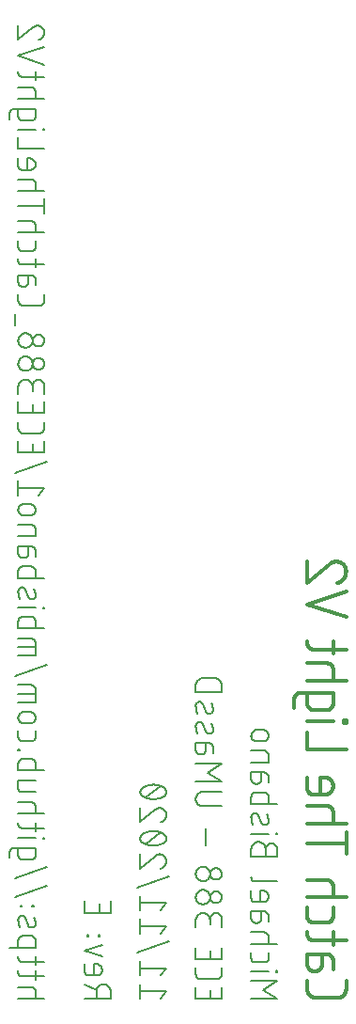
<source format=gbo>
G04 EAGLE Gerber RS-274X export*
G75*
%MOMM*%
%FSLAX34Y34*%
%LPD*%
%INSilkscreen Bottom*%
%IPPOS*%
%AMOC8*
5,1,8,0,0,1.08239X$1,22.5*%
G01*
%ADD10C,0.203200*%
%ADD11C,0.304800*%


D10*
X341016Y51016D02*
X364384Y51016D01*
X351402Y58805D01*
X364384Y66595D01*
X341016Y66595D01*
X341016Y75508D02*
X356595Y75508D01*
X363086Y74859D02*
X364384Y74859D01*
X364384Y76157D01*
X363086Y76157D01*
X363086Y74859D01*
X341016Y87448D02*
X341016Y92641D01*
X341016Y87448D02*
X341018Y87326D01*
X341024Y87203D01*
X341033Y87081D01*
X341047Y86960D01*
X341064Y86839D01*
X341085Y86718D01*
X341110Y86598D01*
X341138Y86479D01*
X341171Y86361D01*
X341207Y86244D01*
X341246Y86129D01*
X341290Y86014D01*
X341336Y85901D01*
X341387Y85790D01*
X341441Y85680D01*
X341498Y85572D01*
X341558Y85465D01*
X341622Y85361D01*
X341690Y85259D01*
X341760Y85159D01*
X341833Y85061D01*
X341910Y84965D01*
X341989Y84872D01*
X342072Y84782D01*
X342157Y84694D01*
X342245Y84609D01*
X342335Y84526D01*
X342428Y84447D01*
X342524Y84370D01*
X342622Y84297D01*
X342722Y84227D01*
X342824Y84159D01*
X342928Y84095D01*
X343035Y84035D01*
X343143Y83978D01*
X343253Y83924D01*
X343364Y83873D01*
X343477Y83827D01*
X343592Y83783D01*
X343707Y83744D01*
X343824Y83708D01*
X343942Y83675D01*
X344061Y83647D01*
X344181Y83622D01*
X344302Y83601D01*
X344423Y83584D01*
X344544Y83570D01*
X344666Y83561D01*
X344789Y83555D01*
X344911Y83553D01*
X352700Y83553D01*
X352822Y83555D01*
X352945Y83561D01*
X353067Y83570D01*
X353188Y83584D01*
X353309Y83601D01*
X353430Y83622D01*
X353550Y83647D01*
X353669Y83675D01*
X353787Y83708D01*
X353904Y83744D01*
X354019Y83783D01*
X354134Y83827D01*
X354247Y83873D01*
X354358Y83924D01*
X354468Y83978D01*
X354576Y84035D01*
X354683Y84095D01*
X354787Y84159D01*
X354889Y84227D01*
X354989Y84297D01*
X355087Y84370D01*
X355183Y84447D01*
X355276Y84526D01*
X355366Y84609D01*
X355454Y84694D01*
X355539Y84782D01*
X355622Y84872D01*
X355701Y84965D01*
X355778Y85061D01*
X355851Y85159D01*
X355921Y85259D01*
X355989Y85361D01*
X356053Y85465D01*
X356113Y85572D01*
X356170Y85680D01*
X356224Y85790D01*
X356275Y85901D01*
X356321Y86014D01*
X356365Y86129D01*
X356404Y86244D01*
X356440Y86361D01*
X356473Y86479D01*
X356501Y86598D01*
X356526Y86718D01*
X356547Y86839D01*
X356564Y86960D01*
X356578Y87081D01*
X356587Y87203D01*
X356593Y87326D01*
X356595Y87448D01*
X356595Y92641D01*
X364384Y100242D02*
X341016Y100242D01*
X356595Y100242D02*
X356595Y106733D01*
X356593Y106855D01*
X356587Y106978D01*
X356578Y107100D01*
X356564Y107221D01*
X356547Y107342D01*
X356526Y107463D01*
X356501Y107583D01*
X356473Y107702D01*
X356440Y107820D01*
X356404Y107937D01*
X356365Y108052D01*
X356321Y108167D01*
X356275Y108280D01*
X356224Y108391D01*
X356170Y108501D01*
X356113Y108609D01*
X356053Y108716D01*
X355989Y108820D01*
X355921Y108922D01*
X355851Y109022D01*
X355778Y109120D01*
X355701Y109216D01*
X355622Y109309D01*
X355539Y109399D01*
X355454Y109487D01*
X355366Y109572D01*
X355276Y109655D01*
X355183Y109734D01*
X355087Y109811D01*
X354989Y109884D01*
X354889Y109954D01*
X354787Y110022D01*
X354683Y110086D01*
X354576Y110146D01*
X354468Y110203D01*
X354358Y110257D01*
X354247Y110308D01*
X354134Y110354D01*
X354019Y110398D01*
X353904Y110437D01*
X353787Y110473D01*
X353669Y110506D01*
X353550Y110534D01*
X353430Y110559D01*
X353309Y110580D01*
X353188Y110597D01*
X353067Y110611D01*
X352945Y110620D01*
X352822Y110626D01*
X352700Y110628D01*
X352700Y110627D02*
X341016Y110627D01*
X350104Y123525D02*
X350104Y129367D01*
X350104Y123525D02*
X350102Y123392D01*
X350096Y123258D01*
X350086Y123125D01*
X350073Y122993D01*
X350055Y122860D01*
X350034Y122729D01*
X350008Y122598D01*
X349979Y122467D01*
X349946Y122338D01*
X349910Y122210D01*
X349869Y122083D01*
X349825Y121957D01*
X349777Y121832D01*
X349725Y121709D01*
X349670Y121588D01*
X349612Y121468D01*
X349550Y121350D01*
X349484Y121234D01*
X349415Y121120D01*
X349343Y121007D01*
X349267Y120897D01*
X349189Y120790D01*
X349107Y120684D01*
X349022Y120582D01*
X348934Y120481D01*
X348843Y120383D01*
X348749Y120288D01*
X348653Y120196D01*
X348554Y120107D01*
X348452Y120020D01*
X348348Y119937D01*
X348242Y119857D01*
X348133Y119780D01*
X348022Y119706D01*
X347909Y119635D01*
X347793Y119568D01*
X347676Y119504D01*
X347557Y119443D01*
X347437Y119387D01*
X347314Y119333D01*
X347190Y119284D01*
X347065Y119238D01*
X346939Y119195D01*
X346811Y119157D01*
X346682Y119122D01*
X346553Y119091D01*
X346422Y119063D01*
X346291Y119040D01*
X346159Y119021D01*
X346026Y119005D01*
X345893Y118993D01*
X345760Y118985D01*
X345627Y118981D01*
X345493Y118981D01*
X345360Y118985D01*
X345227Y118993D01*
X345094Y119005D01*
X344961Y119021D01*
X344829Y119040D01*
X344698Y119063D01*
X344567Y119091D01*
X344438Y119122D01*
X344309Y119157D01*
X344181Y119195D01*
X344055Y119238D01*
X343930Y119284D01*
X343806Y119333D01*
X343683Y119387D01*
X343563Y119443D01*
X343444Y119504D01*
X343327Y119568D01*
X343211Y119635D01*
X343098Y119706D01*
X342987Y119780D01*
X342878Y119857D01*
X342772Y119937D01*
X342668Y120020D01*
X342566Y120107D01*
X342467Y120196D01*
X342371Y120288D01*
X342277Y120383D01*
X342186Y120481D01*
X342098Y120582D01*
X342013Y120684D01*
X341931Y120790D01*
X341853Y120897D01*
X341777Y121007D01*
X341705Y121120D01*
X341636Y121234D01*
X341570Y121350D01*
X341508Y121468D01*
X341450Y121588D01*
X341395Y121709D01*
X341343Y121832D01*
X341295Y121957D01*
X341251Y122083D01*
X341210Y122210D01*
X341174Y122338D01*
X341141Y122467D01*
X341112Y122598D01*
X341086Y122729D01*
X341065Y122860D01*
X341047Y122993D01*
X341034Y123125D01*
X341024Y123258D01*
X341018Y123392D01*
X341016Y123525D01*
X341016Y129367D01*
X352700Y129367D01*
X352700Y129368D02*
X352822Y129366D01*
X352945Y129360D01*
X353067Y129351D01*
X353188Y129337D01*
X353309Y129320D01*
X353430Y129299D01*
X353550Y129274D01*
X353669Y129246D01*
X353787Y129213D01*
X353904Y129177D01*
X354019Y129138D01*
X354134Y129094D01*
X354247Y129048D01*
X354358Y128997D01*
X354468Y128943D01*
X354576Y128886D01*
X354683Y128826D01*
X354787Y128762D01*
X354889Y128694D01*
X354989Y128624D01*
X355087Y128551D01*
X355183Y128474D01*
X355276Y128395D01*
X355366Y128312D01*
X355454Y128227D01*
X355539Y128139D01*
X355622Y128049D01*
X355701Y127956D01*
X355778Y127860D01*
X355851Y127762D01*
X355921Y127662D01*
X355989Y127560D01*
X356053Y127456D01*
X356113Y127349D01*
X356170Y127241D01*
X356224Y127131D01*
X356275Y127020D01*
X356321Y126907D01*
X356365Y126792D01*
X356404Y126677D01*
X356440Y126560D01*
X356473Y126442D01*
X356501Y126323D01*
X356526Y126203D01*
X356547Y126082D01*
X356564Y125961D01*
X356578Y125840D01*
X356587Y125718D01*
X356593Y125595D01*
X356595Y125473D01*
X356595Y120280D01*
X341016Y141718D02*
X341016Y148209D01*
X341016Y141718D02*
X341018Y141596D01*
X341024Y141473D01*
X341033Y141351D01*
X341047Y141230D01*
X341064Y141109D01*
X341085Y140988D01*
X341110Y140868D01*
X341138Y140749D01*
X341171Y140631D01*
X341207Y140514D01*
X341246Y140399D01*
X341290Y140284D01*
X341336Y140171D01*
X341387Y140060D01*
X341441Y139950D01*
X341498Y139842D01*
X341558Y139735D01*
X341622Y139631D01*
X341690Y139529D01*
X341760Y139429D01*
X341833Y139331D01*
X341910Y139235D01*
X341989Y139142D01*
X342072Y139052D01*
X342157Y138964D01*
X342245Y138879D01*
X342335Y138796D01*
X342428Y138717D01*
X342524Y138640D01*
X342622Y138567D01*
X342722Y138497D01*
X342824Y138429D01*
X342928Y138365D01*
X343035Y138305D01*
X343143Y138248D01*
X343253Y138194D01*
X343364Y138143D01*
X343477Y138097D01*
X343592Y138053D01*
X343707Y138014D01*
X343824Y137978D01*
X343942Y137945D01*
X344061Y137917D01*
X344181Y137892D01*
X344302Y137871D01*
X344423Y137854D01*
X344544Y137840D01*
X344666Y137831D01*
X344789Y137825D01*
X344911Y137823D01*
X351402Y137823D01*
X351545Y137825D01*
X351688Y137831D01*
X351831Y137841D01*
X351973Y137855D01*
X352115Y137872D01*
X352257Y137894D01*
X352398Y137919D01*
X352538Y137949D01*
X352677Y137982D01*
X352815Y138019D01*
X352952Y138060D01*
X353088Y138104D01*
X353223Y138153D01*
X353356Y138205D01*
X353488Y138260D01*
X353618Y138320D01*
X353747Y138383D01*
X353874Y138449D01*
X353999Y138519D01*
X354121Y138592D01*
X354242Y138669D01*
X354361Y138749D01*
X354477Y138832D01*
X354592Y138918D01*
X354703Y139007D01*
X354813Y139100D01*
X354919Y139195D01*
X355023Y139294D01*
X355124Y139395D01*
X355223Y139499D01*
X355318Y139605D01*
X355411Y139715D01*
X355500Y139826D01*
X355586Y139941D01*
X355669Y140057D01*
X355749Y140176D01*
X355826Y140297D01*
X355899Y140419D01*
X355969Y140544D01*
X356035Y140671D01*
X356098Y140800D01*
X356158Y140930D01*
X356213Y141062D01*
X356265Y141195D01*
X356314Y141330D01*
X356358Y141466D01*
X356399Y141603D01*
X356436Y141741D01*
X356469Y141880D01*
X356499Y142020D01*
X356524Y142161D01*
X356546Y142303D01*
X356563Y142445D01*
X356577Y142587D01*
X356587Y142730D01*
X356593Y142873D01*
X356595Y143016D01*
X356593Y143159D01*
X356587Y143302D01*
X356577Y143445D01*
X356563Y143587D01*
X356546Y143729D01*
X356524Y143871D01*
X356499Y144012D01*
X356469Y144152D01*
X356436Y144291D01*
X356399Y144429D01*
X356358Y144566D01*
X356314Y144702D01*
X356265Y144837D01*
X356213Y144970D01*
X356158Y145102D01*
X356098Y145232D01*
X356035Y145361D01*
X355969Y145488D01*
X355899Y145612D01*
X355826Y145735D01*
X355749Y145856D01*
X355669Y145975D01*
X355586Y146091D01*
X355500Y146206D01*
X355411Y146317D01*
X355318Y146427D01*
X355223Y146533D01*
X355124Y146637D01*
X355023Y146738D01*
X354919Y146837D01*
X354813Y146932D01*
X354703Y147025D01*
X354592Y147114D01*
X354477Y147200D01*
X354361Y147283D01*
X354242Y147363D01*
X354121Y147440D01*
X353999Y147513D01*
X353874Y147583D01*
X353747Y147649D01*
X353618Y147712D01*
X353488Y147772D01*
X353356Y147827D01*
X353223Y147879D01*
X353088Y147928D01*
X352952Y147972D01*
X352815Y148013D01*
X352677Y148050D01*
X352538Y148083D01*
X352398Y148113D01*
X352257Y148138D01*
X352115Y148160D01*
X351973Y148177D01*
X351831Y148191D01*
X351688Y148201D01*
X351545Y148207D01*
X351402Y148209D01*
X348805Y148209D01*
X348805Y137823D01*
X344911Y156424D02*
X364384Y156424D01*
X344911Y156424D02*
X344789Y156426D01*
X344666Y156432D01*
X344544Y156441D01*
X344423Y156455D01*
X344302Y156472D01*
X344181Y156493D01*
X344061Y156518D01*
X343942Y156546D01*
X343824Y156579D01*
X343707Y156615D01*
X343592Y156654D01*
X343477Y156698D01*
X343364Y156744D01*
X343253Y156795D01*
X343143Y156849D01*
X343035Y156906D01*
X342928Y156966D01*
X342824Y157030D01*
X342722Y157098D01*
X342622Y157168D01*
X342524Y157241D01*
X342428Y157318D01*
X342335Y157397D01*
X342245Y157480D01*
X342157Y157565D01*
X342072Y157653D01*
X341989Y157743D01*
X341910Y157836D01*
X341833Y157932D01*
X341760Y158030D01*
X341690Y158130D01*
X341622Y158232D01*
X341558Y158336D01*
X341498Y158443D01*
X341441Y158551D01*
X341387Y158661D01*
X341336Y158772D01*
X341290Y158885D01*
X341246Y159000D01*
X341207Y159115D01*
X341171Y159232D01*
X341138Y159350D01*
X341110Y159469D01*
X341085Y159589D01*
X341064Y159710D01*
X341047Y159831D01*
X341033Y159952D01*
X341024Y160074D01*
X341018Y160197D01*
X341016Y160319D01*
X353998Y179126D02*
X353998Y185617D01*
X353996Y185776D01*
X353990Y185935D01*
X353980Y186095D01*
X353967Y186253D01*
X353949Y186412D01*
X353928Y186569D01*
X353902Y186727D01*
X353873Y186883D01*
X353840Y187039D01*
X353803Y187194D01*
X353763Y187348D01*
X353718Y187501D01*
X353670Y187653D01*
X353619Y187804D01*
X353563Y187953D01*
X353504Y188101D01*
X353441Y188247D01*
X353375Y188392D01*
X353305Y188535D01*
X353232Y188677D01*
X353155Y188816D01*
X353075Y188954D01*
X352991Y189090D01*
X352904Y189223D01*
X352814Y189355D01*
X352721Y189484D01*
X352624Y189610D01*
X352525Y189735D01*
X352422Y189857D01*
X352317Y189976D01*
X352208Y190093D01*
X352097Y190207D01*
X351983Y190318D01*
X351866Y190427D01*
X351747Y190532D01*
X351625Y190635D01*
X351500Y190734D01*
X351374Y190831D01*
X351245Y190924D01*
X351113Y191014D01*
X350980Y191101D01*
X350844Y191185D01*
X350706Y191265D01*
X350567Y191342D01*
X350425Y191415D01*
X350282Y191485D01*
X350137Y191551D01*
X349991Y191614D01*
X349843Y191673D01*
X349694Y191729D01*
X349543Y191780D01*
X349391Y191828D01*
X349238Y191873D01*
X349084Y191913D01*
X348929Y191950D01*
X348773Y191983D01*
X348617Y192012D01*
X348459Y192038D01*
X348302Y192059D01*
X348143Y192077D01*
X347985Y192090D01*
X347825Y192100D01*
X347666Y192106D01*
X347507Y192108D01*
X347348Y192106D01*
X347189Y192100D01*
X347029Y192090D01*
X346871Y192077D01*
X346712Y192059D01*
X346555Y192038D01*
X346397Y192012D01*
X346241Y191983D01*
X346085Y191950D01*
X345930Y191913D01*
X345776Y191873D01*
X345623Y191828D01*
X345471Y191780D01*
X345320Y191729D01*
X345171Y191673D01*
X345023Y191614D01*
X344877Y191551D01*
X344732Y191485D01*
X344589Y191415D01*
X344447Y191342D01*
X344308Y191265D01*
X344170Y191185D01*
X344034Y191101D01*
X343901Y191014D01*
X343769Y190924D01*
X343640Y190831D01*
X343514Y190734D01*
X343389Y190635D01*
X343267Y190532D01*
X343148Y190427D01*
X343031Y190318D01*
X342917Y190207D01*
X342806Y190093D01*
X342697Y189976D01*
X342592Y189857D01*
X342489Y189735D01*
X342390Y189610D01*
X342293Y189484D01*
X342200Y189355D01*
X342110Y189223D01*
X342023Y189090D01*
X341939Y188954D01*
X341859Y188816D01*
X341782Y188677D01*
X341709Y188535D01*
X341639Y188392D01*
X341573Y188247D01*
X341510Y188101D01*
X341451Y187953D01*
X341395Y187804D01*
X341344Y187653D01*
X341296Y187501D01*
X341251Y187348D01*
X341211Y187194D01*
X341174Y187039D01*
X341141Y186883D01*
X341112Y186727D01*
X341086Y186569D01*
X341065Y186412D01*
X341047Y186253D01*
X341034Y186095D01*
X341024Y185935D01*
X341018Y185776D01*
X341016Y185617D01*
X341016Y179126D01*
X364384Y179126D01*
X364384Y185617D01*
X364382Y185760D01*
X364376Y185903D01*
X364366Y186046D01*
X364352Y186188D01*
X364335Y186330D01*
X364313Y186472D01*
X364288Y186613D01*
X364258Y186753D01*
X364225Y186892D01*
X364188Y187030D01*
X364147Y187167D01*
X364103Y187303D01*
X364054Y187438D01*
X364002Y187571D01*
X363947Y187703D01*
X363887Y187833D01*
X363824Y187962D01*
X363758Y188089D01*
X363688Y188214D01*
X363615Y188336D01*
X363538Y188457D01*
X363458Y188576D01*
X363375Y188692D01*
X363289Y188807D01*
X363200Y188918D01*
X363107Y189028D01*
X363012Y189134D01*
X362913Y189238D01*
X362812Y189339D01*
X362708Y189438D01*
X362602Y189533D01*
X362492Y189626D01*
X362381Y189715D01*
X362266Y189801D01*
X362150Y189884D01*
X362031Y189964D01*
X361910Y190041D01*
X361788Y190114D01*
X361663Y190184D01*
X361536Y190250D01*
X361407Y190313D01*
X361277Y190373D01*
X361145Y190428D01*
X361012Y190480D01*
X360877Y190529D01*
X360741Y190573D01*
X360604Y190614D01*
X360466Y190651D01*
X360327Y190684D01*
X360187Y190714D01*
X360046Y190739D01*
X359904Y190761D01*
X359762Y190778D01*
X359620Y190792D01*
X359477Y190802D01*
X359334Y190808D01*
X359191Y190810D01*
X359048Y190808D01*
X358905Y190802D01*
X358762Y190792D01*
X358620Y190778D01*
X358478Y190761D01*
X358336Y190739D01*
X358195Y190714D01*
X358055Y190684D01*
X357916Y190651D01*
X357778Y190614D01*
X357641Y190573D01*
X357505Y190529D01*
X357370Y190480D01*
X357237Y190428D01*
X357105Y190373D01*
X356975Y190313D01*
X356846Y190250D01*
X356719Y190184D01*
X356595Y190114D01*
X356472Y190041D01*
X356351Y189964D01*
X356232Y189884D01*
X356116Y189801D01*
X356001Y189715D01*
X355890Y189626D01*
X355780Y189533D01*
X355674Y189438D01*
X355570Y189339D01*
X355469Y189238D01*
X355370Y189134D01*
X355275Y189028D01*
X355182Y188918D01*
X355093Y188807D01*
X355007Y188692D01*
X354924Y188576D01*
X354844Y188457D01*
X354767Y188336D01*
X354694Y188214D01*
X354624Y188089D01*
X354558Y187962D01*
X354495Y187833D01*
X354435Y187703D01*
X354380Y187571D01*
X354328Y187438D01*
X354279Y187303D01*
X354235Y187167D01*
X354194Y187030D01*
X354157Y186892D01*
X354124Y186753D01*
X354094Y186613D01*
X354069Y186472D01*
X354047Y186330D01*
X354030Y186188D01*
X354016Y186046D01*
X354006Y185903D01*
X354000Y185760D01*
X353998Y185617D01*
X356595Y199389D02*
X341016Y199389D01*
X363086Y198740D02*
X364384Y198740D01*
X364384Y200038D01*
X363086Y200038D01*
X363086Y198740D01*
X350104Y209366D02*
X347507Y215858D01*
X350104Y209367D02*
X350148Y209261D01*
X350197Y209156D01*
X350249Y209053D01*
X350304Y208952D01*
X350363Y208852D01*
X350425Y208755D01*
X350490Y208660D01*
X350559Y208568D01*
X350631Y208477D01*
X350705Y208390D01*
X350783Y208304D01*
X350864Y208222D01*
X350947Y208142D01*
X351033Y208066D01*
X351122Y207992D01*
X351213Y207921D01*
X351307Y207854D01*
X351403Y207790D01*
X351501Y207729D01*
X351600Y207671D01*
X351702Y207617D01*
X351806Y207567D01*
X351911Y207520D01*
X352018Y207476D01*
X352127Y207437D01*
X352236Y207401D01*
X352347Y207369D01*
X352459Y207340D01*
X352571Y207316D01*
X352685Y207295D01*
X352799Y207279D01*
X352914Y207266D01*
X353029Y207257D01*
X353144Y207252D01*
X353259Y207251D01*
X353374Y207254D01*
X353490Y207261D01*
X353604Y207272D01*
X353719Y207287D01*
X353832Y207306D01*
X353946Y207328D01*
X354058Y207355D01*
X354169Y207385D01*
X354279Y207419D01*
X354388Y207457D01*
X354496Y207498D01*
X354602Y207544D01*
X354706Y207593D01*
X354809Y207645D01*
X354910Y207701D01*
X355009Y207760D01*
X355106Y207823D01*
X355200Y207889D01*
X355293Y207958D01*
X355383Y208030D01*
X355470Y208105D01*
X355555Y208184D01*
X355637Y208265D01*
X355716Y208349D01*
X355792Y208435D01*
X355865Y208524D01*
X355935Y208616D01*
X356002Y208710D01*
X356066Y208806D01*
X356126Y208904D01*
X356183Y209004D01*
X356237Y209106D01*
X356287Y209210D01*
X356333Y209316D01*
X356376Y209423D01*
X356415Y209532D01*
X356450Y209641D01*
X356482Y209752D01*
X356510Y209864D01*
X356534Y209977D01*
X356554Y210091D01*
X356570Y210205D01*
X356582Y210319D01*
X356590Y210434D01*
X356594Y210550D01*
X356595Y210665D01*
X356594Y210664D02*
X356585Y211019D01*
X356567Y211373D01*
X356541Y211726D01*
X356506Y212079D01*
X356463Y212431D01*
X356411Y212782D01*
X356351Y213131D01*
X356282Y213479D01*
X356205Y213825D01*
X356120Y214169D01*
X356027Y214511D01*
X355925Y214850D01*
X355815Y215187D01*
X355698Y215522D01*
X355572Y215853D01*
X355438Y216181D01*
X355296Y216506D01*
X347507Y215857D02*
X347463Y215963D01*
X347414Y216068D01*
X347362Y216171D01*
X347307Y216272D01*
X347248Y216372D01*
X347186Y216469D01*
X347121Y216564D01*
X347052Y216656D01*
X346980Y216747D01*
X346906Y216834D01*
X346828Y216920D01*
X346747Y217002D01*
X346664Y217082D01*
X346578Y217158D01*
X346489Y217232D01*
X346398Y217303D01*
X346304Y217370D01*
X346208Y217434D01*
X346110Y217495D01*
X346011Y217553D01*
X345909Y217607D01*
X345805Y217657D01*
X345700Y217704D01*
X345593Y217748D01*
X345484Y217787D01*
X345375Y217823D01*
X345264Y217855D01*
X345152Y217884D01*
X345040Y217908D01*
X344926Y217929D01*
X344812Y217945D01*
X344697Y217958D01*
X344582Y217967D01*
X344467Y217972D01*
X344352Y217973D01*
X344237Y217970D01*
X344121Y217963D01*
X344007Y217952D01*
X343892Y217937D01*
X343779Y217918D01*
X343665Y217896D01*
X343553Y217869D01*
X343442Y217839D01*
X343332Y217805D01*
X343223Y217767D01*
X343115Y217726D01*
X343009Y217680D01*
X342905Y217631D01*
X342802Y217579D01*
X342701Y217523D01*
X342602Y217464D01*
X342505Y217401D01*
X342411Y217335D01*
X342318Y217266D01*
X342228Y217194D01*
X342141Y217119D01*
X342056Y217040D01*
X341974Y216959D01*
X341895Y216875D01*
X341819Y216789D01*
X341746Y216700D01*
X341676Y216608D01*
X341609Y216514D01*
X341545Y216418D01*
X341485Y216320D01*
X341428Y216220D01*
X341374Y216118D01*
X341324Y216014D01*
X341278Y215908D01*
X341235Y215801D01*
X341196Y215692D01*
X341161Y215583D01*
X341129Y215472D01*
X341101Y215360D01*
X341077Y215247D01*
X341057Y215133D01*
X341041Y215019D01*
X341029Y214905D01*
X341021Y214790D01*
X341017Y214674D01*
X341016Y214559D01*
X341016Y214560D02*
X341030Y214039D01*
X341056Y213519D01*
X341094Y213000D01*
X341144Y212481D01*
X341207Y211964D01*
X341282Y211449D01*
X341369Y210936D01*
X341468Y210424D01*
X341580Y209916D01*
X341703Y209410D01*
X341838Y208907D01*
X341985Y208407D01*
X342144Y207911D01*
X342314Y207419D01*
X341016Y226261D02*
X364384Y226261D01*
X341016Y226261D02*
X341016Y232752D01*
X341018Y232874D01*
X341024Y232997D01*
X341033Y233119D01*
X341047Y233240D01*
X341064Y233361D01*
X341085Y233482D01*
X341110Y233602D01*
X341138Y233721D01*
X341171Y233839D01*
X341207Y233956D01*
X341246Y234071D01*
X341290Y234186D01*
X341336Y234299D01*
X341387Y234410D01*
X341441Y234520D01*
X341498Y234628D01*
X341558Y234735D01*
X341622Y234839D01*
X341690Y234941D01*
X341760Y235041D01*
X341833Y235139D01*
X341910Y235235D01*
X341989Y235328D01*
X342072Y235418D01*
X342157Y235506D01*
X342245Y235591D01*
X342335Y235674D01*
X342428Y235753D01*
X342524Y235830D01*
X342622Y235903D01*
X342722Y235973D01*
X342824Y236041D01*
X342928Y236105D01*
X343035Y236165D01*
X343143Y236222D01*
X343253Y236276D01*
X343364Y236327D01*
X343477Y236373D01*
X343592Y236417D01*
X343707Y236456D01*
X343824Y236492D01*
X343942Y236525D01*
X344061Y236553D01*
X344181Y236578D01*
X344302Y236599D01*
X344423Y236616D01*
X344544Y236630D01*
X344666Y236639D01*
X344789Y236645D01*
X344911Y236647D01*
X352700Y236647D01*
X352822Y236645D01*
X352945Y236639D01*
X353067Y236630D01*
X353188Y236616D01*
X353309Y236599D01*
X353430Y236578D01*
X353550Y236553D01*
X353669Y236525D01*
X353787Y236492D01*
X353904Y236456D01*
X354019Y236417D01*
X354134Y236373D01*
X354247Y236327D01*
X354358Y236276D01*
X354468Y236222D01*
X354576Y236165D01*
X354683Y236105D01*
X354787Y236041D01*
X354889Y235973D01*
X354989Y235903D01*
X355087Y235830D01*
X355183Y235753D01*
X355276Y235674D01*
X355366Y235591D01*
X355454Y235506D01*
X355539Y235418D01*
X355622Y235328D01*
X355701Y235235D01*
X355778Y235139D01*
X355851Y235041D01*
X355921Y234941D01*
X355989Y234839D01*
X356053Y234735D01*
X356113Y234628D01*
X356170Y234520D01*
X356224Y234410D01*
X356275Y234299D01*
X356321Y234186D01*
X356365Y234071D01*
X356404Y233956D01*
X356440Y233839D01*
X356473Y233721D01*
X356501Y233602D01*
X356526Y233482D01*
X356547Y233361D01*
X356564Y233240D01*
X356578Y233119D01*
X356587Y232997D01*
X356593Y232874D01*
X356595Y232752D01*
X356595Y226261D01*
X350104Y248798D02*
X350104Y254640D01*
X350104Y248798D02*
X350102Y248665D01*
X350096Y248531D01*
X350086Y248398D01*
X350073Y248266D01*
X350055Y248133D01*
X350034Y248002D01*
X350008Y247871D01*
X349979Y247740D01*
X349946Y247611D01*
X349910Y247483D01*
X349869Y247356D01*
X349825Y247230D01*
X349777Y247105D01*
X349725Y246982D01*
X349670Y246861D01*
X349612Y246741D01*
X349550Y246623D01*
X349484Y246507D01*
X349415Y246393D01*
X349343Y246280D01*
X349267Y246170D01*
X349189Y246063D01*
X349107Y245957D01*
X349022Y245855D01*
X348934Y245754D01*
X348843Y245656D01*
X348749Y245561D01*
X348653Y245469D01*
X348554Y245380D01*
X348452Y245293D01*
X348348Y245210D01*
X348242Y245130D01*
X348133Y245053D01*
X348022Y244979D01*
X347909Y244908D01*
X347793Y244841D01*
X347676Y244777D01*
X347557Y244716D01*
X347437Y244660D01*
X347314Y244606D01*
X347190Y244557D01*
X347065Y244511D01*
X346939Y244468D01*
X346811Y244430D01*
X346682Y244395D01*
X346553Y244364D01*
X346422Y244336D01*
X346291Y244313D01*
X346159Y244294D01*
X346026Y244278D01*
X345893Y244266D01*
X345760Y244258D01*
X345627Y244254D01*
X345493Y244254D01*
X345360Y244258D01*
X345227Y244266D01*
X345094Y244278D01*
X344961Y244294D01*
X344829Y244313D01*
X344698Y244336D01*
X344567Y244364D01*
X344438Y244395D01*
X344309Y244430D01*
X344181Y244468D01*
X344055Y244511D01*
X343930Y244557D01*
X343806Y244606D01*
X343683Y244660D01*
X343563Y244716D01*
X343444Y244777D01*
X343327Y244841D01*
X343211Y244908D01*
X343098Y244979D01*
X342987Y245053D01*
X342878Y245130D01*
X342772Y245210D01*
X342668Y245293D01*
X342566Y245380D01*
X342467Y245469D01*
X342371Y245561D01*
X342277Y245656D01*
X342186Y245754D01*
X342098Y245855D01*
X342013Y245957D01*
X341931Y246063D01*
X341853Y246170D01*
X341777Y246280D01*
X341705Y246393D01*
X341636Y246507D01*
X341570Y246623D01*
X341508Y246741D01*
X341450Y246861D01*
X341395Y246982D01*
X341343Y247105D01*
X341295Y247230D01*
X341251Y247356D01*
X341210Y247483D01*
X341174Y247611D01*
X341141Y247740D01*
X341112Y247871D01*
X341086Y248002D01*
X341065Y248133D01*
X341047Y248266D01*
X341034Y248398D01*
X341024Y248531D01*
X341018Y248665D01*
X341016Y248798D01*
X341016Y254640D01*
X352700Y254640D01*
X352822Y254638D01*
X352945Y254632D01*
X353067Y254623D01*
X353188Y254609D01*
X353309Y254592D01*
X353430Y254571D01*
X353550Y254546D01*
X353669Y254518D01*
X353787Y254485D01*
X353904Y254449D01*
X354019Y254410D01*
X354134Y254366D01*
X354247Y254320D01*
X354358Y254269D01*
X354468Y254215D01*
X354576Y254158D01*
X354683Y254098D01*
X354787Y254034D01*
X354889Y253966D01*
X354989Y253896D01*
X355087Y253823D01*
X355183Y253746D01*
X355276Y253667D01*
X355366Y253584D01*
X355454Y253499D01*
X355539Y253411D01*
X355622Y253321D01*
X355701Y253228D01*
X355778Y253132D01*
X355851Y253034D01*
X355921Y252934D01*
X355989Y252832D01*
X356053Y252728D01*
X356113Y252621D01*
X356170Y252513D01*
X356224Y252403D01*
X356275Y252292D01*
X356321Y252179D01*
X356365Y252064D01*
X356404Y251949D01*
X356440Y251832D01*
X356473Y251714D01*
X356501Y251595D01*
X356526Y251475D01*
X356547Y251354D01*
X356564Y251233D01*
X356578Y251112D01*
X356587Y250990D01*
X356593Y250867D01*
X356595Y250745D01*
X356595Y245552D01*
X356595Y263792D02*
X341016Y263792D01*
X356595Y263792D02*
X356595Y270283D01*
X356593Y270405D01*
X356587Y270528D01*
X356578Y270650D01*
X356564Y270771D01*
X356547Y270892D01*
X356526Y271013D01*
X356501Y271133D01*
X356473Y271252D01*
X356440Y271370D01*
X356404Y271487D01*
X356365Y271602D01*
X356321Y271717D01*
X356275Y271830D01*
X356224Y271941D01*
X356170Y272051D01*
X356113Y272159D01*
X356053Y272266D01*
X355989Y272370D01*
X355921Y272472D01*
X355851Y272572D01*
X355778Y272670D01*
X355701Y272766D01*
X355622Y272859D01*
X355539Y272949D01*
X355454Y273037D01*
X355366Y273122D01*
X355276Y273205D01*
X355183Y273284D01*
X355087Y273361D01*
X354989Y273434D01*
X354889Y273504D01*
X354787Y273572D01*
X354683Y273636D01*
X354576Y273696D01*
X354468Y273753D01*
X354358Y273807D01*
X354247Y273858D01*
X354134Y273904D01*
X354019Y273948D01*
X353904Y273987D01*
X353787Y274023D01*
X353669Y274056D01*
X353550Y274084D01*
X353430Y274109D01*
X353309Y274130D01*
X353188Y274147D01*
X353067Y274161D01*
X352945Y274170D01*
X352822Y274176D01*
X352700Y274178D01*
X352700Y274177D02*
X341016Y274177D01*
X346209Y282583D02*
X351402Y282583D01*
X351402Y282582D02*
X351545Y282584D01*
X351688Y282590D01*
X351831Y282600D01*
X351973Y282614D01*
X352115Y282631D01*
X352257Y282653D01*
X352398Y282678D01*
X352538Y282708D01*
X352677Y282741D01*
X352815Y282778D01*
X352952Y282819D01*
X353088Y282863D01*
X353223Y282912D01*
X353356Y282964D01*
X353488Y283019D01*
X353618Y283079D01*
X353747Y283142D01*
X353874Y283208D01*
X353999Y283278D01*
X354121Y283351D01*
X354242Y283428D01*
X354361Y283508D01*
X354477Y283591D01*
X354592Y283677D01*
X354703Y283766D01*
X354813Y283859D01*
X354919Y283954D01*
X355023Y284053D01*
X355124Y284154D01*
X355223Y284258D01*
X355318Y284364D01*
X355411Y284474D01*
X355500Y284585D01*
X355586Y284700D01*
X355669Y284816D01*
X355749Y284935D01*
X355826Y285056D01*
X355899Y285178D01*
X355969Y285303D01*
X356035Y285430D01*
X356098Y285559D01*
X356158Y285689D01*
X356213Y285821D01*
X356265Y285954D01*
X356314Y286089D01*
X356358Y286225D01*
X356399Y286362D01*
X356436Y286500D01*
X356469Y286639D01*
X356499Y286779D01*
X356524Y286920D01*
X356546Y287062D01*
X356563Y287204D01*
X356577Y287346D01*
X356587Y287489D01*
X356593Y287632D01*
X356595Y287775D01*
X356593Y287918D01*
X356587Y288061D01*
X356577Y288204D01*
X356563Y288346D01*
X356546Y288488D01*
X356524Y288630D01*
X356499Y288771D01*
X356469Y288911D01*
X356436Y289050D01*
X356399Y289188D01*
X356358Y289325D01*
X356314Y289461D01*
X356265Y289596D01*
X356213Y289729D01*
X356158Y289861D01*
X356098Y289991D01*
X356035Y290120D01*
X355969Y290247D01*
X355899Y290371D01*
X355826Y290494D01*
X355749Y290615D01*
X355669Y290734D01*
X355586Y290850D01*
X355500Y290965D01*
X355411Y291076D01*
X355318Y291186D01*
X355223Y291292D01*
X355124Y291396D01*
X355023Y291497D01*
X354919Y291596D01*
X354813Y291691D01*
X354703Y291784D01*
X354592Y291873D01*
X354477Y291959D01*
X354361Y292042D01*
X354242Y292122D01*
X354121Y292199D01*
X353999Y292272D01*
X353874Y292342D01*
X353747Y292408D01*
X353618Y292471D01*
X353488Y292531D01*
X353356Y292586D01*
X353223Y292638D01*
X353088Y292687D01*
X352952Y292731D01*
X352815Y292772D01*
X352677Y292809D01*
X352538Y292842D01*
X352398Y292872D01*
X352257Y292897D01*
X352115Y292919D01*
X351973Y292936D01*
X351831Y292950D01*
X351688Y292960D01*
X351545Y292966D01*
X351402Y292968D01*
X346209Y292968D01*
X346066Y292966D01*
X345923Y292960D01*
X345780Y292950D01*
X345638Y292936D01*
X345496Y292919D01*
X345354Y292897D01*
X345213Y292872D01*
X345073Y292842D01*
X344934Y292809D01*
X344796Y292772D01*
X344659Y292731D01*
X344523Y292687D01*
X344388Y292638D01*
X344255Y292586D01*
X344123Y292531D01*
X343993Y292471D01*
X343864Y292408D01*
X343737Y292342D01*
X343613Y292272D01*
X343490Y292199D01*
X343369Y292122D01*
X343250Y292042D01*
X343134Y291959D01*
X343019Y291873D01*
X342908Y291784D01*
X342798Y291691D01*
X342692Y291596D01*
X342588Y291497D01*
X342487Y291396D01*
X342388Y291292D01*
X342293Y291186D01*
X342200Y291076D01*
X342111Y290965D01*
X342025Y290850D01*
X341942Y290734D01*
X341862Y290615D01*
X341785Y290494D01*
X341712Y290372D01*
X341642Y290247D01*
X341576Y290120D01*
X341513Y289991D01*
X341453Y289861D01*
X341398Y289729D01*
X341346Y289596D01*
X341297Y289461D01*
X341253Y289325D01*
X341212Y289188D01*
X341175Y289050D01*
X341142Y288911D01*
X341112Y288771D01*
X341087Y288630D01*
X341065Y288488D01*
X341048Y288346D01*
X341034Y288204D01*
X341024Y288061D01*
X341018Y287918D01*
X341016Y287775D01*
X341018Y287632D01*
X341024Y287489D01*
X341034Y287346D01*
X341048Y287204D01*
X341065Y287062D01*
X341087Y286920D01*
X341112Y286779D01*
X341142Y286639D01*
X341175Y286500D01*
X341212Y286362D01*
X341253Y286225D01*
X341297Y286089D01*
X341346Y285954D01*
X341398Y285821D01*
X341453Y285689D01*
X341513Y285559D01*
X341576Y285430D01*
X341642Y285303D01*
X341712Y285179D01*
X341785Y285056D01*
X341862Y284935D01*
X341942Y284816D01*
X342025Y284700D01*
X342111Y284585D01*
X342200Y284474D01*
X342293Y284364D01*
X342388Y284258D01*
X342487Y284154D01*
X342588Y284053D01*
X342692Y283954D01*
X342798Y283859D01*
X342908Y283766D01*
X343019Y283677D01*
X343134Y283591D01*
X343250Y283508D01*
X343369Y283428D01*
X343490Y283351D01*
X343612Y283278D01*
X343737Y283208D01*
X343864Y283142D01*
X343993Y283079D01*
X344123Y283019D01*
X344255Y282964D01*
X344388Y282912D01*
X344523Y282863D01*
X344659Y282819D01*
X344796Y282778D01*
X344934Y282741D01*
X345073Y282708D01*
X345213Y282678D01*
X345354Y282653D01*
X345496Y282631D01*
X345638Y282614D01*
X345780Y282600D01*
X345923Y282590D01*
X346066Y282584D01*
X346209Y282582D01*
X291016Y61402D02*
X291016Y51016D01*
X314384Y51016D01*
X314384Y61402D01*
X303998Y58805D02*
X303998Y51016D01*
X291016Y73560D02*
X291016Y78753D01*
X291016Y73560D02*
X291018Y73417D01*
X291024Y73274D01*
X291034Y73131D01*
X291048Y72989D01*
X291065Y72847D01*
X291087Y72705D01*
X291112Y72564D01*
X291142Y72424D01*
X291175Y72285D01*
X291212Y72147D01*
X291253Y72010D01*
X291297Y71874D01*
X291346Y71739D01*
X291398Y71606D01*
X291453Y71474D01*
X291513Y71344D01*
X291576Y71215D01*
X291642Y71088D01*
X291712Y70964D01*
X291785Y70841D01*
X291862Y70720D01*
X291942Y70601D01*
X292025Y70485D01*
X292111Y70370D01*
X292200Y70259D01*
X292293Y70149D01*
X292388Y70043D01*
X292487Y69939D01*
X292588Y69838D01*
X292692Y69739D01*
X292798Y69644D01*
X292908Y69551D01*
X293019Y69462D01*
X293134Y69376D01*
X293250Y69293D01*
X293369Y69213D01*
X293490Y69136D01*
X293612Y69063D01*
X293737Y68993D01*
X293864Y68927D01*
X293993Y68864D01*
X294123Y68804D01*
X294255Y68749D01*
X294388Y68697D01*
X294523Y68648D01*
X294659Y68604D01*
X294796Y68563D01*
X294934Y68526D01*
X295073Y68493D01*
X295213Y68463D01*
X295354Y68438D01*
X295496Y68416D01*
X295638Y68399D01*
X295780Y68385D01*
X295923Y68375D01*
X296066Y68369D01*
X296209Y68367D01*
X309191Y68367D01*
X309334Y68369D01*
X309477Y68375D01*
X309620Y68385D01*
X309762Y68399D01*
X309904Y68416D01*
X310046Y68438D01*
X310187Y68463D01*
X310327Y68493D01*
X310466Y68526D01*
X310604Y68563D01*
X310741Y68604D01*
X310877Y68648D01*
X311012Y68697D01*
X311145Y68749D01*
X311277Y68804D01*
X311407Y68864D01*
X311536Y68927D01*
X311663Y68993D01*
X311787Y69063D01*
X311910Y69136D01*
X312031Y69213D01*
X312150Y69293D01*
X312266Y69376D01*
X312381Y69462D01*
X312492Y69551D01*
X312602Y69644D01*
X312708Y69739D01*
X312812Y69838D01*
X312913Y69939D01*
X313012Y70043D01*
X313107Y70149D01*
X313200Y70259D01*
X313289Y70370D01*
X313375Y70485D01*
X313458Y70601D01*
X313538Y70720D01*
X313615Y70841D01*
X313688Y70963D01*
X313758Y71088D01*
X313824Y71215D01*
X313887Y71344D01*
X313947Y71474D01*
X314002Y71606D01*
X314054Y71739D01*
X314103Y71874D01*
X314147Y72010D01*
X314188Y72147D01*
X314225Y72285D01*
X314258Y72424D01*
X314288Y72564D01*
X314313Y72705D01*
X314335Y72847D01*
X314352Y72989D01*
X314366Y73131D01*
X314376Y73274D01*
X314382Y73417D01*
X314384Y73560D01*
X314384Y78753D01*
X291016Y86510D02*
X291016Y96896D01*
X291016Y86510D02*
X314384Y86510D01*
X314384Y96896D01*
X303998Y94299D02*
X303998Y86510D01*
X291016Y115020D02*
X291016Y121511D01*
X291018Y121670D01*
X291024Y121829D01*
X291034Y121989D01*
X291047Y122147D01*
X291065Y122306D01*
X291086Y122463D01*
X291112Y122621D01*
X291141Y122777D01*
X291174Y122933D01*
X291211Y123088D01*
X291251Y123242D01*
X291296Y123395D01*
X291344Y123547D01*
X291395Y123698D01*
X291451Y123847D01*
X291510Y123995D01*
X291573Y124141D01*
X291639Y124286D01*
X291709Y124429D01*
X291782Y124571D01*
X291859Y124710D01*
X291939Y124848D01*
X292023Y124984D01*
X292110Y125117D01*
X292200Y125249D01*
X292293Y125378D01*
X292390Y125504D01*
X292489Y125629D01*
X292592Y125751D01*
X292697Y125870D01*
X292806Y125987D01*
X292917Y126101D01*
X293031Y126212D01*
X293148Y126321D01*
X293267Y126426D01*
X293389Y126529D01*
X293514Y126628D01*
X293640Y126725D01*
X293769Y126818D01*
X293901Y126908D01*
X294034Y126995D01*
X294170Y127079D01*
X294308Y127159D01*
X294447Y127236D01*
X294589Y127309D01*
X294732Y127379D01*
X294877Y127445D01*
X295023Y127508D01*
X295171Y127567D01*
X295320Y127623D01*
X295471Y127674D01*
X295623Y127722D01*
X295776Y127767D01*
X295930Y127807D01*
X296085Y127844D01*
X296241Y127877D01*
X296397Y127906D01*
X296555Y127932D01*
X296712Y127953D01*
X296871Y127971D01*
X297029Y127984D01*
X297189Y127994D01*
X297348Y128000D01*
X297507Y128002D01*
X297666Y128000D01*
X297825Y127994D01*
X297985Y127984D01*
X298143Y127971D01*
X298302Y127953D01*
X298459Y127932D01*
X298617Y127906D01*
X298773Y127877D01*
X298929Y127844D01*
X299084Y127807D01*
X299238Y127767D01*
X299391Y127722D01*
X299543Y127674D01*
X299694Y127623D01*
X299843Y127567D01*
X299991Y127508D01*
X300137Y127445D01*
X300282Y127379D01*
X300425Y127309D01*
X300567Y127236D01*
X300706Y127159D01*
X300844Y127079D01*
X300980Y126995D01*
X301113Y126908D01*
X301245Y126818D01*
X301374Y126725D01*
X301500Y126628D01*
X301625Y126529D01*
X301747Y126426D01*
X301866Y126321D01*
X301983Y126212D01*
X302097Y126101D01*
X302208Y125987D01*
X302317Y125870D01*
X302422Y125751D01*
X302525Y125629D01*
X302624Y125504D01*
X302721Y125378D01*
X302814Y125249D01*
X302904Y125117D01*
X302991Y124984D01*
X303075Y124848D01*
X303155Y124710D01*
X303232Y124571D01*
X303305Y124429D01*
X303375Y124286D01*
X303441Y124141D01*
X303504Y123995D01*
X303563Y123847D01*
X303619Y123698D01*
X303670Y123547D01*
X303718Y123395D01*
X303763Y123242D01*
X303803Y123088D01*
X303840Y122933D01*
X303873Y122777D01*
X303902Y122621D01*
X303928Y122463D01*
X303949Y122306D01*
X303967Y122147D01*
X303980Y121989D01*
X303990Y121829D01*
X303996Y121670D01*
X303998Y121511D01*
X314384Y122809D02*
X314384Y115020D01*
X314384Y122809D02*
X314382Y122952D01*
X314376Y123095D01*
X314366Y123238D01*
X314352Y123380D01*
X314335Y123522D01*
X314313Y123664D01*
X314288Y123805D01*
X314258Y123945D01*
X314225Y124084D01*
X314188Y124222D01*
X314147Y124359D01*
X314103Y124495D01*
X314054Y124630D01*
X314002Y124763D01*
X313947Y124895D01*
X313887Y125025D01*
X313824Y125154D01*
X313758Y125281D01*
X313688Y125406D01*
X313615Y125528D01*
X313538Y125649D01*
X313458Y125768D01*
X313375Y125884D01*
X313289Y125999D01*
X313200Y126110D01*
X313107Y126220D01*
X313012Y126326D01*
X312913Y126430D01*
X312812Y126531D01*
X312708Y126630D01*
X312602Y126725D01*
X312492Y126818D01*
X312381Y126907D01*
X312266Y126993D01*
X312150Y127076D01*
X312031Y127156D01*
X311910Y127233D01*
X311788Y127306D01*
X311663Y127376D01*
X311536Y127442D01*
X311407Y127505D01*
X311277Y127565D01*
X311145Y127620D01*
X311012Y127672D01*
X310877Y127721D01*
X310741Y127765D01*
X310604Y127806D01*
X310466Y127843D01*
X310327Y127876D01*
X310187Y127906D01*
X310046Y127931D01*
X309904Y127953D01*
X309762Y127970D01*
X309620Y127984D01*
X309477Y127994D01*
X309334Y128000D01*
X309191Y128002D01*
X309048Y128000D01*
X308905Y127994D01*
X308762Y127984D01*
X308620Y127970D01*
X308478Y127953D01*
X308336Y127931D01*
X308195Y127906D01*
X308055Y127876D01*
X307916Y127843D01*
X307778Y127806D01*
X307641Y127765D01*
X307505Y127721D01*
X307370Y127672D01*
X307237Y127620D01*
X307105Y127565D01*
X306975Y127505D01*
X306846Y127442D01*
X306719Y127376D01*
X306595Y127306D01*
X306472Y127233D01*
X306351Y127156D01*
X306232Y127076D01*
X306116Y126993D01*
X306001Y126907D01*
X305890Y126818D01*
X305780Y126725D01*
X305674Y126630D01*
X305570Y126531D01*
X305469Y126430D01*
X305370Y126326D01*
X305275Y126220D01*
X305182Y126110D01*
X305093Y125999D01*
X305007Y125884D01*
X304924Y125768D01*
X304844Y125649D01*
X304767Y125528D01*
X304694Y125406D01*
X304624Y125281D01*
X304558Y125154D01*
X304495Y125025D01*
X304435Y124895D01*
X304380Y124763D01*
X304328Y124630D01*
X304279Y124495D01*
X304235Y124359D01*
X304194Y124222D01*
X304157Y124084D01*
X304124Y123945D01*
X304094Y123805D01*
X304069Y123664D01*
X304047Y123522D01*
X304030Y123380D01*
X304016Y123238D01*
X304006Y123095D01*
X304000Y122952D01*
X303998Y122809D01*
X303998Y117616D01*
X297507Y135899D02*
X297666Y135901D01*
X297825Y135907D01*
X297985Y135917D01*
X298143Y135930D01*
X298302Y135948D01*
X298459Y135969D01*
X298617Y135995D01*
X298773Y136024D01*
X298929Y136057D01*
X299084Y136094D01*
X299238Y136134D01*
X299391Y136179D01*
X299543Y136227D01*
X299694Y136278D01*
X299843Y136334D01*
X299991Y136393D01*
X300137Y136456D01*
X300282Y136522D01*
X300425Y136592D01*
X300567Y136665D01*
X300706Y136742D01*
X300844Y136822D01*
X300980Y136906D01*
X301113Y136993D01*
X301245Y137083D01*
X301374Y137176D01*
X301500Y137273D01*
X301625Y137372D01*
X301747Y137475D01*
X301866Y137580D01*
X301983Y137689D01*
X302097Y137800D01*
X302208Y137914D01*
X302317Y138031D01*
X302422Y138150D01*
X302525Y138272D01*
X302624Y138397D01*
X302721Y138523D01*
X302814Y138652D01*
X302904Y138784D01*
X302991Y138917D01*
X303075Y139053D01*
X303155Y139191D01*
X303232Y139330D01*
X303305Y139472D01*
X303375Y139615D01*
X303441Y139760D01*
X303504Y139906D01*
X303563Y140054D01*
X303619Y140203D01*
X303670Y140354D01*
X303718Y140506D01*
X303763Y140659D01*
X303803Y140813D01*
X303840Y140968D01*
X303873Y141124D01*
X303902Y141280D01*
X303928Y141438D01*
X303949Y141595D01*
X303967Y141754D01*
X303980Y141912D01*
X303990Y142072D01*
X303996Y142231D01*
X303998Y142390D01*
X303996Y142549D01*
X303990Y142708D01*
X303980Y142868D01*
X303967Y143026D01*
X303949Y143185D01*
X303928Y143342D01*
X303902Y143500D01*
X303873Y143656D01*
X303840Y143812D01*
X303803Y143967D01*
X303763Y144121D01*
X303718Y144274D01*
X303670Y144426D01*
X303619Y144577D01*
X303563Y144726D01*
X303504Y144874D01*
X303441Y145020D01*
X303375Y145165D01*
X303305Y145308D01*
X303232Y145450D01*
X303155Y145589D01*
X303075Y145727D01*
X302991Y145863D01*
X302904Y145996D01*
X302814Y146128D01*
X302721Y146257D01*
X302624Y146383D01*
X302525Y146508D01*
X302422Y146630D01*
X302317Y146749D01*
X302208Y146866D01*
X302097Y146980D01*
X301983Y147091D01*
X301866Y147200D01*
X301747Y147305D01*
X301625Y147408D01*
X301500Y147507D01*
X301374Y147604D01*
X301245Y147697D01*
X301113Y147787D01*
X300980Y147874D01*
X300844Y147958D01*
X300706Y148038D01*
X300567Y148115D01*
X300425Y148188D01*
X300282Y148258D01*
X300137Y148324D01*
X299991Y148387D01*
X299843Y148446D01*
X299694Y148502D01*
X299543Y148553D01*
X299391Y148601D01*
X299238Y148646D01*
X299084Y148686D01*
X298929Y148723D01*
X298773Y148756D01*
X298617Y148785D01*
X298459Y148811D01*
X298302Y148832D01*
X298143Y148850D01*
X297985Y148863D01*
X297825Y148873D01*
X297666Y148879D01*
X297507Y148881D01*
X297348Y148879D01*
X297189Y148873D01*
X297029Y148863D01*
X296871Y148850D01*
X296712Y148832D01*
X296555Y148811D01*
X296397Y148785D01*
X296241Y148756D01*
X296085Y148723D01*
X295930Y148686D01*
X295776Y148646D01*
X295623Y148601D01*
X295471Y148553D01*
X295320Y148502D01*
X295171Y148446D01*
X295023Y148387D01*
X294877Y148324D01*
X294732Y148258D01*
X294589Y148188D01*
X294447Y148115D01*
X294308Y148038D01*
X294170Y147958D01*
X294034Y147874D01*
X293901Y147787D01*
X293769Y147697D01*
X293640Y147604D01*
X293514Y147507D01*
X293389Y147408D01*
X293267Y147305D01*
X293148Y147200D01*
X293031Y147091D01*
X292917Y146980D01*
X292806Y146866D01*
X292697Y146749D01*
X292592Y146630D01*
X292489Y146508D01*
X292390Y146383D01*
X292293Y146257D01*
X292200Y146128D01*
X292110Y145996D01*
X292023Y145863D01*
X291939Y145727D01*
X291859Y145589D01*
X291782Y145450D01*
X291709Y145308D01*
X291639Y145165D01*
X291573Y145020D01*
X291510Y144874D01*
X291451Y144726D01*
X291395Y144577D01*
X291344Y144426D01*
X291296Y144274D01*
X291251Y144121D01*
X291211Y143967D01*
X291174Y143812D01*
X291141Y143656D01*
X291112Y143500D01*
X291086Y143342D01*
X291065Y143185D01*
X291047Y143026D01*
X291034Y142868D01*
X291024Y142708D01*
X291018Y142549D01*
X291016Y142390D01*
X291018Y142231D01*
X291024Y142072D01*
X291034Y141912D01*
X291047Y141754D01*
X291065Y141595D01*
X291086Y141438D01*
X291112Y141280D01*
X291141Y141124D01*
X291174Y140968D01*
X291211Y140813D01*
X291251Y140659D01*
X291296Y140506D01*
X291344Y140354D01*
X291395Y140203D01*
X291451Y140054D01*
X291510Y139906D01*
X291573Y139760D01*
X291639Y139615D01*
X291709Y139472D01*
X291782Y139330D01*
X291859Y139191D01*
X291939Y139053D01*
X292023Y138917D01*
X292110Y138784D01*
X292200Y138652D01*
X292293Y138523D01*
X292390Y138397D01*
X292489Y138272D01*
X292592Y138150D01*
X292697Y138031D01*
X292806Y137914D01*
X292917Y137800D01*
X293031Y137689D01*
X293148Y137580D01*
X293267Y137475D01*
X293389Y137372D01*
X293514Y137273D01*
X293640Y137176D01*
X293769Y137083D01*
X293901Y136993D01*
X294034Y136906D01*
X294170Y136822D01*
X294308Y136742D01*
X294447Y136665D01*
X294589Y136592D01*
X294732Y136522D01*
X294877Y136456D01*
X295023Y136393D01*
X295171Y136334D01*
X295320Y136278D01*
X295471Y136227D01*
X295623Y136179D01*
X295776Y136134D01*
X295930Y136094D01*
X296085Y136057D01*
X296241Y136024D01*
X296397Y135995D01*
X296555Y135969D01*
X296712Y135948D01*
X296871Y135930D01*
X297029Y135917D01*
X297189Y135907D01*
X297348Y135901D01*
X297507Y135899D01*
X309191Y137197D02*
X309334Y137199D01*
X309477Y137205D01*
X309620Y137215D01*
X309762Y137229D01*
X309904Y137246D01*
X310046Y137268D01*
X310187Y137293D01*
X310327Y137323D01*
X310466Y137356D01*
X310604Y137393D01*
X310741Y137434D01*
X310877Y137478D01*
X311012Y137527D01*
X311145Y137579D01*
X311277Y137634D01*
X311407Y137694D01*
X311536Y137757D01*
X311663Y137823D01*
X311788Y137893D01*
X311910Y137966D01*
X312031Y138043D01*
X312150Y138123D01*
X312266Y138206D01*
X312381Y138292D01*
X312492Y138381D01*
X312602Y138474D01*
X312708Y138569D01*
X312812Y138668D01*
X312913Y138769D01*
X313012Y138873D01*
X313107Y138979D01*
X313200Y139089D01*
X313289Y139200D01*
X313375Y139315D01*
X313458Y139431D01*
X313538Y139550D01*
X313615Y139671D01*
X313688Y139793D01*
X313758Y139918D01*
X313824Y140045D01*
X313887Y140174D01*
X313947Y140304D01*
X314002Y140436D01*
X314054Y140569D01*
X314103Y140704D01*
X314147Y140840D01*
X314188Y140977D01*
X314225Y141115D01*
X314258Y141254D01*
X314288Y141394D01*
X314313Y141535D01*
X314335Y141677D01*
X314352Y141819D01*
X314366Y141961D01*
X314376Y142104D01*
X314382Y142247D01*
X314384Y142390D01*
X314382Y142533D01*
X314376Y142676D01*
X314366Y142819D01*
X314352Y142961D01*
X314335Y143103D01*
X314313Y143245D01*
X314288Y143386D01*
X314258Y143526D01*
X314225Y143665D01*
X314188Y143803D01*
X314147Y143940D01*
X314103Y144076D01*
X314054Y144211D01*
X314002Y144344D01*
X313947Y144476D01*
X313887Y144606D01*
X313824Y144735D01*
X313758Y144862D01*
X313688Y144986D01*
X313615Y145109D01*
X313538Y145230D01*
X313458Y145349D01*
X313375Y145465D01*
X313289Y145580D01*
X313200Y145691D01*
X313107Y145801D01*
X313012Y145907D01*
X312913Y146011D01*
X312812Y146112D01*
X312708Y146211D01*
X312602Y146306D01*
X312492Y146399D01*
X312381Y146488D01*
X312266Y146574D01*
X312150Y146657D01*
X312031Y146737D01*
X311910Y146814D01*
X311788Y146887D01*
X311663Y146957D01*
X311536Y147023D01*
X311407Y147086D01*
X311277Y147146D01*
X311145Y147201D01*
X311012Y147253D01*
X310877Y147302D01*
X310741Y147346D01*
X310604Y147387D01*
X310466Y147424D01*
X310327Y147457D01*
X310187Y147487D01*
X310046Y147512D01*
X309904Y147534D01*
X309762Y147551D01*
X309620Y147565D01*
X309477Y147575D01*
X309334Y147581D01*
X309191Y147583D01*
X309048Y147581D01*
X308905Y147575D01*
X308762Y147565D01*
X308620Y147551D01*
X308478Y147534D01*
X308336Y147512D01*
X308195Y147487D01*
X308055Y147457D01*
X307916Y147424D01*
X307778Y147387D01*
X307641Y147346D01*
X307505Y147302D01*
X307370Y147253D01*
X307237Y147201D01*
X307105Y147146D01*
X306975Y147086D01*
X306846Y147023D01*
X306719Y146957D01*
X306595Y146887D01*
X306472Y146814D01*
X306351Y146737D01*
X306232Y146657D01*
X306116Y146574D01*
X306001Y146488D01*
X305890Y146399D01*
X305780Y146306D01*
X305674Y146211D01*
X305570Y146112D01*
X305469Y146011D01*
X305370Y145907D01*
X305275Y145801D01*
X305182Y145691D01*
X305093Y145580D01*
X305007Y145465D01*
X304924Y145349D01*
X304844Y145230D01*
X304767Y145109D01*
X304694Y144987D01*
X304624Y144862D01*
X304558Y144735D01*
X304495Y144606D01*
X304435Y144476D01*
X304380Y144344D01*
X304328Y144211D01*
X304279Y144076D01*
X304235Y143940D01*
X304194Y143803D01*
X304157Y143665D01*
X304124Y143526D01*
X304094Y143386D01*
X304069Y143245D01*
X304047Y143103D01*
X304030Y142961D01*
X304016Y142819D01*
X304006Y142676D01*
X304000Y142533D01*
X303998Y142390D01*
X304000Y142247D01*
X304006Y142104D01*
X304016Y141961D01*
X304030Y141819D01*
X304047Y141677D01*
X304069Y141535D01*
X304094Y141394D01*
X304124Y141254D01*
X304157Y141115D01*
X304194Y140977D01*
X304235Y140840D01*
X304279Y140704D01*
X304328Y140569D01*
X304380Y140436D01*
X304435Y140304D01*
X304495Y140174D01*
X304558Y140045D01*
X304624Y139918D01*
X304694Y139794D01*
X304767Y139671D01*
X304844Y139550D01*
X304924Y139431D01*
X305007Y139315D01*
X305093Y139200D01*
X305182Y139089D01*
X305275Y138979D01*
X305370Y138873D01*
X305469Y138769D01*
X305570Y138668D01*
X305674Y138569D01*
X305780Y138474D01*
X305890Y138381D01*
X306001Y138292D01*
X306116Y138206D01*
X306232Y138123D01*
X306351Y138043D01*
X306472Y137966D01*
X306594Y137893D01*
X306719Y137823D01*
X306846Y137757D01*
X306975Y137694D01*
X307105Y137634D01*
X307237Y137579D01*
X307370Y137527D01*
X307505Y137478D01*
X307641Y137434D01*
X307778Y137393D01*
X307916Y137356D01*
X308055Y137323D01*
X308195Y137293D01*
X308336Y137268D01*
X308478Y137246D01*
X308620Y137229D01*
X308762Y137215D01*
X308905Y137205D01*
X309048Y137199D01*
X309191Y137197D01*
X297507Y156777D02*
X297666Y156779D01*
X297825Y156785D01*
X297985Y156795D01*
X298143Y156808D01*
X298302Y156826D01*
X298459Y156847D01*
X298617Y156873D01*
X298773Y156902D01*
X298929Y156935D01*
X299084Y156972D01*
X299238Y157012D01*
X299391Y157057D01*
X299543Y157105D01*
X299694Y157156D01*
X299843Y157212D01*
X299991Y157271D01*
X300137Y157334D01*
X300282Y157400D01*
X300425Y157470D01*
X300567Y157543D01*
X300706Y157620D01*
X300844Y157700D01*
X300980Y157784D01*
X301113Y157871D01*
X301245Y157961D01*
X301374Y158054D01*
X301500Y158151D01*
X301625Y158250D01*
X301747Y158353D01*
X301866Y158458D01*
X301983Y158567D01*
X302097Y158678D01*
X302208Y158792D01*
X302317Y158909D01*
X302422Y159028D01*
X302525Y159150D01*
X302624Y159275D01*
X302721Y159401D01*
X302814Y159530D01*
X302904Y159662D01*
X302991Y159795D01*
X303075Y159931D01*
X303155Y160069D01*
X303232Y160208D01*
X303305Y160350D01*
X303375Y160493D01*
X303441Y160638D01*
X303504Y160784D01*
X303563Y160932D01*
X303619Y161081D01*
X303670Y161232D01*
X303718Y161384D01*
X303763Y161537D01*
X303803Y161691D01*
X303840Y161846D01*
X303873Y162002D01*
X303902Y162158D01*
X303928Y162316D01*
X303949Y162473D01*
X303967Y162632D01*
X303980Y162790D01*
X303990Y162950D01*
X303996Y163109D01*
X303998Y163268D01*
X303996Y163427D01*
X303990Y163586D01*
X303980Y163746D01*
X303967Y163904D01*
X303949Y164063D01*
X303928Y164220D01*
X303902Y164378D01*
X303873Y164534D01*
X303840Y164690D01*
X303803Y164845D01*
X303763Y164999D01*
X303718Y165152D01*
X303670Y165304D01*
X303619Y165455D01*
X303563Y165604D01*
X303504Y165752D01*
X303441Y165898D01*
X303375Y166043D01*
X303305Y166186D01*
X303232Y166328D01*
X303155Y166467D01*
X303075Y166605D01*
X302991Y166741D01*
X302904Y166874D01*
X302814Y167006D01*
X302721Y167135D01*
X302624Y167261D01*
X302525Y167386D01*
X302422Y167508D01*
X302317Y167627D01*
X302208Y167744D01*
X302097Y167858D01*
X301983Y167969D01*
X301866Y168078D01*
X301747Y168183D01*
X301625Y168286D01*
X301500Y168385D01*
X301374Y168482D01*
X301245Y168575D01*
X301113Y168665D01*
X300980Y168752D01*
X300844Y168836D01*
X300706Y168916D01*
X300567Y168993D01*
X300425Y169066D01*
X300282Y169136D01*
X300137Y169202D01*
X299991Y169265D01*
X299843Y169324D01*
X299694Y169380D01*
X299543Y169431D01*
X299391Y169479D01*
X299238Y169524D01*
X299084Y169564D01*
X298929Y169601D01*
X298773Y169634D01*
X298617Y169663D01*
X298459Y169689D01*
X298302Y169710D01*
X298143Y169728D01*
X297985Y169741D01*
X297825Y169751D01*
X297666Y169757D01*
X297507Y169759D01*
X297348Y169757D01*
X297189Y169751D01*
X297029Y169741D01*
X296871Y169728D01*
X296712Y169710D01*
X296555Y169689D01*
X296397Y169663D01*
X296241Y169634D01*
X296085Y169601D01*
X295930Y169564D01*
X295776Y169524D01*
X295623Y169479D01*
X295471Y169431D01*
X295320Y169380D01*
X295171Y169324D01*
X295023Y169265D01*
X294877Y169202D01*
X294732Y169136D01*
X294589Y169066D01*
X294447Y168993D01*
X294308Y168916D01*
X294170Y168836D01*
X294034Y168752D01*
X293901Y168665D01*
X293769Y168575D01*
X293640Y168482D01*
X293514Y168385D01*
X293389Y168286D01*
X293267Y168183D01*
X293148Y168078D01*
X293031Y167969D01*
X292917Y167858D01*
X292806Y167744D01*
X292697Y167627D01*
X292592Y167508D01*
X292489Y167386D01*
X292390Y167261D01*
X292293Y167135D01*
X292200Y167006D01*
X292110Y166874D01*
X292023Y166741D01*
X291939Y166605D01*
X291859Y166467D01*
X291782Y166328D01*
X291709Y166186D01*
X291639Y166043D01*
X291573Y165898D01*
X291510Y165752D01*
X291451Y165604D01*
X291395Y165455D01*
X291344Y165304D01*
X291296Y165152D01*
X291251Y164999D01*
X291211Y164845D01*
X291174Y164690D01*
X291141Y164534D01*
X291112Y164378D01*
X291086Y164220D01*
X291065Y164063D01*
X291047Y163904D01*
X291034Y163746D01*
X291024Y163586D01*
X291018Y163427D01*
X291016Y163268D01*
X291018Y163109D01*
X291024Y162950D01*
X291034Y162790D01*
X291047Y162632D01*
X291065Y162473D01*
X291086Y162316D01*
X291112Y162158D01*
X291141Y162002D01*
X291174Y161846D01*
X291211Y161691D01*
X291251Y161537D01*
X291296Y161384D01*
X291344Y161232D01*
X291395Y161081D01*
X291451Y160932D01*
X291510Y160784D01*
X291573Y160638D01*
X291639Y160493D01*
X291709Y160350D01*
X291782Y160208D01*
X291859Y160069D01*
X291939Y159931D01*
X292023Y159795D01*
X292110Y159662D01*
X292200Y159530D01*
X292293Y159401D01*
X292390Y159275D01*
X292489Y159150D01*
X292592Y159028D01*
X292697Y158909D01*
X292806Y158792D01*
X292917Y158678D01*
X293031Y158567D01*
X293148Y158458D01*
X293267Y158353D01*
X293389Y158250D01*
X293514Y158151D01*
X293640Y158054D01*
X293769Y157961D01*
X293901Y157871D01*
X294034Y157784D01*
X294170Y157700D01*
X294308Y157620D01*
X294447Y157543D01*
X294589Y157470D01*
X294732Y157400D01*
X294877Y157334D01*
X295023Y157271D01*
X295171Y157212D01*
X295320Y157156D01*
X295471Y157105D01*
X295623Y157057D01*
X295776Y157012D01*
X295930Y156972D01*
X296085Y156935D01*
X296241Y156902D01*
X296397Y156873D01*
X296555Y156847D01*
X296712Y156826D01*
X296871Y156808D01*
X297029Y156795D01*
X297189Y156785D01*
X297348Y156779D01*
X297507Y156777D01*
X309191Y158075D02*
X309334Y158077D01*
X309477Y158083D01*
X309620Y158093D01*
X309762Y158107D01*
X309904Y158124D01*
X310046Y158146D01*
X310187Y158171D01*
X310327Y158201D01*
X310466Y158234D01*
X310604Y158271D01*
X310741Y158312D01*
X310877Y158356D01*
X311012Y158405D01*
X311145Y158457D01*
X311277Y158512D01*
X311407Y158572D01*
X311536Y158635D01*
X311663Y158701D01*
X311788Y158771D01*
X311910Y158844D01*
X312031Y158921D01*
X312150Y159001D01*
X312266Y159084D01*
X312381Y159170D01*
X312492Y159259D01*
X312602Y159352D01*
X312708Y159447D01*
X312812Y159546D01*
X312913Y159647D01*
X313012Y159751D01*
X313107Y159857D01*
X313200Y159967D01*
X313289Y160078D01*
X313375Y160193D01*
X313458Y160309D01*
X313538Y160428D01*
X313615Y160549D01*
X313688Y160671D01*
X313758Y160796D01*
X313824Y160923D01*
X313887Y161052D01*
X313947Y161182D01*
X314002Y161314D01*
X314054Y161447D01*
X314103Y161582D01*
X314147Y161718D01*
X314188Y161855D01*
X314225Y161993D01*
X314258Y162132D01*
X314288Y162272D01*
X314313Y162413D01*
X314335Y162555D01*
X314352Y162697D01*
X314366Y162839D01*
X314376Y162982D01*
X314382Y163125D01*
X314384Y163268D01*
X314382Y163411D01*
X314376Y163554D01*
X314366Y163697D01*
X314352Y163839D01*
X314335Y163981D01*
X314313Y164123D01*
X314288Y164264D01*
X314258Y164404D01*
X314225Y164543D01*
X314188Y164681D01*
X314147Y164818D01*
X314103Y164954D01*
X314054Y165089D01*
X314002Y165222D01*
X313947Y165354D01*
X313887Y165484D01*
X313824Y165613D01*
X313758Y165740D01*
X313688Y165864D01*
X313615Y165987D01*
X313538Y166108D01*
X313458Y166227D01*
X313375Y166343D01*
X313289Y166458D01*
X313200Y166569D01*
X313107Y166679D01*
X313012Y166785D01*
X312913Y166889D01*
X312812Y166990D01*
X312708Y167089D01*
X312602Y167184D01*
X312492Y167277D01*
X312381Y167366D01*
X312266Y167452D01*
X312150Y167535D01*
X312031Y167615D01*
X311910Y167692D01*
X311788Y167765D01*
X311663Y167835D01*
X311536Y167901D01*
X311407Y167964D01*
X311277Y168024D01*
X311145Y168079D01*
X311012Y168131D01*
X310877Y168180D01*
X310741Y168224D01*
X310604Y168265D01*
X310466Y168302D01*
X310327Y168335D01*
X310187Y168365D01*
X310046Y168390D01*
X309904Y168412D01*
X309762Y168429D01*
X309620Y168443D01*
X309477Y168453D01*
X309334Y168459D01*
X309191Y168461D01*
X309048Y168459D01*
X308905Y168453D01*
X308762Y168443D01*
X308620Y168429D01*
X308478Y168412D01*
X308336Y168390D01*
X308195Y168365D01*
X308055Y168335D01*
X307916Y168302D01*
X307778Y168265D01*
X307641Y168224D01*
X307505Y168180D01*
X307370Y168131D01*
X307237Y168079D01*
X307105Y168024D01*
X306975Y167964D01*
X306846Y167901D01*
X306719Y167835D01*
X306595Y167765D01*
X306472Y167692D01*
X306351Y167615D01*
X306232Y167535D01*
X306116Y167452D01*
X306001Y167366D01*
X305890Y167277D01*
X305780Y167184D01*
X305674Y167089D01*
X305570Y166990D01*
X305469Y166889D01*
X305370Y166785D01*
X305275Y166679D01*
X305182Y166569D01*
X305093Y166458D01*
X305007Y166343D01*
X304924Y166227D01*
X304844Y166108D01*
X304767Y165987D01*
X304694Y165865D01*
X304624Y165740D01*
X304558Y165613D01*
X304495Y165484D01*
X304435Y165354D01*
X304380Y165222D01*
X304328Y165089D01*
X304279Y164954D01*
X304235Y164818D01*
X304194Y164681D01*
X304157Y164543D01*
X304124Y164404D01*
X304094Y164264D01*
X304069Y164123D01*
X304047Y163981D01*
X304030Y163839D01*
X304016Y163697D01*
X304006Y163554D01*
X304000Y163411D01*
X303998Y163268D01*
X304000Y163125D01*
X304006Y162982D01*
X304016Y162839D01*
X304030Y162697D01*
X304047Y162555D01*
X304069Y162413D01*
X304094Y162272D01*
X304124Y162132D01*
X304157Y161993D01*
X304194Y161855D01*
X304235Y161718D01*
X304279Y161582D01*
X304328Y161447D01*
X304380Y161314D01*
X304435Y161182D01*
X304495Y161052D01*
X304558Y160923D01*
X304624Y160796D01*
X304694Y160672D01*
X304767Y160549D01*
X304844Y160428D01*
X304924Y160309D01*
X305007Y160193D01*
X305093Y160078D01*
X305182Y159967D01*
X305275Y159857D01*
X305370Y159751D01*
X305469Y159647D01*
X305570Y159546D01*
X305674Y159447D01*
X305780Y159352D01*
X305890Y159259D01*
X306001Y159170D01*
X306116Y159084D01*
X306232Y159001D01*
X306351Y158921D01*
X306472Y158844D01*
X306594Y158771D01*
X306719Y158701D01*
X306846Y158635D01*
X306975Y158572D01*
X307105Y158512D01*
X307237Y158457D01*
X307370Y158405D01*
X307505Y158356D01*
X307641Y158312D01*
X307778Y158271D01*
X307916Y158234D01*
X308055Y158201D01*
X308195Y158171D01*
X308336Y158146D01*
X308478Y158124D01*
X308620Y158107D01*
X308762Y158093D01*
X308905Y158083D01*
X309048Y158077D01*
X309191Y158075D01*
X300104Y188885D02*
X300104Y204464D01*
X297507Y224285D02*
X314384Y224285D01*
X297507Y224285D02*
X297348Y224287D01*
X297189Y224293D01*
X297029Y224303D01*
X296871Y224316D01*
X296712Y224334D01*
X296555Y224355D01*
X296397Y224381D01*
X296241Y224410D01*
X296085Y224443D01*
X295930Y224480D01*
X295776Y224520D01*
X295623Y224565D01*
X295471Y224613D01*
X295320Y224664D01*
X295171Y224720D01*
X295023Y224779D01*
X294877Y224842D01*
X294732Y224908D01*
X294589Y224978D01*
X294447Y225051D01*
X294308Y225128D01*
X294170Y225208D01*
X294034Y225292D01*
X293901Y225379D01*
X293769Y225469D01*
X293640Y225562D01*
X293514Y225659D01*
X293389Y225758D01*
X293267Y225861D01*
X293148Y225966D01*
X293031Y226075D01*
X292917Y226186D01*
X292806Y226300D01*
X292697Y226417D01*
X292592Y226536D01*
X292489Y226658D01*
X292390Y226783D01*
X292293Y226909D01*
X292200Y227038D01*
X292110Y227170D01*
X292023Y227303D01*
X291939Y227439D01*
X291859Y227577D01*
X291782Y227716D01*
X291709Y227858D01*
X291639Y228001D01*
X291573Y228146D01*
X291510Y228292D01*
X291451Y228440D01*
X291395Y228589D01*
X291344Y228740D01*
X291296Y228892D01*
X291251Y229045D01*
X291211Y229199D01*
X291174Y229354D01*
X291141Y229510D01*
X291112Y229666D01*
X291086Y229824D01*
X291065Y229981D01*
X291047Y230140D01*
X291034Y230298D01*
X291024Y230458D01*
X291018Y230617D01*
X291016Y230776D01*
X291018Y230935D01*
X291024Y231094D01*
X291034Y231254D01*
X291047Y231412D01*
X291065Y231571D01*
X291086Y231728D01*
X291112Y231886D01*
X291141Y232042D01*
X291174Y232198D01*
X291211Y232353D01*
X291251Y232507D01*
X291296Y232660D01*
X291344Y232812D01*
X291395Y232963D01*
X291451Y233112D01*
X291510Y233260D01*
X291573Y233406D01*
X291639Y233551D01*
X291709Y233694D01*
X291782Y233836D01*
X291859Y233975D01*
X291939Y234113D01*
X292023Y234249D01*
X292110Y234382D01*
X292200Y234514D01*
X292293Y234643D01*
X292390Y234769D01*
X292489Y234894D01*
X292592Y235016D01*
X292697Y235135D01*
X292806Y235252D01*
X292917Y235366D01*
X293031Y235477D01*
X293148Y235586D01*
X293267Y235691D01*
X293389Y235794D01*
X293514Y235893D01*
X293640Y235990D01*
X293769Y236083D01*
X293901Y236173D01*
X294034Y236260D01*
X294170Y236344D01*
X294308Y236424D01*
X294447Y236501D01*
X294589Y236574D01*
X294732Y236644D01*
X294877Y236710D01*
X295023Y236773D01*
X295171Y236832D01*
X295320Y236888D01*
X295471Y236939D01*
X295623Y236987D01*
X295776Y237032D01*
X295930Y237072D01*
X296085Y237109D01*
X296241Y237142D01*
X296397Y237171D01*
X296555Y237197D01*
X296712Y237218D01*
X296871Y237236D01*
X297029Y237249D01*
X297189Y237259D01*
X297348Y237265D01*
X297507Y237267D01*
X297507Y237268D02*
X314384Y237268D01*
X314384Y246650D02*
X291016Y246650D01*
X301402Y254439D02*
X314384Y246650D01*
X301402Y254439D02*
X314384Y262228D01*
X291016Y262228D01*
X300104Y275314D02*
X300104Y281156D01*
X300104Y275314D02*
X300102Y275181D01*
X300096Y275047D01*
X300086Y274914D01*
X300073Y274782D01*
X300055Y274649D01*
X300034Y274518D01*
X300008Y274387D01*
X299979Y274256D01*
X299946Y274127D01*
X299910Y273999D01*
X299869Y273872D01*
X299825Y273746D01*
X299777Y273621D01*
X299725Y273498D01*
X299670Y273377D01*
X299612Y273257D01*
X299550Y273139D01*
X299484Y273023D01*
X299415Y272909D01*
X299343Y272796D01*
X299267Y272686D01*
X299189Y272579D01*
X299107Y272473D01*
X299022Y272371D01*
X298934Y272270D01*
X298843Y272172D01*
X298749Y272077D01*
X298653Y271985D01*
X298554Y271896D01*
X298452Y271809D01*
X298348Y271726D01*
X298242Y271646D01*
X298133Y271569D01*
X298022Y271495D01*
X297909Y271424D01*
X297793Y271357D01*
X297676Y271293D01*
X297557Y271232D01*
X297437Y271176D01*
X297314Y271122D01*
X297190Y271073D01*
X297065Y271027D01*
X296939Y270984D01*
X296811Y270946D01*
X296682Y270911D01*
X296553Y270880D01*
X296422Y270852D01*
X296291Y270829D01*
X296159Y270810D01*
X296026Y270794D01*
X295893Y270782D01*
X295760Y270774D01*
X295627Y270770D01*
X295493Y270770D01*
X295360Y270774D01*
X295227Y270782D01*
X295094Y270794D01*
X294961Y270810D01*
X294829Y270829D01*
X294698Y270852D01*
X294567Y270880D01*
X294438Y270911D01*
X294309Y270946D01*
X294181Y270984D01*
X294055Y271027D01*
X293930Y271073D01*
X293806Y271122D01*
X293683Y271176D01*
X293563Y271232D01*
X293444Y271293D01*
X293327Y271357D01*
X293211Y271424D01*
X293098Y271495D01*
X292987Y271569D01*
X292878Y271646D01*
X292772Y271726D01*
X292668Y271809D01*
X292566Y271896D01*
X292467Y271985D01*
X292371Y272077D01*
X292277Y272172D01*
X292186Y272270D01*
X292098Y272371D01*
X292013Y272473D01*
X291931Y272579D01*
X291853Y272686D01*
X291777Y272796D01*
X291705Y272909D01*
X291636Y273023D01*
X291570Y273139D01*
X291508Y273257D01*
X291450Y273377D01*
X291395Y273498D01*
X291343Y273621D01*
X291295Y273746D01*
X291251Y273872D01*
X291210Y273999D01*
X291174Y274127D01*
X291141Y274256D01*
X291112Y274387D01*
X291086Y274518D01*
X291065Y274649D01*
X291047Y274782D01*
X291034Y274914D01*
X291024Y275047D01*
X291018Y275181D01*
X291016Y275314D01*
X291016Y281156D01*
X302700Y281156D01*
X302822Y281154D01*
X302945Y281148D01*
X303067Y281139D01*
X303188Y281125D01*
X303309Y281108D01*
X303430Y281087D01*
X303550Y281062D01*
X303669Y281034D01*
X303787Y281001D01*
X303904Y280965D01*
X304019Y280926D01*
X304134Y280882D01*
X304247Y280836D01*
X304358Y280785D01*
X304468Y280731D01*
X304576Y280674D01*
X304683Y280614D01*
X304787Y280550D01*
X304889Y280482D01*
X304989Y280412D01*
X305087Y280339D01*
X305183Y280262D01*
X305276Y280183D01*
X305366Y280100D01*
X305454Y280015D01*
X305539Y279927D01*
X305622Y279837D01*
X305701Y279744D01*
X305778Y279648D01*
X305851Y279550D01*
X305921Y279450D01*
X305989Y279348D01*
X306053Y279244D01*
X306113Y279137D01*
X306170Y279029D01*
X306224Y278919D01*
X306275Y278808D01*
X306321Y278695D01*
X306365Y278580D01*
X306404Y278465D01*
X306440Y278348D01*
X306473Y278230D01*
X306501Y278111D01*
X306526Y277991D01*
X306547Y277870D01*
X306564Y277749D01*
X306578Y277628D01*
X306587Y277506D01*
X306593Y277383D01*
X306595Y277261D01*
X306595Y272068D01*
X300104Y291559D02*
X297507Y298050D01*
X300104Y291559D02*
X300148Y291453D01*
X300197Y291348D01*
X300249Y291245D01*
X300304Y291144D01*
X300363Y291044D01*
X300425Y290947D01*
X300490Y290852D01*
X300559Y290760D01*
X300631Y290669D01*
X300705Y290582D01*
X300783Y290496D01*
X300864Y290414D01*
X300947Y290334D01*
X301033Y290258D01*
X301122Y290184D01*
X301213Y290113D01*
X301307Y290046D01*
X301403Y289982D01*
X301501Y289921D01*
X301600Y289863D01*
X301702Y289809D01*
X301806Y289759D01*
X301911Y289712D01*
X302018Y289668D01*
X302127Y289629D01*
X302236Y289593D01*
X302347Y289561D01*
X302459Y289532D01*
X302571Y289508D01*
X302685Y289487D01*
X302799Y289471D01*
X302914Y289458D01*
X303029Y289449D01*
X303144Y289444D01*
X303259Y289443D01*
X303374Y289446D01*
X303490Y289453D01*
X303604Y289464D01*
X303719Y289479D01*
X303832Y289498D01*
X303946Y289520D01*
X304058Y289547D01*
X304169Y289577D01*
X304279Y289611D01*
X304388Y289649D01*
X304496Y289690D01*
X304602Y289736D01*
X304706Y289785D01*
X304809Y289837D01*
X304910Y289893D01*
X305009Y289952D01*
X305106Y290015D01*
X305200Y290081D01*
X305293Y290150D01*
X305383Y290222D01*
X305470Y290297D01*
X305555Y290376D01*
X305637Y290457D01*
X305716Y290541D01*
X305792Y290627D01*
X305865Y290716D01*
X305935Y290808D01*
X306002Y290902D01*
X306066Y290998D01*
X306126Y291096D01*
X306183Y291196D01*
X306237Y291298D01*
X306287Y291402D01*
X306333Y291508D01*
X306376Y291615D01*
X306415Y291724D01*
X306450Y291833D01*
X306482Y291944D01*
X306510Y292056D01*
X306534Y292169D01*
X306554Y292283D01*
X306570Y292397D01*
X306582Y292511D01*
X306590Y292626D01*
X306594Y292742D01*
X306595Y292857D01*
X306594Y292857D02*
X306585Y293212D01*
X306567Y293566D01*
X306541Y293919D01*
X306506Y294272D01*
X306463Y294624D01*
X306411Y294975D01*
X306351Y295324D01*
X306282Y295672D01*
X306205Y296018D01*
X306120Y296362D01*
X306027Y296704D01*
X305925Y297043D01*
X305815Y297380D01*
X305698Y297715D01*
X305572Y298046D01*
X305438Y298374D01*
X305296Y298699D01*
X297507Y298050D02*
X297463Y298156D01*
X297414Y298261D01*
X297362Y298364D01*
X297307Y298465D01*
X297248Y298565D01*
X297186Y298662D01*
X297121Y298757D01*
X297052Y298849D01*
X296980Y298940D01*
X296906Y299027D01*
X296828Y299113D01*
X296747Y299195D01*
X296664Y299275D01*
X296578Y299351D01*
X296489Y299425D01*
X296398Y299496D01*
X296304Y299563D01*
X296208Y299627D01*
X296110Y299688D01*
X296011Y299746D01*
X295909Y299800D01*
X295805Y299850D01*
X295700Y299897D01*
X295593Y299941D01*
X295484Y299980D01*
X295375Y300016D01*
X295264Y300048D01*
X295152Y300077D01*
X295040Y300101D01*
X294926Y300122D01*
X294812Y300138D01*
X294697Y300151D01*
X294582Y300160D01*
X294467Y300165D01*
X294352Y300166D01*
X294237Y300163D01*
X294121Y300156D01*
X294007Y300145D01*
X293892Y300130D01*
X293779Y300111D01*
X293665Y300089D01*
X293553Y300062D01*
X293442Y300032D01*
X293332Y299998D01*
X293223Y299960D01*
X293115Y299919D01*
X293009Y299873D01*
X292905Y299824D01*
X292802Y299772D01*
X292701Y299716D01*
X292602Y299657D01*
X292505Y299594D01*
X292411Y299528D01*
X292318Y299459D01*
X292228Y299387D01*
X292141Y299312D01*
X292056Y299233D01*
X291974Y299152D01*
X291895Y299068D01*
X291819Y298982D01*
X291746Y298893D01*
X291676Y298801D01*
X291609Y298707D01*
X291545Y298611D01*
X291485Y298513D01*
X291428Y298413D01*
X291374Y298311D01*
X291324Y298207D01*
X291278Y298101D01*
X291235Y297994D01*
X291196Y297885D01*
X291161Y297776D01*
X291129Y297665D01*
X291101Y297553D01*
X291077Y297440D01*
X291057Y297326D01*
X291041Y297212D01*
X291029Y297098D01*
X291021Y296983D01*
X291017Y296867D01*
X291016Y296752D01*
X291030Y296231D01*
X291056Y295711D01*
X291094Y295192D01*
X291144Y294673D01*
X291207Y294156D01*
X291282Y293641D01*
X291369Y293128D01*
X291468Y292616D01*
X291580Y292108D01*
X291703Y291602D01*
X291838Y291099D01*
X291985Y290599D01*
X292144Y290103D01*
X292314Y289611D01*
X300104Y309654D02*
X297507Y316145D01*
X300104Y309654D02*
X300148Y309548D01*
X300197Y309443D01*
X300249Y309340D01*
X300304Y309239D01*
X300363Y309139D01*
X300425Y309042D01*
X300490Y308947D01*
X300559Y308855D01*
X300631Y308764D01*
X300705Y308677D01*
X300783Y308591D01*
X300864Y308509D01*
X300947Y308429D01*
X301033Y308353D01*
X301122Y308279D01*
X301213Y308208D01*
X301307Y308141D01*
X301403Y308077D01*
X301501Y308016D01*
X301600Y307958D01*
X301702Y307904D01*
X301806Y307854D01*
X301911Y307807D01*
X302018Y307763D01*
X302127Y307724D01*
X302236Y307688D01*
X302347Y307656D01*
X302459Y307627D01*
X302571Y307603D01*
X302685Y307582D01*
X302799Y307566D01*
X302914Y307553D01*
X303029Y307544D01*
X303144Y307539D01*
X303259Y307538D01*
X303374Y307541D01*
X303490Y307548D01*
X303604Y307559D01*
X303719Y307574D01*
X303832Y307593D01*
X303946Y307615D01*
X304058Y307642D01*
X304169Y307672D01*
X304279Y307706D01*
X304388Y307744D01*
X304496Y307785D01*
X304602Y307831D01*
X304706Y307880D01*
X304809Y307932D01*
X304910Y307988D01*
X305009Y308047D01*
X305106Y308110D01*
X305200Y308176D01*
X305293Y308245D01*
X305383Y308317D01*
X305470Y308392D01*
X305555Y308471D01*
X305637Y308552D01*
X305716Y308636D01*
X305792Y308722D01*
X305865Y308811D01*
X305935Y308903D01*
X306002Y308997D01*
X306066Y309093D01*
X306126Y309191D01*
X306183Y309291D01*
X306237Y309393D01*
X306287Y309497D01*
X306333Y309603D01*
X306376Y309710D01*
X306415Y309819D01*
X306450Y309928D01*
X306482Y310039D01*
X306510Y310151D01*
X306534Y310264D01*
X306554Y310378D01*
X306570Y310492D01*
X306582Y310606D01*
X306590Y310721D01*
X306594Y310837D01*
X306595Y310952D01*
X306594Y310952D02*
X306585Y311307D01*
X306567Y311661D01*
X306541Y312014D01*
X306506Y312367D01*
X306463Y312719D01*
X306411Y313070D01*
X306351Y313419D01*
X306282Y313767D01*
X306205Y314113D01*
X306120Y314457D01*
X306027Y314799D01*
X305925Y315138D01*
X305815Y315475D01*
X305698Y315810D01*
X305572Y316141D01*
X305438Y316469D01*
X305296Y316794D01*
X297507Y316145D02*
X297463Y316251D01*
X297414Y316356D01*
X297362Y316459D01*
X297307Y316560D01*
X297248Y316660D01*
X297186Y316757D01*
X297121Y316852D01*
X297052Y316944D01*
X296980Y317035D01*
X296906Y317122D01*
X296828Y317208D01*
X296747Y317290D01*
X296664Y317370D01*
X296578Y317446D01*
X296489Y317520D01*
X296398Y317591D01*
X296304Y317658D01*
X296208Y317722D01*
X296110Y317783D01*
X296011Y317841D01*
X295909Y317895D01*
X295805Y317945D01*
X295700Y317992D01*
X295593Y318036D01*
X295484Y318075D01*
X295375Y318111D01*
X295264Y318143D01*
X295152Y318172D01*
X295040Y318196D01*
X294926Y318217D01*
X294812Y318233D01*
X294697Y318246D01*
X294582Y318255D01*
X294467Y318260D01*
X294352Y318261D01*
X294237Y318258D01*
X294121Y318251D01*
X294007Y318240D01*
X293892Y318225D01*
X293779Y318206D01*
X293665Y318184D01*
X293553Y318157D01*
X293442Y318127D01*
X293332Y318093D01*
X293223Y318055D01*
X293115Y318014D01*
X293009Y317968D01*
X292905Y317919D01*
X292802Y317867D01*
X292701Y317811D01*
X292602Y317752D01*
X292505Y317689D01*
X292411Y317623D01*
X292318Y317554D01*
X292228Y317482D01*
X292141Y317407D01*
X292056Y317328D01*
X291974Y317247D01*
X291895Y317163D01*
X291819Y317077D01*
X291746Y316988D01*
X291676Y316896D01*
X291609Y316802D01*
X291545Y316706D01*
X291485Y316608D01*
X291428Y316508D01*
X291374Y316406D01*
X291324Y316302D01*
X291278Y316196D01*
X291235Y316089D01*
X291196Y315980D01*
X291161Y315871D01*
X291129Y315760D01*
X291101Y315648D01*
X291077Y315535D01*
X291057Y315421D01*
X291041Y315307D01*
X291029Y315193D01*
X291021Y315078D01*
X291017Y314962D01*
X291016Y314847D01*
X291030Y314326D01*
X291056Y313806D01*
X291094Y313287D01*
X291144Y312768D01*
X291207Y312251D01*
X291282Y311736D01*
X291369Y311223D01*
X291468Y310711D01*
X291580Y310203D01*
X291703Y309697D01*
X291838Y309194D01*
X291985Y308694D01*
X292144Y308198D01*
X292314Y307706D01*
X291016Y326591D02*
X314384Y326591D01*
X314384Y333082D01*
X314382Y333241D01*
X314376Y333400D01*
X314366Y333560D01*
X314353Y333718D01*
X314335Y333877D01*
X314314Y334034D01*
X314288Y334192D01*
X314259Y334348D01*
X314226Y334504D01*
X314189Y334659D01*
X314149Y334813D01*
X314104Y334966D01*
X314056Y335118D01*
X314005Y335269D01*
X313949Y335418D01*
X313890Y335566D01*
X313827Y335712D01*
X313761Y335857D01*
X313691Y336000D01*
X313618Y336142D01*
X313541Y336281D01*
X313461Y336419D01*
X313377Y336555D01*
X313290Y336688D01*
X313200Y336820D01*
X313107Y336949D01*
X313010Y337075D01*
X312911Y337200D01*
X312808Y337322D01*
X312703Y337441D01*
X312594Y337558D01*
X312483Y337672D01*
X312369Y337783D01*
X312252Y337892D01*
X312133Y337997D01*
X312011Y338100D01*
X311886Y338199D01*
X311760Y338296D01*
X311631Y338389D01*
X311499Y338479D01*
X311366Y338566D01*
X311230Y338650D01*
X311092Y338730D01*
X310953Y338807D01*
X310811Y338880D01*
X310668Y338950D01*
X310523Y339016D01*
X310377Y339079D01*
X310229Y339138D01*
X310080Y339194D01*
X309929Y339245D01*
X309777Y339293D01*
X309624Y339338D01*
X309470Y339378D01*
X309315Y339415D01*
X309159Y339448D01*
X309003Y339477D01*
X308845Y339503D01*
X308688Y339524D01*
X308529Y339542D01*
X308371Y339555D01*
X308211Y339565D01*
X308052Y339571D01*
X307893Y339573D01*
X297507Y339573D01*
X297348Y339571D01*
X297189Y339565D01*
X297029Y339555D01*
X296871Y339542D01*
X296712Y339524D01*
X296555Y339503D01*
X296397Y339477D01*
X296241Y339448D01*
X296085Y339415D01*
X295930Y339378D01*
X295776Y339338D01*
X295623Y339293D01*
X295471Y339245D01*
X295320Y339194D01*
X295171Y339138D01*
X295023Y339079D01*
X294877Y339016D01*
X294732Y338950D01*
X294589Y338880D01*
X294447Y338807D01*
X294308Y338730D01*
X294170Y338650D01*
X294034Y338566D01*
X293901Y338479D01*
X293769Y338389D01*
X293640Y338296D01*
X293514Y338199D01*
X293389Y338100D01*
X293267Y337997D01*
X293148Y337892D01*
X293031Y337783D01*
X292917Y337672D01*
X292806Y337558D01*
X292697Y337441D01*
X292592Y337322D01*
X292489Y337200D01*
X292390Y337075D01*
X292293Y336949D01*
X292200Y336820D01*
X292110Y336688D01*
X292023Y336555D01*
X291939Y336419D01*
X291859Y336281D01*
X291782Y336142D01*
X291709Y336000D01*
X291639Y335857D01*
X291573Y335712D01*
X291510Y335566D01*
X291451Y335418D01*
X291395Y335269D01*
X291344Y335118D01*
X291296Y334966D01*
X291251Y334813D01*
X291211Y334659D01*
X291174Y334504D01*
X291141Y334348D01*
X291112Y334192D01*
X291086Y334034D01*
X291065Y333877D01*
X291047Y333718D01*
X291034Y333560D01*
X291024Y333400D01*
X291018Y333241D01*
X291016Y333082D01*
X291016Y326591D01*
X264384Y57507D02*
X259191Y51016D01*
X264384Y57507D02*
X241016Y57507D01*
X241016Y51016D02*
X241016Y63998D01*
X259191Y71895D02*
X264384Y78386D01*
X241016Y78386D01*
X241016Y71895D02*
X241016Y84877D01*
X238420Y91984D02*
X266980Y102370D01*
X259191Y109477D02*
X264384Y115968D01*
X241016Y115968D01*
X241016Y109477D02*
X241016Y122459D01*
X259191Y130355D02*
X264384Y136846D01*
X241016Y136846D01*
X241016Y130355D02*
X241016Y143338D01*
X238420Y150444D02*
X266980Y160830D01*
X264384Y175077D02*
X264382Y175227D01*
X264376Y175378D01*
X264367Y175528D01*
X264353Y175678D01*
X264336Y175827D01*
X264314Y175976D01*
X264289Y176124D01*
X264260Y176272D01*
X264228Y176419D01*
X264191Y176565D01*
X264151Y176710D01*
X264107Y176854D01*
X264060Y176996D01*
X264008Y177138D01*
X263954Y177278D01*
X263895Y177416D01*
X263833Y177554D01*
X263768Y177689D01*
X263699Y177823D01*
X263626Y177954D01*
X263550Y178084D01*
X263471Y178212D01*
X263389Y178338D01*
X263303Y178462D01*
X263215Y178583D01*
X263123Y178703D01*
X263028Y178819D01*
X262930Y178934D01*
X262829Y179045D01*
X262726Y179154D01*
X262619Y179261D01*
X262510Y179364D01*
X262399Y179465D01*
X262284Y179563D01*
X262168Y179658D01*
X262048Y179750D01*
X261927Y179838D01*
X261803Y179924D01*
X261677Y180006D01*
X261549Y180085D01*
X261419Y180161D01*
X261288Y180234D01*
X261154Y180303D01*
X261019Y180368D01*
X260881Y180430D01*
X260743Y180489D01*
X260603Y180543D01*
X260461Y180595D01*
X260319Y180642D01*
X260175Y180686D01*
X260030Y180726D01*
X259884Y180763D01*
X259737Y180795D01*
X259589Y180824D01*
X259441Y180849D01*
X259292Y180871D01*
X259143Y180888D01*
X258993Y180902D01*
X258843Y180911D01*
X258692Y180917D01*
X258542Y180919D01*
X264384Y175077D02*
X264382Y174896D01*
X264375Y174714D01*
X264364Y174533D01*
X264349Y174352D01*
X264329Y174172D01*
X264305Y173992D01*
X264277Y173813D01*
X264244Y173634D01*
X264207Y173456D01*
X264166Y173280D01*
X264120Y173104D01*
X264070Y172929D01*
X264016Y172756D01*
X263958Y172584D01*
X263896Y172414D01*
X263829Y172245D01*
X263759Y172078D01*
X263684Y171912D01*
X263606Y171749D01*
X263523Y171587D01*
X263437Y171427D01*
X263347Y171270D01*
X263253Y171114D01*
X263155Y170961D01*
X263054Y170811D01*
X262949Y170663D01*
X262840Y170517D01*
X262728Y170374D01*
X262613Y170234D01*
X262494Y170097D01*
X262372Y169963D01*
X262246Y169832D01*
X262118Y169703D01*
X261987Y169578D01*
X261852Y169456D01*
X261715Y169338D01*
X261575Y169222D01*
X261432Y169111D01*
X261286Y169002D01*
X261138Y168897D01*
X260987Y168796D01*
X260834Y168699D01*
X260679Y168605D01*
X260521Y168515D01*
X260361Y168429D01*
X260199Y168347D01*
X260036Y168268D01*
X259870Y168194D01*
X259703Y168124D01*
X259534Y168057D01*
X259363Y167995D01*
X259191Y167937D01*
X253998Y178973D02*
X254106Y179083D01*
X254216Y179190D01*
X254329Y179295D01*
X254444Y179397D01*
X254562Y179496D01*
X254682Y179592D01*
X254805Y179686D01*
X254929Y179776D01*
X255056Y179863D01*
X255185Y179947D01*
X255317Y180028D01*
X255450Y180105D01*
X255585Y180179D01*
X255721Y180250D01*
X255860Y180318D01*
X256000Y180382D01*
X256141Y180443D01*
X256284Y180500D01*
X256428Y180553D01*
X256574Y180603D01*
X256721Y180650D01*
X256869Y180693D01*
X257018Y180732D01*
X257167Y180768D01*
X257318Y180799D01*
X257469Y180828D01*
X257621Y180852D01*
X257774Y180873D01*
X257927Y180890D01*
X258080Y180903D01*
X258234Y180912D01*
X258388Y180918D01*
X258542Y180920D01*
X253998Y178972D02*
X241016Y167937D01*
X241016Y180919D01*
X252700Y188816D02*
X253160Y188821D01*
X253619Y188838D01*
X254078Y188865D01*
X254536Y188904D01*
X254993Y188953D01*
X255449Y189013D01*
X255903Y189084D01*
X256356Y189166D01*
X256806Y189259D01*
X257254Y189362D01*
X257699Y189476D01*
X258142Y189601D01*
X258581Y189736D01*
X259017Y189882D01*
X259449Y190038D01*
X259878Y190204D01*
X260303Y190380D01*
X260723Y190567D01*
X261138Y190763D01*
X261139Y190764D02*
X261266Y190809D01*
X261392Y190859D01*
X261517Y190911D01*
X261640Y190968D01*
X261762Y191028D01*
X261881Y191091D01*
X261999Y191157D01*
X262115Y191227D01*
X262229Y191300D01*
X262341Y191376D01*
X262451Y191456D01*
X262558Y191538D01*
X262663Y191624D01*
X262766Y191712D01*
X262866Y191803D01*
X262964Y191897D01*
X263058Y191994D01*
X263150Y192093D01*
X263240Y192195D01*
X263326Y192299D01*
X263409Y192406D01*
X263489Y192515D01*
X263567Y192627D01*
X263640Y192740D01*
X263711Y192855D01*
X263779Y192973D01*
X263843Y193092D01*
X263904Y193213D01*
X263961Y193336D01*
X264015Y193460D01*
X264065Y193586D01*
X264112Y193713D01*
X264155Y193841D01*
X264194Y193971D01*
X264230Y194101D01*
X264262Y194233D01*
X264291Y194365D01*
X264315Y194498D01*
X264336Y194632D01*
X264353Y194767D01*
X264367Y194901D01*
X264376Y195036D01*
X264382Y195172D01*
X264384Y195307D01*
X264382Y195442D01*
X264376Y195578D01*
X264367Y195713D01*
X264353Y195848D01*
X264336Y195982D01*
X264315Y196116D01*
X264291Y196249D01*
X264262Y196381D01*
X264230Y196513D01*
X264194Y196643D01*
X264155Y196773D01*
X264112Y196901D01*
X264065Y197028D01*
X264015Y197154D01*
X263961Y197278D01*
X263904Y197401D01*
X263843Y197522D01*
X263779Y197641D01*
X263711Y197759D01*
X263640Y197874D01*
X263566Y197987D01*
X263489Y198099D01*
X263409Y198208D01*
X263326Y198315D01*
X263240Y198419D01*
X263150Y198521D01*
X263058Y198620D01*
X262964Y198717D01*
X262866Y198811D01*
X262766Y198902D01*
X262663Y198990D01*
X262558Y199076D01*
X262451Y199158D01*
X262341Y199238D01*
X262229Y199314D01*
X262115Y199387D01*
X261999Y199457D01*
X261881Y199523D01*
X261762Y199586D01*
X261640Y199646D01*
X261517Y199703D01*
X261392Y199755D01*
X261266Y199805D01*
X261139Y199850D01*
X261139Y199851D02*
X260723Y200047D01*
X260303Y200234D01*
X259878Y200410D01*
X259450Y200576D01*
X259017Y200732D01*
X258581Y200878D01*
X258142Y201013D01*
X257699Y201138D01*
X257254Y201252D01*
X256806Y201355D01*
X256356Y201448D01*
X255903Y201530D01*
X255449Y201601D01*
X254993Y201661D01*
X254536Y201710D01*
X254078Y201749D01*
X253619Y201776D01*
X253160Y201793D01*
X252700Y201798D01*
X252700Y188816D02*
X252240Y188821D01*
X251781Y188838D01*
X251322Y188865D01*
X250864Y188904D01*
X250407Y188953D01*
X249951Y189013D01*
X249497Y189084D01*
X249045Y189166D01*
X248594Y189259D01*
X248146Y189362D01*
X247701Y189476D01*
X247258Y189601D01*
X246819Y189736D01*
X246383Y189882D01*
X245951Y190038D01*
X245522Y190204D01*
X245097Y190380D01*
X244677Y190567D01*
X244262Y190763D01*
X244261Y190764D02*
X244134Y190809D01*
X244008Y190859D01*
X243883Y190911D01*
X243760Y190968D01*
X243638Y191028D01*
X243519Y191091D01*
X243401Y191157D01*
X243285Y191227D01*
X243171Y191300D01*
X243059Y191376D01*
X242949Y191456D01*
X242842Y191538D01*
X242737Y191624D01*
X242634Y191712D01*
X242534Y191803D01*
X242436Y191897D01*
X242342Y191994D01*
X242250Y192093D01*
X242160Y192195D01*
X242074Y192300D01*
X241991Y192406D01*
X241911Y192515D01*
X241833Y192627D01*
X241760Y192740D01*
X241689Y192855D01*
X241621Y192973D01*
X241557Y193092D01*
X241496Y193213D01*
X241439Y193336D01*
X241385Y193460D01*
X241335Y193586D01*
X241288Y193713D01*
X241245Y193841D01*
X241206Y193971D01*
X241170Y194101D01*
X241138Y194233D01*
X241109Y194365D01*
X241085Y194498D01*
X241064Y194632D01*
X241047Y194767D01*
X241033Y194901D01*
X241024Y195036D01*
X241018Y195172D01*
X241016Y195307D01*
X244262Y199851D02*
X244677Y200047D01*
X245097Y200234D01*
X245522Y200410D01*
X245950Y200576D01*
X246383Y200732D01*
X246819Y200878D01*
X247258Y201013D01*
X247701Y201138D01*
X248146Y201252D01*
X248594Y201355D01*
X249044Y201448D01*
X249497Y201530D01*
X249951Y201601D01*
X250407Y201661D01*
X250864Y201710D01*
X251322Y201749D01*
X251781Y201776D01*
X252240Y201793D01*
X252700Y201798D01*
X244261Y199850D02*
X244134Y199805D01*
X244008Y199755D01*
X243883Y199703D01*
X243760Y199646D01*
X243638Y199586D01*
X243519Y199523D01*
X243401Y199457D01*
X243285Y199387D01*
X243171Y199314D01*
X243059Y199238D01*
X242949Y199158D01*
X242842Y199076D01*
X242737Y198990D01*
X242634Y198902D01*
X242534Y198811D01*
X242436Y198717D01*
X242342Y198620D01*
X242250Y198521D01*
X242160Y198419D01*
X242074Y198315D01*
X241991Y198208D01*
X241911Y198099D01*
X241833Y197987D01*
X241760Y197874D01*
X241689Y197759D01*
X241621Y197641D01*
X241557Y197522D01*
X241496Y197401D01*
X241439Y197278D01*
X241385Y197154D01*
X241335Y197028D01*
X241288Y196901D01*
X241245Y196773D01*
X241206Y196643D01*
X241170Y196513D01*
X241138Y196381D01*
X241109Y196249D01*
X241085Y196116D01*
X241064Y195982D01*
X241047Y195847D01*
X241033Y195713D01*
X241024Y195578D01*
X241018Y195442D01*
X241016Y195307D01*
X246209Y190114D02*
X259191Y200500D01*
X264384Y216835D02*
X264382Y216985D01*
X264376Y217136D01*
X264367Y217286D01*
X264353Y217436D01*
X264336Y217585D01*
X264314Y217734D01*
X264289Y217882D01*
X264260Y218030D01*
X264228Y218177D01*
X264191Y218323D01*
X264151Y218468D01*
X264107Y218612D01*
X264060Y218754D01*
X264008Y218896D01*
X263954Y219036D01*
X263895Y219174D01*
X263833Y219312D01*
X263768Y219447D01*
X263699Y219581D01*
X263626Y219712D01*
X263550Y219842D01*
X263471Y219970D01*
X263389Y220096D01*
X263303Y220220D01*
X263215Y220341D01*
X263123Y220461D01*
X263028Y220577D01*
X262930Y220692D01*
X262829Y220803D01*
X262726Y220912D01*
X262619Y221019D01*
X262510Y221122D01*
X262399Y221223D01*
X262284Y221321D01*
X262168Y221416D01*
X262048Y221508D01*
X261927Y221596D01*
X261803Y221682D01*
X261677Y221764D01*
X261549Y221843D01*
X261419Y221919D01*
X261288Y221992D01*
X261154Y222061D01*
X261019Y222126D01*
X260881Y222188D01*
X260743Y222247D01*
X260603Y222301D01*
X260461Y222353D01*
X260319Y222400D01*
X260175Y222444D01*
X260030Y222484D01*
X259884Y222521D01*
X259737Y222553D01*
X259589Y222582D01*
X259441Y222607D01*
X259292Y222629D01*
X259143Y222646D01*
X258993Y222660D01*
X258843Y222669D01*
X258692Y222675D01*
X258542Y222677D01*
X264384Y216835D02*
X264382Y216654D01*
X264375Y216472D01*
X264364Y216291D01*
X264349Y216110D01*
X264329Y215930D01*
X264305Y215750D01*
X264277Y215571D01*
X264244Y215392D01*
X264207Y215214D01*
X264166Y215038D01*
X264120Y214862D01*
X264070Y214687D01*
X264016Y214514D01*
X263958Y214342D01*
X263896Y214172D01*
X263829Y214003D01*
X263759Y213836D01*
X263684Y213670D01*
X263606Y213507D01*
X263523Y213345D01*
X263437Y213185D01*
X263347Y213028D01*
X263253Y212872D01*
X263155Y212719D01*
X263054Y212569D01*
X262949Y212421D01*
X262840Y212275D01*
X262728Y212132D01*
X262613Y211992D01*
X262494Y211855D01*
X262372Y211721D01*
X262246Y211590D01*
X262118Y211461D01*
X261987Y211336D01*
X261852Y211214D01*
X261715Y211096D01*
X261575Y210980D01*
X261432Y210869D01*
X261286Y210760D01*
X261138Y210655D01*
X260987Y210554D01*
X260834Y210457D01*
X260679Y210363D01*
X260521Y210273D01*
X260361Y210187D01*
X260199Y210105D01*
X260036Y210026D01*
X259870Y209952D01*
X259703Y209882D01*
X259534Y209815D01*
X259363Y209753D01*
X259191Y209695D01*
X253998Y220730D02*
X254106Y220840D01*
X254216Y220947D01*
X254329Y221052D01*
X254444Y221154D01*
X254562Y221253D01*
X254682Y221349D01*
X254805Y221443D01*
X254929Y221533D01*
X255056Y221620D01*
X255185Y221704D01*
X255317Y221785D01*
X255450Y221862D01*
X255585Y221936D01*
X255721Y222007D01*
X255860Y222075D01*
X256000Y222139D01*
X256141Y222200D01*
X256284Y222257D01*
X256428Y222310D01*
X256574Y222360D01*
X256721Y222407D01*
X256869Y222450D01*
X257018Y222489D01*
X257167Y222525D01*
X257318Y222556D01*
X257469Y222585D01*
X257621Y222609D01*
X257774Y222630D01*
X257927Y222647D01*
X258080Y222660D01*
X258234Y222669D01*
X258388Y222675D01*
X258542Y222677D01*
X253998Y220730D02*
X241016Y209695D01*
X241016Y222677D01*
X252700Y230574D02*
X253160Y230579D01*
X253619Y230596D01*
X254078Y230623D01*
X254536Y230662D01*
X254993Y230711D01*
X255449Y230771D01*
X255903Y230842D01*
X256356Y230924D01*
X256806Y231017D01*
X257254Y231120D01*
X257699Y231234D01*
X258142Y231359D01*
X258581Y231494D01*
X259017Y231640D01*
X259449Y231796D01*
X259878Y231962D01*
X260303Y232138D01*
X260723Y232325D01*
X261138Y232521D01*
X261139Y232522D02*
X261266Y232567D01*
X261392Y232617D01*
X261517Y232669D01*
X261640Y232726D01*
X261762Y232786D01*
X261881Y232849D01*
X261999Y232915D01*
X262115Y232985D01*
X262229Y233058D01*
X262341Y233134D01*
X262451Y233214D01*
X262558Y233296D01*
X262663Y233382D01*
X262766Y233470D01*
X262866Y233561D01*
X262964Y233655D01*
X263058Y233752D01*
X263150Y233851D01*
X263240Y233953D01*
X263326Y234057D01*
X263409Y234164D01*
X263489Y234273D01*
X263567Y234385D01*
X263640Y234498D01*
X263711Y234613D01*
X263779Y234731D01*
X263843Y234850D01*
X263904Y234971D01*
X263961Y235094D01*
X264015Y235218D01*
X264065Y235344D01*
X264112Y235471D01*
X264155Y235599D01*
X264194Y235729D01*
X264230Y235859D01*
X264262Y235991D01*
X264291Y236123D01*
X264315Y236256D01*
X264336Y236390D01*
X264353Y236525D01*
X264367Y236659D01*
X264376Y236794D01*
X264382Y236930D01*
X264384Y237065D01*
X264382Y237200D01*
X264376Y237336D01*
X264367Y237471D01*
X264353Y237606D01*
X264336Y237740D01*
X264315Y237874D01*
X264291Y238007D01*
X264262Y238139D01*
X264230Y238271D01*
X264194Y238401D01*
X264155Y238531D01*
X264112Y238659D01*
X264065Y238786D01*
X264015Y238912D01*
X263961Y239036D01*
X263904Y239159D01*
X263843Y239280D01*
X263779Y239399D01*
X263711Y239517D01*
X263640Y239632D01*
X263566Y239745D01*
X263489Y239857D01*
X263409Y239966D01*
X263326Y240073D01*
X263240Y240177D01*
X263150Y240279D01*
X263058Y240378D01*
X262964Y240475D01*
X262866Y240569D01*
X262766Y240660D01*
X262663Y240748D01*
X262558Y240834D01*
X262451Y240916D01*
X262341Y240996D01*
X262229Y241072D01*
X262115Y241145D01*
X261999Y241215D01*
X261881Y241281D01*
X261762Y241344D01*
X261640Y241404D01*
X261517Y241461D01*
X261392Y241513D01*
X261266Y241563D01*
X261139Y241608D01*
X261139Y241609D02*
X260723Y241805D01*
X260303Y241992D01*
X259878Y242168D01*
X259450Y242334D01*
X259017Y242490D01*
X258581Y242636D01*
X258142Y242771D01*
X257699Y242896D01*
X257254Y243010D01*
X256806Y243113D01*
X256356Y243206D01*
X255903Y243288D01*
X255449Y243359D01*
X254993Y243419D01*
X254536Y243468D01*
X254078Y243507D01*
X253619Y243534D01*
X253160Y243551D01*
X252700Y243556D01*
X252700Y230574D02*
X252240Y230579D01*
X251781Y230596D01*
X251322Y230623D01*
X250864Y230662D01*
X250407Y230711D01*
X249951Y230771D01*
X249497Y230842D01*
X249045Y230924D01*
X248594Y231017D01*
X248146Y231120D01*
X247701Y231234D01*
X247258Y231359D01*
X246819Y231494D01*
X246383Y231640D01*
X245951Y231796D01*
X245522Y231962D01*
X245097Y232138D01*
X244677Y232325D01*
X244262Y232521D01*
X244261Y232522D02*
X244134Y232567D01*
X244008Y232617D01*
X243883Y232669D01*
X243760Y232726D01*
X243638Y232786D01*
X243519Y232849D01*
X243401Y232915D01*
X243285Y232985D01*
X243171Y233058D01*
X243059Y233134D01*
X242949Y233214D01*
X242842Y233296D01*
X242737Y233382D01*
X242634Y233470D01*
X242534Y233561D01*
X242436Y233655D01*
X242342Y233752D01*
X242250Y233851D01*
X242160Y233953D01*
X242074Y234058D01*
X241991Y234164D01*
X241911Y234273D01*
X241833Y234385D01*
X241760Y234498D01*
X241689Y234613D01*
X241621Y234731D01*
X241557Y234850D01*
X241496Y234971D01*
X241439Y235094D01*
X241385Y235218D01*
X241335Y235344D01*
X241288Y235471D01*
X241245Y235599D01*
X241206Y235729D01*
X241170Y235859D01*
X241138Y235991D01*
X241109Y236123D01*
X241085Y236256D01*
X241064Y236390D01*
X241047Y236525D01*
X241033Y236659D01*
X241024Y236794D01*
X241018Y236930D01*
X241016Y237065D01*
X244262Y241609D02*
X244677Y241805D01*
X245097Y241992D01*
X245522Y242168D01*
X245950Y242334D01*
X246383Y242490D01*
X246819Y242636D01*
X247258Y242771D01*
X247701Y242896D01*
X248146Y243010D01*
X248594Y243113D01*
X249044Y243206D01*
X249497Y243288D01*
X249951Y243359D01*
X250407Y243419D01*
X250864Y243468D01*
X251322Y243507D01*
X251781Y243534D01*
X252240Y243551D01*
X252700Y243556D01*
X244261Y241608D02*
X244134Y241563D01*
X244008Y241513D01*
X243883Y241461D01*
X243760Y241404D01*
X243638Y241344D01*
X243519Y241281D01*
X243401Y241215D01*
X243285Y241145D01*
X243171Y241072D01*
X243059Y240996D01*
X242949Y240916D01*
X242842Y240834D01*
X242737Y240748D01*
X242634Y240660D01*
X242534Y240569D01*
X242436Y240475D01*
X242342Y240378D01*
X242250Y240279D01*
X242160Y240177D01*
X242074Y240073D01*
X241991Y239966D01*
X241911Y239857D01*
X241833Y239745D01*
X241760Y239632D01*
X241689Y239517D01*
X241621Y239399D01*
X241557Y239280D01*
X241496Y239159D01*
X241439Y239036D01*
X241385Y238912D01*
X241335Y238786D01*
X241288Y238659D01*
X241245Y238531D01*
X241206Y238401D01*
X241170Y238271D01*
X241138Y238139D01*
X241109Y238007D01*
X241085Y237874D01*
X241064Y237740D01*
X241047Y237605D01*
X241033Y237471D01*
X241024Y237336D01*
X241018Y237200D01*
X241016Y237065D01*
X246209Y231872D02*
X259191Y242257D01*
X214384Y51016D02*
X191016Y51016D01*
X214384Y51016D02*
X214384Y57507D01*
X214382Y57666D01*
X214376Y57825D01*
X214366Y57985D01*
X214353Y58143D01*
X214335Y58302D01*
X214314Y58459D01*
X214288Y58617D01*
X214259Y58773D01*
X214226Y58929D01*
X214189Y59084D01*
X214149Y59238D01*
X214104Y59391D01*
X214056Y59543D01*
X214005Y59694D01*
X213949Y59843D01*
X213890Y59991D01*
X213827Y60137D01*
X213761Y60282D01*
X213691Y60425D01*
X213618Y60567D01*
X213541Y60706D01*
X213461Y60844D01*
X213377Y60980D01*
X213290Y61113D01*
X213200Y61245D01*
X213107Y61374D01*
X213010Y61500D01*
X212911Y61625D01*
X212808Y61747D01*
X212703Y61866D01*
X212594Y61983D01*
X212483Y62097D01*
X212369Y62208D01*
X212252Y62317D01*
X212133Y62422D01*
X212011Y62525D01*
X211886Y62624D01*
X211760Y62721D01*
X211631Y62814D01*
X211499Y62904D01*
X211366Y62991D01*
X211230Y63075D01*
X211092Y63155D01*
X210953Y63232D01*
X210811Y63305D01*
X210668Y63375D01*
X210523Y63441D01*
X210377Y63504D01*
X210229Y63563D01*
X210080Y63619D01*
X209929Y63670D01*
X209777Y63718D01*
X209624Y63763D01*
X209470Y63803D01*
X209315Y63840D01*
X209159Y63873D01*
X209003Y63902D01*
X208845Y63928D01*
X208688Y63949D01*
X208529Y63967D01*
X208371Y63980D01*
X208211Y63990D01*
X208052Y63996D01*
X207893Y63998D01*
X207734Y63996D01*
X207575Y63990D01*
X207415Y63980D01*
X207257Y63967D01*
X207098Y63949D01*
X206941Y63928D01*
X206783Y63902D01*
X206627Y63873D01*
X206471Y63840D01*
X206316Y63803D01*
X206162Y63763D01*
X206009Y63718D01*
X205857Y63670D01*
X205706Y63619D01*
X205557Y63563D01*
X205409Y63504D01*
X205263Y63441D01*
X205118Y63375D01*
X204975Y63305D01*
X204833Y63232D01*
X204694Y63155D01*
X204556Y63075D01*
X204420Y62991D01*
X204287Y62904D01*
X204155Y62814D01*
X204026Y62721D01*
X203900Y62624D01*
X203775Y62525D01*
X203653Y62422D01*
X203534Y62317D01*
X203417Y62208D01*
X203303Y62097D01*
X203192Y61983D01*
X203083Y61866D01*
X202978Y61747D01*
X202875Y61625D01*
X202776Y61500D01*
X202679Y61374D01*
X202586Y61245D01*
X202496Y61113D01*
X202409Y60980D01*
X202325Y60844D01*
X202245Y60706D01*
X202168Y60567D01*
X202095Y60425D01*
X202025Y60282D01*
X201959Y60137D01*
X201896Y59991D01*
X201837Y59843D01*
X201781Y59694D01*
X201730Y59543D01*
X201682Y59391D01*
X201637Y59238D01*
X201597Y59084D01*
X201560Y58929D01*
X201527Y58773D01*
X201498Y58617D01*
X201472Y58459D01*
X201451Y58302D01*
X201433Y58143D01*
X201420Y57985D01*
X201410Y57825D01*
X201404Y57666D01*
X201402Y57507D01*
X201402Y51016D01*
X201402Y58805D02*
X191016Y63998D01*
X191016Y75632D02*
X191016Y82123D01*
X191016Y75632D02*
X191018Y75510D01*
X191024Y75387D01*
X191033Y75265D01*
X191047Y75144D01*
X191064Y75023D01*
X191085Y74902D01*
X191110Y74782D01*
X191138Y74663D01*
X191171Y74545D01*
X191207Y74428D01*
X191246Y74313D01*
X191290Y74198D01*
X191336Y74085D01*
X191387Y73974D01*
X191441Y73864D01*
X191498Y73756D01*
X191558Y73649D01*
X191622Y73545D01*
X191690Y73443D01*
X191760Y73343D01*
X191833Y73245D01*
X191910Y73149D01*
X191989Y73056D01*
X192072Y72966D01*
X192157Y72878D01*
X192245Y72793D01*
X192335Y72710D01*
X192428Y72631D01*
X192524Y72554D01*
X192622Y72481D01*
X192722Y72411D01*
X192824Y72343D01*
X192928Y72279D01*
X193035Y72219D01*
X193143Y72162D01*
X193253Y72108D01*
X193364Y72057D01*
X193477Y72011D01*
X193592Y71967D01*
X193707Y71928D01*
X193824Y71892D01*
X193942Y71859D01*
X194061Y71831D01*
X194181Y71806D01*
X194302Y71785D01*
X194423Y71768D01*
X194544Y71754D01*
X194666Y71745D01*
X194789Y71739D01*
X194911Y71737D01*
X201402Y71737D01*
X201545Y71739D01*
X201688Y71745D01*
X201831Y71755D01*
X201973Y71769D01*
X202115Y71786D01*
X202257Y71808D01*
X202398Y71833D01*
X202538Y71863D01*
X202677Y71896D01*
X202815Y71933D01*
X202952Y71974D01*
X203088Y72018D01*
X203223Y72067D01*
X203356Y72119D01*
X203488Y72174D01*
X203618Y72234D01*
X203747Y72297D01*
X203874Y72363D01*
X203998Y72433D01*
X204121Y72506D01*
X204242Y72583D01*
X204361Y72663D01*
X204477Y72746D01*
X204592Y72832D01*
X204703Y72921D01*
X204813Y73014D01*
X204919Y73109D01*
X205023Y73208D01*
X205124Y73309D01*
X205223Y73413D01*
X205318Y73519D01*
X205411Y73629D01*
X205500Y73740D01*
X205586Y73855D01*
X205669Y73971D01*
X205749Y74090D01*
X205826Y74211D01*
X205899Y74333D01*
X205969Y74458D01*
X206035Y74585D01*
X206098Y74714D01*
X206158Y74844D01*
X206213Y74976D01*
X206265Y75109D01*
X206314Y75244D01*
X206358Y75380D01*
X206399Y75517D01*
X206436Y75655D01*
X206469Y75794D01*
X206499Y75934D01*
X206524Y76075D01*
X206546Y76217D01*
X206563Y76359D01*
X206577Y76501D01*
X206587Y76644D01*
X206593Y76787D01*
X206595Y76930D01*
X206593Y77073D01*
X206587Y77216D01*
X206577Y77359D01*
X206563Y77501D01*
X206546Y77643D01*
X206524Y77785D01*
X206499Y77926D01*
X206469Y78066D01*
X206436Y78205D01*
X206399Y78343D01*
X206358Y78480D01*
X206314Y78616D01*
X206265Y78751D01*
X206213Y78884D01*
X206158Y79016D01*
X206098Y79146D01*
X206035Y79275D01*
X205969Y79402D01*
X205899Y79526D01*
X205826Y79649D01*
X205749Y79770D01*
X205669Y79889D01*
X205586Y80005D01*
X205500Y80120D01*
X205411Y80231D01*
X205318Y80341D01*
X205223Y80447D01*
X205124Y80551D01*
X205023Y80652D01*
X204919Y80751D01*
X204813Y80846D01*
X204703Y80939D01*
X204592Y81028D01*
X204477Y81114D01*
X204361Y81197D01*
X204242Y81277D01*
X204121Y81354D01*
X203999Y81427D01*
X203874Y81497D01*
X203747Y81563D01*
X203618Y81626D01*
X203488Y81686D01*
X203356Y81741D01*
X203223Y81793D01*
X203088Y81842D01*
X202952Y81886D01*
X202815Y81927D01*
X202677Y81964D01*
X202538Y81997D01*
X202398Y82027D01*
X202257Y82052D01*
X202115Y82074D01*
X201973Y82091D01*
X201831Y82105D01*
X201688Y82115D01*
X201545Y82121D01*
X201402Y82123D01*
X198805Y82123D01*
X198805Y71737D01*
X206595Y89136D02*
X191016Y94329D01*
X206595Y99522D01*
X194262Y106903D02*
X192963Y106903D01*
X194262Y106903D02*
X194262Y108202D01*
X192963Y108202D01*
X192963Y106903D01*
X203349Y106903D02*
X204647Y106903D01*
X204647Y108202D01*
X203349Y108202D01*
X203349Y106903D01*
X191016Y128228D02*
X191016Y138614D01*
X191016Y128228D02*
X214384Y128228D01*
X214384Y138614D01*
X203998Y136017D02*
X203998Y128228D01*
X154384Y51016D02*
X131016Y51016D01*
X146595Y51016D02*
X146595Y57507D01*
X146593Y57629D01*
X146587Y57752D01*
X146578Y57874D01*
X146564Y57995D01*
X146547Y58116D01*
X146526Y58237D01*
X146501Y58357D01*
X146473Y58476D01*
X146440Y58594D01*
X146404Y58711D01*
X146365Y58826D01*
X146321Y58941D01*
X146275Y59054D01*
X146224Y59165D01*
X146170Y59275D01*
X146113Y59383D01*
X146053Y59490D01*
X145989Y59594D01*
X145921Y59696D01*
X145851Y59796D01*
X145778Y59894D01*
X145701Y59990D01*
X145622Y60083D01*
X145539Y60173D01*
X145454Y60261D01*
X145366Y60346D01*
X145276Y60429D01*
X145183Y60508D01*
X145087Y60585D01*
X144989Y60658D01*
X144889Y60728D01*
X144787Y60796D01*
X144683Y60860D01*
X144576Y60920D01*
X144468Y60977D01*
X144358Y61031D01*
X144247Y61082D01*
X144134Y61128D01*
X144019Y61172D01*
X143904Y61211D01*
X143787Y61247D01*
X143669Y61280D01*
X143550Y61308D01*
X143430Y61333D01*
X143309Y61354D01*
X143188Y61371D01*
X143067Y61385D01*
X142945Y61394D01*
X142822Y61400D01*
X142700Y61402D01*
X131016Y61402D01*
X146595Y68237D02*
X146595Y76027D01*
X154384Y70834D02*
X134911Y70834D01*
X134911Y70833D02*
X134789Y70835D01*
X134666Y70841D01*
X134544Y70850D01*
X134423Y70864D01*
X134302Y70881D01*
X134181Y70902D01*
X134061Y70927D01*
X133942Y70955D01*
X133824Y70988D01*
X133707Y71024D01*
X133592Y71063D01*
X133477Y71107D01*
X133364Y71153D01*
X133253Y71204D01*
X133143Y71258D01*
X133035Y71315D01*
X132928Y71375D01*
X132824Y71439D01*
X132722Y71507D01*
X132622Y71577D01*
X132524Y71650D01*
X132428Y71727D01*
X132335Y71806D01*
X132245Y71889D01*
X132157Y71974D01*
X132072Y72062D01*
X131989Y72152D01*
X131910Y72245D01*
X131833Y72341D01*
X131760Y72439D01*
X131690Y72539D01*
X131622Y72641D01*
X131558Y72745D01*
X131498Y72852D01*
X131441Y72960D01*
X131387Y73070D01*
X131336Y73181D01*
X131290Y73294D01*
X131246Y73409D01*
X131207Y73524D01*
X131171Y73641D01*
X131138Y73759D01*
X131110Y73878D01*
X131085Y73998D01*
X131064Y74119D01*
X131047Y74240D01*
X131033Y74361D01*
X131024Y74483D01*
X131018Y74606D01*
X131016Y74728D01*
X131016Y76027D01*
X146595Y81461D02*
X146595Y89250D01*
X154384Y84057D02*
X134911Y84057D01*
X134789Y84059D01*
X134666Y84065D01*
X134544Y84074D01*
X134423Y84088D01*
X134302Y84105D01*
X134181Y84126D01*
X134061Y84151D01*
X133942Y84179D01*
X133824Y84212D01*
X133707Y84248D01*
X133592Y84287D01*
X133477Y84331D01*
X133364Y84377D01*
X133253Y84428D01*
X133143Y84482D01*
X133035Y84539D01*
X132928Y84599D01*
X132824Y84663D01*
X132722Y84731D01*
X132622Y84801D01*
X132524Y84874D01*
X132428Y84951D01*
X132335Y85030D01*
X132245Y85113D01*
X132157Y85198D01*
X132072Y85286D01*
X131989Y85376D01*
X131910Y85469D01*
X131833Y85565D01*
X131760Y85663D01*
X131690Y85763D01*
X131622Y85865D01*
X131558Y85969D01*
X131498Y86076D01*
X131441Y86184D01*
X131387Y86294D01*
X131336Y86405D01*
X131290Y86518D01*
X131246Y86633D01*
X131207Y86748D01*
X131171Y86865D01*
X131138Y86983D01*
X131110Y87102D01*
X131085Y87222D01*
X131064Y87343D01*
X131047Y87464D01*
X131033Y87585D01*
X131024Y87707D01*
X131018Y87830D01*
X131016Y87952D01*
X131016Y89250D01*
X123227Y97000D02*
X146595Y97000D01*
X146595Y103491D01*
X146593Y103613D01*
X146587Y103736D01*
X146578Y103858D01*
X146564Y103979D01*
X146547Y104100D01*
X146526Y104221D01*
X146501Y104341D01*
X146473Y104460D01*
X146440Y104578D01*
X146404Y104695D01*
X146365Y104810D01*
X146321Y104925D01*
X146275Y105038D01*
X146224Y105149D01*
X146170Y105259D01*
X146113Y105367D01*
X146053Y105474D01*
X145989Y105578D01*
X145921Y105680D01*
X145851Y105780D01*
X145778Y105878D01*
X145701Y105974D01*
X145622Y106067D01*
X145539Y106157D01*
X145454Y106245D01*
X145366Y106330D01*
X145276Y106413D01*
X145183Y106492D01*
X145087Y106569D01*
X144989Y106642D01*
X144889Y106712D01*
X144787Y106780D01*
X144683Y106844D01*
X144576Y106904D01*
X144468Y106961D01*
X144358Y107015D01*
X144247Y107066D01*
X144134Y107112D01*
X144019Y107156D01*
X143904Y107195D01*
X143787Y107231D01*
X143669Y107264D01*
X143550Y107292D01*
X143430Y107317D01*
X143309Y107338D01*
X143188Y107355D01*
X143067Y107369D01*
X142945Y107378D01*
X142822Y107384D01*
X142700Y107386D01*
X134911Y107386D01*
X134789Y107384D01*
X134666Y107378D01*
X134544Y107369D01*
X134423Y107355D01*
X134302Y107338D01*
X134181Y107317D01*
X134061Y107292D01*
X133942Y107264D01*
X133824Y107231D01*
X133707Y107195D01*
X133592Y107156D01*
X133477Y107112D01*
X133364Y107066D01*
X133253Y107015D01*
X133143Y106961D01*
X133035Y106904D01*
X132928Y106844D01*
X132824Y106780D01*
X132722Y106712D01*
X132622Y106642D01*
X132524Y106569D01*
X132428Y106492D01*
X132335Y106413D01*
X132245Y106330D01*
X132157Y106245D01*
X132072Y106157D01*
X131989Y106067D01*
X131910Y105974D01*
X131833Y105878D01*
X131760Y105780D01*
X131690Y105680D01*
X131622Y105578D01*
X131558Y105474D01*
X131498Y105367D01*
X131441Y105259D01*
X131387Y105149D01*
X131336Y105038D01*
X131290Y104925D01*
X131246Y104810D01*
X131207Y104695D01*
X131171Y104578D01*
X131138Y104460D01*
X131110Y104341D01*
X131085Y104221D01*
X131064Y104100D01*
X131047Y103979D01*
X131033Y103858D01*
X131024Y103736D01*
X131018Y103613D01*
X131016Y103491D01*
X131016Y97000D01*
X140104Y116991D02*
X137507Y123483D01*
X140104Y116992D02*
X140148Y116886D01*
X140197Y116781D01*
X140249Y116678D01*
X140304Y116577D01*
X140363Y116477D01*
X140425Y116380D01*
X140490Y116285D01*
X140559Y116193D01*
X140631Y116102D01*
X140705Y116015D01*
X140783Y115929D01*
X140864Y115847D01*
X140947Y115767D01*
X141033Y115691D01*
X141122Y115617D01*
X141213Y115546D01*
X141307Y115479D01*
X141403Y115415D01*
X141501Y115354D01*
X141600Y115296D01*
X141702Y115242D01*
X141806Y115192D01*
X141911Y115145D01*
X142018Y115101D01*
X142127Y115062D01*
X142236Y115026D01*
X142347Y114994D01*
X142459Y114965D01*
X142571Y114941D01*
X142685Y114920D01*
X142799Y114904D01*
X142914Y114891D01*
X143029Y114882D01*
X143144Y114877D01*
X143259Y114876D01*
X143374Y114879D01*
X143490Y114886D01*
X143604Y114897D01*
X143719Y114912D01*
X143832Y114931D01*
X143946Y114953D01*
X144058Y114980D01*
X144169Y115010D01*
X144279Y115044D01*
X144388Y115082D01*
X144496Y115123D01*
X144602Y115169D01*
X144706Y115218D01*
X144809Y115270D01*
X144910Y115326D01*
X145009Y115385D01*
X145106Y115448D01*
X145200Y115514D01*
X145293Y115583D01*
X145383Y115655D01*
X145470Y115730D01*
X145555Y115809D01*
X145637Y115890D01*
X145716Y115974D01*
X145792Y116060D01*
X145865Y116149D01*
X145935Y116241D01*
X146002Y116335D01*
X146066Y116431D01*
X146126Y116529D01*
X146183Y116629D01*
X146237Y116731D01*
X146287Y116835D01*
X146333Y116941D01*
X146376Y117048D01*
X146415Y117157D01*
X146450Y117266D01*
X146482Y117377D01*
X146510Y117489D01*
X146534Y117602D01*
X146554Y117716D01*
X146570Y117830D01*
X146582Y117944D01*
X146590Y118059D01*
X146594Y118175D01*
X146595Y118290D01*
X146594Y118289D02*
X146585Y118644D01*
X146567Y118998D01*
X146541Y119351D01*
X146506Y119704D01*
X146463Y120056D01*
X146411Y120407D01*
X146351Y120756D01*
X146282Y121104D01*
X146205Y121450D01*
X146120Y121794D01*
X146027Y122136D01*
X145925Y122475D01*
X145815Y122812D01*
X145698Y123147D01*
X145572Y123478D01*
X145438Y123806D01*
X145296Y124131D01*
X137507Y123482D02*
X137463Y123588D01*
X137414Y123693D01*
X137362Y123796D01*
X137307Y123897D01*
X137248Y123997D01*
X137186Y124094D01*
X137121Y124189D01*
X137052Y124281D01*
X136980Y124372D01*
X136906Y124459D01*
X136828Y124545D01*
X136747Y124627D01*
X136664Y124707D01*
X136578Y124783D01*
X136489Y124857D01*
X136398Y124928D01*
X136304Y124995D01*
X136208Y125059D01*
X136110Y125120D01*
X136011Y125178D01*
X135909Y125232D01*
X135805Y125282D01*
X135700Y125329D01*
X135593Y125373D01*
X135484Y125412D01*
X135375Y125448D01*
X135264Y125480D01*
X135152Y125509D01*
X135040Y125533D01*
X134926Y125554D01*
X134812Y125570D01*
X134697Y125583D01*
X134582Y125592D01*
X134467Y125597D01*
X134352Y125598D01*
X134237Y125595D01*
X134121Y125588D01*
X134007Y125577D01*
X133892Y125562D01*
X133779Y125543D01*
X133665Y125521D01*
X133553Y125494D01*
X133442Y125464D01*
X133332Y125430D01*
X133223Y125392D01*
X133115Y125351D01*
X133009Y125305D01*
X132905Y125256D01*
X132802Y125204D01*
X132701Y125148D01*
X132602Y125089D01*
X132505Y125026D01*
X132411Y124960D01*
X132318Y124891D01*
X132228Y124819D01*
X132141Y124744D01*
X132056Y124665D01*
X131974Y124584D01*
X131895Y124500D01*
X131819Y124414D01*
X131746Y124325D01*
X131676Y124233D01*
X131609Y124139D01*
X131545Y124043D01*
X131485Y123945D01*
X131428Y123845D01*
X131374Y123743D01*
X131324Y123639D01*
X131278Y123533D01*
X131235Y123426D01*
X131196Y123317D01*
X131161Y123208D01*
X131129Y123097D01*
X131101Y122985D01*
X131077Y122872D01*
X131057Y122758D01*
X131041Y122644D01*
X131029Y122530D01*
X131021Y122415D01*
X131017Y122299D01*
X131016Y122184D01*
X131016Y122185D02*
X131030Y121664D01*
X131056Y121144D01*
X131094Y120625D01*
X131144Y120106D01*
X131207Y119589D01*
X131282Y119074D01*
X131369Y118561D01*
X131468Y118049D01*
X131580Y117541D01*
X131703Y117035D01*
X131838Y116532D01*
X131985Y116032D01*
X132144Y115536D01*
X132314Y115044D01*
X132963Y133507D02*
X134262Y133507D01*
X134262Y134805D01*
X132963Y134805D01*
X132963Y133507D01*
X143349Y133507D02*
X144647Y133507D01*
X144647Y134805D01*
X143349Y134805D01*
X143349Y133507D01*
X128420Y142186D02*
X156980Y152572D01*
X156980Y169275D02*
X128420Y158889D01*
X131016Y180132D02*
X131016Y186623D01*
X131016Y180132D02*
X131018Y180010D01*
X131024Y179887D01*
X131033Y179765D01*
X131047Y179644D01*
X131064Y179523D01*
X131085Y179402D01*
X131110Y179282D01*
X131138Y179163D01*
X131171Y179045D01*
X131207Y178928D01*
X131246Y178813D01*
X131290Y178698D01*
X131336Y178585D01*
X131387Y178474D01*
X131441Y178364D01*
X131498Y178256D01*
X131558Y178149D01*
X131622Y178045D01*
X131690Y177943D01*
X131760Y177843D01*
X131833Y177745D01*
X131910Y177649D01*
X131989Y177556D01*
X132072Y177466D01*
X132157Y177378D01*
X132245Y177293D01*
X132335Y177210D01*
X132428Y177131D01*
X132524Y177054D01*
X132622Y176981D01*
X132722Y176911D01*
X132824Y176843D01*
X132928Y176779D01*
X133035Y176719D01*
X133143Y176662D01*
X133253Y176608D01*
X133364Y176557D01*
X133477Y176511D01*
X133592Y176467D01*
X133707Y176428D01*
X133824Y176392D01*
X133942Y176359D01*
X134061Y176331D01*
X134181Y176306D01*
X134302Y176285D01*
X134423Y176268D01*
X134544Y176254D01*
X134666Y176245D01*
X134789Y176239D01*
X134911Y176237D01*
X142700Y176237D01*
X142822Y176239D01*
X142945Y176245D01*
X143067Y176254D01*
X143188Y176268D01*
X143309Y176285D01*
X143430Y176306D01*
X143550Y176331D01*
X143669Y176359D01*
X143787Y176392D01*
X143904Y176428D01*
X144019Y176467D01*
X144134Y176511D01*
X144247Y176557D01*
X144358Y176608D01*
X144468Y176662D01*
X144576Y176719D01*
X144683Y176779D01*
X144787Y176843D01*
X144889Y176911D01*
X144989Y176981D01*
X145087Y177054D01*
X145183Y177131D01*
X145276Y177210D01*
X145366Y177293D01*
X145454Y177378D01*
X145539Y177466D01*
X145622Y177556D01*
X145701Y177649D01*
X145778Y177745D01*
X145851Y177843D01*
X145921Y177943D01*
X145989Y178045D01*
X146053Y178149D01*
X146113Y178256D01*
X146170Y178364D01*
X146224Y178474D01*
X146275Y178585D01*
X146321Y178698D01*
X146365Y178813D01*
X146404Y178928D01*
X146440Y179045D01*
X146473Y179163D01*
X146501Y179282D01*
X146526Y179402D01*
X146547Y179523D01*
X146564Y179644D01*
X146578Y179765D01*
X146587Y179887D01*
X146593Y180010D01*
X146595Y180132D01*
X146595Y186623D01*
X127121Y186623D01*
X126999Y186621D01*
X126876Y186615D01*
X126754Y186606D01*
X126633Y186592D01*
X126512Y186575D01*
X126391Y186554D01*
X126271Y186529D01*
X126152Y186501D01*
X126034Y186468D01*
X125917Y186432D01*
X125802Y186393D01*
X125687Y186349D01*
X125574Y186303D01*
X125463Y186252D01*
X125353Y186198D01*
X125245Y186141D01*
X125138Y186081D01*
X125034Y186017D01*
X124932Y185949D01*
X124832Y185879D01*
X124734Y185806D01*
X124638Y185729D01*
X124545Y185650D01*
X124455Y185567D01*
X124367Y185482D01*
X124282Y185394D01*
X124199Y185304D01*
X124120Y185211D01*
X124043Y185115D01*
X123970Y185017D01*
X123900Y184917D01*
X123832Y184815D01*
X123768Y184711D01*
X123708Y184604D01*
X123651Y184496D01*
X123597Y184386D01*
X123546Y184275D01*
X123500Y184162D01*
X123456Y184047D01*
X123417Y183932D01*
X123381Y183815D01*
X123348Y183697D01*
X123320Y183578D01*
X123295Y183458D01*
X123274Y183337D01*
X123257Y183216D01*
X123243Y183095D01*
X123234Y182973D01*
X123228Y182850D01*
X123226Y182728D01*
X123227Y182729D02*
X123227Y177536D01*
X131016Y195400D02*
X146595Y195400D01*
X153086Y194751D02*
X154384Y194751D01*
X154384Y196050D01*
X153086Y196050D01*
X153086Y194751D01*
X146595Y201861D02*
X146595Y209651D01*
X154384Y204458D02*
X134911Y204458D01*
X134911Y204457D02*
X134789Y204459D01*
X134666Y204465D01*
X134544Y204474D01*
X134423Y204488D01*
X134302Y204505D01*
X134181Y204526D01*
X134061Y204551D01*
X133942Y204579D01*
X133824Y204612D01*
X133707Y204648D01*
X133592Y204687D01*
X133477Y204731D01*
X133364Y204777D01*
X133253Y204828D01*
X133143Y204882D01*
X133035Y204939D01*
X132928Y204999D01*
X132824Y205063D01*
X132722Y205131D01*
X132622Y205201D01*
X132524Y205274D01*
X132428Y205351D01*
X132335Y205430D01*
X132245Y205513D01*
X132157Y205598D01*
X132072Y205686D01*
X131989Y205776D01*
X131910Y205869D01*
X131833Y205965D01*
X131760Y206063D01*
X131690Y206163D01*
X131622Y206265D01*
X131558Y206369D01*
X131498Y206476D01*
X131441Y206584D01*
X131387Y206694D01*
X131336Y206805D01*
X131290Y206918D01*
X131246Y207033D01*
X131207Y207148D01*
X131171Y207265D01*
X131138Y207383D01*
X131110Y207502D01*
X131085Y207622D01*
X131064Y207743D01*
X131047Y207864D01*
X131033Y207985D01*
X131024Y208107D01*
X131018Y208230D01*
X131016Y208352D01*
X131016Y209651D01*
X131016Y217350D02*
X154384Y217350D01*
X146595Y217350D02*
X146595Y223841D01*
X146593Y223963D01*
X146587Y224086D01*
X146578Y224208D01*
X146564Y224329D01*
X146547Y224450D01*
X146526Y224571D01*
X146501Y224691D01*
X146473Y224810D01*
X146440Y224928D01*
X146404Y225045D01*
X146365Y225160D01*
X146321Y225275D01*
X146275Y225388D01*
X146224Y225499D01*
X146170Y225609D01*
X146113Y225717D01*
X146053Y225824D01*
X145989Y225928D01*
X145921Y226030D01*
X145851Y226130D01*
X145778Y226228D01*
X145701Y226324D01*
X145622Y226417D01*
X145539Y226507D01*
X145454Y226595D01*
X145366Y226680D01*
X145276Y226763D01*
X145183Y226842D01*
X145087Y226919D01*
X144989Y226992D01*
X144889Y227062D01*
X144787Y227130D01*
X144683Y227194D01*
X144576Y227254D01*
X144468Y227311D01*
X144358Y227365D01*
X144247Y227416D01*
X144134Y227462D01*
X144019Y227506D01*
X143904Y227545D01*
X143787Y227581D01*
X143669Y227614D01*
X143550Y227642D01*
X143430Y227667D01*
X143309Y227688D01*
X143188Y227705D01*
X143067Y227719D01*
X142945Y227728D01*
X142822Y227734D01*
X142700Y227736D01*
X131016Y227736D01*
X134911Y236837D02*
X146595Y236837D01*
X134911Y236836D02*
X134789Y236838D01*
X134666Y236844D01*
X134544Y236853D01*
X134423Y236867D01*
X134302Y236884D01*
X134181Y236905D01*
X134061Y236930D01*
X133942Y236958D01*
X133824Y236991D01*
X133707Y237027D01*
X133592Y237066D01*
X133477Y237110D01*
X133364Y237156D01*
X133253Y237207D01*
X133143Y237261D01*
X133035Y237318D01*
X132928Y237378D01*
X132824Y237442D01*
X132722Y237510D01*
X132622Y237580D01*
X132524Y237653D01*
X132428Y237730D01*
X132335Y237809D01*
X132245Y237892D01*
X132157Y237977D01*
X132072Y238065D01*
X131989Y238155D01*
X131910Y238248D01*
X131833Y238344D01*
X131760Y238442D01*
X131690Y238542D01*
X131622Y238644D01*
X131558Y238748D01*
X131498Y238855D01*
X131441Y238963D01*
X131387Y239073D01*
X131336Y239184D01*
X131290Y239297D01*
X131246Y239412D01*
X131207Y239527D01*
X131171Y239644D01*
X131138Y239762D01*
X131110Y239881D01*
X131085Y240001D01*
X131064Y240122D01*
X131047Y240243D01*
X131033Y240364D01*
X131024Y240486D01*
X131018Y240609D01*
X131016Y240731D01*
X131016Y247222D01*
X146595Y247222D01*
X154384Y256375D02*
X131016Y256375D01*
X131016Y262866D01*
X131018Y262988D01*
X131024Y263111D01*
X131033Y263233D01*
X131047Y263354D01*
X131064Y263475D01*
X131085Y263596D01*
X131110Y263716D01*
X131138Y263835D01*
X131171Y263953D01*
X131207Y264070D01*
X131246Y264185D01*
X131290Y264300D01*
X131336Y264413D01*
X131387Y264524D01*
X131441Y264634D01*
X131498Y264742D01*
X131558Y264849D01*
X131622Y264953D01*
X131690Y265055D01*
X131760Y265155D01*
X131833Y265253D01*
X131910Y265349D01*
X131989Y265442D01*
X132072Y265532D01*
X132157Y265620D01*
X132245Y265705D01*
X132335Y265788D01*
X132428Y265867D01*
X132524Y265944D01*
X132622Y266017D01*
X132722Y266087D01*
X132824Y266155D01*
X132928Y266219D01*
X133035Y266279D01*
X133143Y266336D01*
X133253Y266390D01*
X133364Y266441D01*
X133477Y266487D01*
X133592Y266531D01*
X133707Y266570D01*
X133824Y266606D01*
X133942Y266639D01*
X134061Y266667D01*
X134181Y266692D01*
X134302Y266713D01*
X134423Y266730D01*
X134544Y266744D01*
X134666Y266753D01*
X134789Y266759D01*
X134911Y266761D01*
X134911Y266760D02*
X142700Y266760D01*
X142700Y266761D02*
X142822Y266759D01*
X142945Y266753D01*
X143067Y266744D01*
X143188Y266730D01*
X143309Y266713D01*
X143430Y266692D01*
X143550Y266667D01*
X143669Y266639D01*
X143787Y266606D01*
X143904Y266570D01*
X144019Y266531D01*
X144134Y266487D01*
X144247Y266441D01*
X144358Y266390D01*
X144468Y266336D01*
X144576Y266279D01*
X144683Y266219D01*
X144787Y266155D01*
X144889Y266087D01*
X144989Y266017D01*
X145087Y265944D01*
X145183Y265867D01*
X145276Y265788D01*
X145366Y265705D01*
X145454Y265620D01*
X145539Y265532D01*
X145622Y265442D01*
X145701Y265349D01*
X145778Y265253D01*
X145851Y265155D01*
X145921Y265055D01*
X145989Y264953D01*
X146053Y264849D01*
X146113Y264742D01*
X146170Y264634D01*
X146224Y264524D01*
X146275Y264413D01*
X146321Y264300D01*
X146365Y264185D01*
X146404Y264070D01*
X146440Y263953D01*
X146473Y263835D01*
X146501Y263716D01*
X146526Y263596D01*
X146547Y263475D01*
X146564Y263354D01*
X146578Y263233D01*
X146587Y263111D01*
X146593Y262988D01*
X146595Y262866D01*
X146595Y256375D01*
X132314Y274090D02*
X131016Y274090D01*
X132314Y274090D02*
X132314Y275389D01*
X131016Y275389D01*
X131016Y274090D01*
X131016Y286679D02*
X131016Y291872D01*
X131016Y286679D02*
X131018Y286557D01*
X131024Y286434D01*
X131033Y286312D01*
X131047Y286191D01*
X131064Y286070D01*
X131085Y285949D01*
X131110Y285829D01*
X131138Y285710D01*
X131171Y285592D01*
X131207Y285475D01*
X131246Y285360D01*
X131290Y285245D01*
X131336Y285132D01*
X131387Y285021D01*
X131441Y284911D01*
X131498Y284803D01*
X131558Y284696D01*
X131622Y284592D01*
X131690Y284490D01*
X131760Y284390D01*
X131833Y284292D01*
X131910Y284196D01*
X131989Y284103D01*
X132072Y284013D01*
X132157Y283925D01*
X132245Y283840D01*
X132335Y283757D01*
X132428Y283678D01*
X132524Y283601D01*
X132622Y283528D01*
X132722Y283458D01*
X132824Y283390D01*
X132928Y283326D01*
X133035Y283266D01*
X133143Y283209D01*
X133253Y283155D01*
X133364Y283104D01*
X133477Y283058D01*
X133592Y283014D01*
X133707Y282975D01*
X133824Y282939D01*
X133942Y282906D01*
X134061Y282878D01*
X134181Y282853D01*
X134302Y282832D01*
X134423Y282815D01*
X134544Y282801D01*
X134666Y282792D01*
X134789Y282786D01*
X134911Y282784D01*
X142700Y282784D01*
X142822Y282786D01*
X142945Y282792D01*
X143067Y282801D01*
X143188Y282815D01*
X143309Y282832D01*
X143430Y282853D01*
X143550Y282878D01*
X143669Y282906D01*
X143787Y282939D01*
X143904Y282975D01*
X144019Y283014D01*
X144134Y283058D01*
X144247Y283104D01*
X144358Y283155D01*
X144468Y283209D01*
X144576Y283266D01*
X144683Y283326D01*
X144787Y283390D01*
X144889Y283458D01*
X144989Y283528D01*
X145087Y283601D01*
X145183Y283678D01*
X145276Y283757D01*
X145366Y283840D01*
X145454Y283925D01*
X145539Y284013D01*
X145622Y284103D01*
X145701Y284196D01*
X145778Y284292D01*
X145851Y284390D01*
X145921Y284490D01*
X145989Y284592D01*
X146053Y284696D01*
X146113Y284803D01*
X146170Y284911D01*
X146224Y285021D01*
X146275Y285132D01*
X146321Y285245D01*
X146365Y285360D01*
X146404Y285475D01*
X146440Y285592D01*
X146473Y285710D01*
X146501Y285829D01*
X146526Y285949D01*
X146547Y286070D01*
X146564Y286191D01*
X146578Y286312D01*
X146587Y286434D01*
X146593Y286557D01*
X146595Y286679D01*
X146595Y291872D01*
X141402Y298777D02*
X136209Y298777D01*
X141402Y298777D02*
X141545Y298779D01*
X141688Y298785D01*
X141831Y298795D01*
X141973Y298809D01*
X142115Y298826D01*
X142257Y298848D01*
X142398Y298873D01*
X142538Y298903D01*
X142677Y298936D01*
X142815Y298973D01*
X142952Y299014D01*
X143088Y299058D01*
X143223Y299107D01*
X143356Y299159D01*
X143488Y299214D01*
X143618Y299274D01*
X143747Y299337D01*
X143874Y299403D01*
X143998Y299473D01*
X144121Y299546D01*
X144242Y299623D01*
X144361Y299703D01*
X144477Y299786D01*
X144592Y299872D01*
X144703Y299961D01*
X144813Y300054D01*
X144919Y300149D01*
X145023Y300248D01*
X145124Y300349D01*
X145223Y300453D01*
X145318Y300559D01*
X145411Y300669D01*
X145500Y300780D01*
X145586Y300895D01*
X145669Y301011D01*
X145749Y301130D01*
X145826Y301251D01*
X145899Y301373D01*
X145969Y301498D01*
X146035Y301625D01*
X146098Y301754D01*
X146158Y301884D01*
X146213Y302016D01*
X146265Y302149D01*
X146314Y302284D01*
X146358Y302420D01*
X146399Y302557D01*
X146436Y302695D01*
X146469Y302834D01*
X146499Y302974D01*
X146524Y303115D01*
X146546Y303257D01*
X146563Y303399D01*
X146577Y303541D01*
X146587Y303684D01*
X146593Y303827D01*
X146595Y303970D01*
X146593Y304113D01*
X146587Y304256D01*
X146577Y304399D01*
X146563Y304541D01*
X146546Y304683D01*
X146524Y304825D01*
X146499Y304966D01*
X146469Y305106D01*
X146436Y305245D01*
X146399Y305383D01*
X146358Y305520D01*
X146314Y305656D01*
X146265Y305791D01*
X146213Y305924D01*
X146158Y306056D01*
X146098Y306186D01*
X146035Y306315D01*
X145969Y306442D01*
X145899Y306566D01*
X145826Y306689D01*
X145749Y306810D01*
X145669Y306929D01*
X145586Y307045D01*
X145500Y307160D01*
X145411Y307271D01*
X145318Y307381D01*
X145223Y307487D01*
X145124Y307591D01*
X145023Y307692D01*
X144919Y307791D01*
X144813Y307886D01*
X144703Y307979D01*
X144592Y308068D01*
X144477Y308154D01*
X144361Y308237D01*
X144242Y308317D01*
X144121Y308394D01*
X143999Y308467D01*
X143874Y308537D01*
X143747Y308603D01*
X143618Y308666D01*
X143488Y308726D01*
X143356Y308781D01*
X143223Y308833D01*
X143088Y308882D01*
X142952Y308926D01*
X142815Y308967D01*
X142677Y309004D01*
X142538Y309037D01*
X142398Y309067D01*
X142257Y309092D01*
X142115Y309114D01*
X141973Y309131D01*
X141831Y309145D01*
X141688Y309155D01*
X141545Y309161D01*
X141402Y309163D01*
X136209Y309163D01*
X136066Y309161D01*
X135923Y309155D01*
X135780Y309145D01*
X135638Y309131D01*
X135496Y309114D01*
X135354Y309092D01*
X135213Y309067D01*
X135073Y309037D01*
X134934Y309004D01*
X134796Y308967D01*
X134659Y308926D01*
X134523Y308882D01*
X134388Y308833D01*
X134255Y308781D01*
X134123Y308726D01*
X133993Y308666D01*
X133864Y308603D01*
X133737Y308537D01*
X133613Y308467D01*
X133490Y308394D01*
X133369Y308317D01*
X133250Y308237D01*
X133134Y308154D01*
X133019Y308068D01*
X132908Y307979D01*
X132798Y307886D01*
X132692Y307791D01*
X132588Y307692D01*
X132487Y307591D01*
X132388Y307487D01*
X132293Y307381D01*
X132200Y307271D01*
X132111Y307160D01*
X132025Y307045D01*
X131942Y306929D01*
X131862Y306810D01*
X131785Y306689D01*
X131712Y306567D01*
X131642Y306442D01*
X131576Y306315D01*
X131513Y306186D01*
X131453Y306056D01*
X131398Y305924D01*
X131346Y305791D01*
X131297Y305656D01*
X131253Y305520D01*
X131212Y305383D01*
X131175Y305245D01*
X131142Y305106D01*
X131112Y304966D01*
X131087Y304825D01*
X131065Y304683D01*
X131048Y304541D01*
X131034Y304399D01*
X131024Y304256D01*
X131018Y304113D01*
X131016Y303970D01*
X131018Y303827D01*
X131024Y303684D01*
X131034Y303541D01*
X131048Y303399D01*
X131065Y303257D01*
X131087Y303115D01*
X131112Y302974D01*
X131142Y302834D01*
X131175Y302695D01*
X131212Y302557D01*
X131253Y302420D01*
X131297Y302284D01*
X131346Y302149D01*
X131398Y302016D01*
X131453Y301884D01*
X131513Y301754D01*
X131576Y301625D01*
X131642Y301498D01*
X131712Y301374D01*
X131785Y301251D01*
X131862Y301130D01*
X131942Y301011D01*
X132025Y300895D01*
X132111Y300780D01*
X132200Y300669D01*
X132293Y300559D01*
X132388Y300453D01*
X132487Y300349D01*
X132588Y300248D01*
X132692Y300149D01*
X132798Y300054D01*
X132908Y299961D01*
X133019Y299872D01*
X133134Y299786D01*
X133250Y299703D01*
X133369Y299623D01*
X133490Y299546D01*
X133612Y299473D01*
X133737Y299403D01*
X133864Y299337D01*
X133993Y299274D01*
X134123Y299214D01*
X134255Y299159D01*
X134388Y299107D01*
X134523Y299058D01*
X134659Y299014D01*
X134796Y298973D01*
X134934Y298936D01*
X135073Y298903D01*
X135213Y298873D01*
X135354Y298848D01*
X135496Y298826D01*
X135638Y298809D01*
X135780Y298795D01*
X135923Y298785D01*
X136066Y298779D01*
X136209Y298777D01*
X131016Y317755D02*
X146595Y317755D01*
X146595Y329439D01*
X146593Y329561D01*
X146587Y329684D01*
X146578Y329806D01*
X146564Y329927D01*
X146547Y330048D01*
X146526Y330169D01*
X146501Y330289D01*
X146473Y330408D01*
X146440Y330526D01*
X146404Y330643D01*
X146365Y330758D01*
X146321Y330873D01*
X146275Y330986D01*
X146224Y331097D01*
X146170Y331207D01*
X146113Y331315D01*
X146053Y331422D01*
X145989Y331526D01*
X145921Y331628D01*
X145851Y331728D01*
X145778Y331826D01*
X145701Y331922D01*
X145622Y332015D01*
X145539Y332105D01*
X145454Y332193D01*
X145366Y332278D01*
X145276Y332361D01*
X145183Y332440D01*
X145087Y332517D01*
X144989Y332590D01*
X144889Y332660D01*
X144787Y332728D01*
X144683Y332792D01*
X144576Y332852D01*
X144468Y332909D01*
X144358Y332963D01*
X144247Y333014D01*
X144134Y333060D01*
X144019Y333104D01*
X143904Y333143D01*
X143787Y333179D01*
X143669Y333212D01*
X143550Y333240D01*
X143430Y333265D01*
X143309Y333286D01*
X143188Y333303D01*
X143067Y333317D01*
X142945Y333326D01*
X142822Y333332D01*
X142700Y333334D01*
X131016Y333334D01*
X131016Y325545D02*
X146595Y325545D01*
X128420Y341230D02*
X156980Y351616D01*
X146595Y359513D02*
X131016Y359513D01*
X146595Y359513D02*
X146595Y371197D01*
X146593Y371319D01*
X146587Y371442D01*
X146578Y371564D01*
X146564Y371685D01*
X146547Y371806D01*
X146526Y371927D01*
X146501Y372047D01*
X146473Y372166D01*
X146440Y372284D01*
X146404Y372401D01*
X146365Y372516D01*
X146321Y372631D01*
X146275Y372744D01*
X146224Y372855D01*
X146170Y372965D01*
X146113Y373073D01*
X146053Y373180D01*
X145989Y373284D01*
X145921Y373386D01*
X145851Y373486D01*
X145778Y373584D01*
X145701Y373680D01*
X145622Y373773D01*
X145539Y373863D01*
X145454Y373951D01*
X145366Y374036D01*
X145276Y374119D01*
X145183Y374198D01*
X145087Y374275D01*
X144989Y374348D01*
X144889Y374418D01*
X144787Y374486D01*
X144683Y374550D01*
X144576Y374610D01*
X144468Y374667D01*
X144358Y374721D01*
X144247Y374772D01*
X144134Y374818D01*
X144019Y374862D01*
X143904Y374901D01*
X143787Y374937D01*
X143669Y374970D01*
X143550Y374998D01*
X143430Y375023D01*
X143309Y375044D01*
X143188Y375061D01*
X143067Y375075D01*
X142945Y375084D01*
X142822Y375090D01*
X142700Y375092D01*
X142700Y375091D02*
X131016Y375091D01*
X131016Y367302D02*
X146595Y367302D01*
X154384Y384431D02*
X131016Y384431D01*
X131016Y390922D01*
X131018Y391044D01*
X131024Y391167D01*
X131033Y391289D01*
X131047Y391410D01*
X131064Y391531D01*
X131085Y391652D01*
X131110Y391772D01*
X131138Y391891D01*
X131171Y392009D01*
X131207Y392126D01*
X131246Y392241D01*
X131290Y392356D01*
X131336Y392469D01*
X131387Y392580D01*
X131441Y392690D01*
X131498Y392798D01*
X131558Y392905D01*
X131622Y393009D01*
X131690Y393111D01*
X131760Y393211D01*
X131833Y393309D01*
X131910Y393405D01*
X131989Y393498D01*
X132072Y393588D01*
X132157Y393676D01*
X132245Y393761D01*
X132335Y393844D01*
X132428Y393923D01*
X132524Y394000D01*
X132622Y394073D01*
X132722Y394143D01*
X132824Y394211D01*
X132928Y394275D01*
X133035Y394335D01*
X133143Y394392D01*
X133253Y394446D01*
X133364Y394497D01*
X133477Y394543D01*
X133592Y394587D01*
X133707Y394626D01*
X133824Y394662D01*
X133942Y394695D01*
X134061Y394723D01*
X134181Y394748D01*
X134302Y394769D01*
X134423Y394786D01*
X134544Y394800D01*
X134666Y394809D01*
X134789Y394815D01*
X134911Y394817D01*
X142700Y394817D01*
X142822Y394815D01*
X142945Y394809D01*
X143067Y394800D01*
X143188Y394786D01*
X143309Y394769D01*
X143430Y394748D01*
X143550Y394723D01*
X143669Y394695D01*
X143787Y394662D01*
X143904Y394626D01*
X144019Y394587D01*
X144134Y394543D01*
X144247Y394497D01*
X144358Y394446D01*
X144468Y394392D01*
X144576Y394335D01*
X144683Y394275D01*
X144787Y394211D01*
X144889Y394143D01*
X144989Y394073D01*
X145087Y394000D01*
X145183Y393923D01*
X145276Y393844D01*
X145366Y393761D01*
X145454Y393676D01*
X145539Y393588D01*
X145622Y393498D01*
X145701Y393405D01*
X145778Y393309D01*
X145851Y393211D01*
X145921Y393111D01*
X145989Y393009D01*
X146053Y392905D01*
X146113Y392798D01*
X146170Y392690D01*
X146224Y392580D01*
X146275Y392469D01*
X146321Y392356D01*
X146365Y392241D01*
X146404Y392126D01*
X146440Y392009D01*
X146473Y391891D01*
X146501Y391772D01*
X146526Y391652D01*
X146547Y391531D01*
X146564Y391410D01*
X146578Y391289D01*
X146587Y391167D01*
X146593Y391044D01*
X146595Y390922D01*
X146595Y384431D01*
X146595Y402796D02*
X131016Y402796D01*
X153086Y402147D02*
X154384Y402147D01*
X154384Y403445D01*
X153086Y403445D01*
X153086Y402147D01*
X140104Y412774D02*
X137507Y419265D01*
X140104Y412774D02*
X140148Y412668D01*
X140197Y412563D01*
X140249Y412460D01*
X140304Y412359D01*
X140363Y412259D01*
X140425Y412162D01*
X140490Y412067D01*
X140559Y411975D01*
X140631Y411884D01*
X140705Y411797D01*
X140783Y411711D01*
X140864Y411629D01*
X140947Y411549D01*
X141033Y411473D01*
X141122Y411399D01*
X141213Y411328D01*
X141307Y411261D01*
X141403Y411197D01*
X141501Y411136D01*
X141600Y411078D01*
X141702Y411024D01*
X141806Y410974D01*
X141911Y410927D01*
X142018Y410883D01*
X142127Y410844D01*
X142236Y410808D01*
X142347Y410776D01*
X142459Y410747D01*
X142571Y410723D01*
X142685Y410702D01*
X142799Y410686D01*
X142914Y410673D01*
X143029Y410664D01*
X143144Y410659D01*
X143259Y410658D01*
X143374Y410661D01*
X143490Y410668D01*
X143604Y410679D01*
X143719Y410694D01*
X143832Y410713D01*
X143946Y410735D01*
X144058Y410762D01*
X144169Y410792D01*
X144279Y410826D01*
X144388Y410864D01*
X144496Y410905D01*
X144602Y410951D01*
X144706Y411000D01*
X144809Y411052D01*
X144910Y411108D01*
X145009Y411167D01*
X145106Y411230D01*
X145200Y411296D01*
X145293Y411365D01*
X145383Y411437D01*
X145470Y411512D01*
X145555Y411591D01*
X145637Y411672D01*
X145716Y411756D01*
X145792Y411842D01*
X145865Y411931D01*
X145935Y412023D01*
X146002Y412117D01*
X146066Y412213D01*
X146126Y412311D01*
X146183Y412411D01*
X146237Y412513D01*
X146287Y412617D01*
X146333Y412723D01*
X146376Y412830D01*
X146415Y412939D01*
X146450Y413048D01*
X146482Y413159D01*
X146510Y413271D01*
X146534Y413384D01*
X146554Y413498D01*
X146570Y413612D01*
X146582Y413726D01*
X146590Y413841D01*
X146594Y413957D01*
X146595Y414072D01*
X146594Y414071D02*
X146585Y414426D01*
X146567Y414780D01*
X146541Y415133D01*
X146506Y415486D01*
X146463Y415838D01*
X146411Y416189D01*
X146351Y416538D01*
X146282Y416886D01*
X146205Y417232D01*
X146120Y417576D01*
X146027Y417918D01*
X145925Y418257D01*
X145815Y418594D01*
X145698Y418929D01*
X145572Y419260D01*
X145438Y419588D01*
X145296Y419913D01*
X137507Y419265D02*
X137463Y419371D01*
X137414Y419476D01*
X137362Y419579D01*
X137307Y419680D01*
X137248Y419780D01*
X137186Y419877D01*
X137121Y419972D01*
X137052Y420064D01*
X136980Y420155D01*
X136906Y420242D01*
X136828Y420328D01*
X136747Y420410D01*
X136664Y420490D01*
X136578Y420566D01*
X136489Y420640D01*
X136398Y420711D01*
X136304Y420778D01*
X136208Y420842D01*
X136110Y420903D01*
X136011Y420961D01*
X135909Y421015D01*
X135805Y421065D01*
X135700Y421112D01*
X135593Y421156D01*
X135484Y421195D01*
X135375Y421231D01*
X135264Y421263D01*
X135152Y421292D01*
X135040Y421316D01*
X134926Y421337D01*
X134812Y421353D01*
X134697Y421366D01*
X134582Y421375D01*
X134467Y421380D01*
X134352Y421381D01*
X134237Y421378D01*
X134121Y421371D01*
X134007Y421360D01*
X133892Y421345D01*
X133779Y421326D01*
X133665Y421304D01*
X133553Y421277D01*
X133442Y421247D01*
X133332Y421213D01*
X133223Y421175D01*
X133115Y421134D01*
X133009Y421088D01*
X132905Y421039D01*
X132802Y420987D01*
X132701Y420931D01*
X132602Y420872D01*
X132505Y420809D01*
X132411Y420743D01*
X132318Y420674D01*
X132228Y420602D01*
X132141Y420527D01*
X132056Y420448D01*
X131974Y420367D01*
X131895Y420283D01*
X131819Y420197D01*
X131746Y420108D01*
X131676Y420016D01*
X131609Y419922D01*
X131545Y419826D01*
X131485Y419728D01*
X131428Y419628D01*
X131374Y419526D01*
X131324Y419422D01*
X131278Y419316D01*
X131235Y419209D01*
X131196Y419100D01*
X131161Y418991D01*
X131129Y418880D01*
X131101Y418768D01*
X131077Y418655D01*
X131057Y418541D01*
X131041Y418427D01*
X131029Y418313D01*
X131021Y418198D01*
X131017Y418082D01*
X131016Y417967D01*
X131030Y417446D01*
X131056Y416926D01*
X131094Y416407D01*
X131144Y415888D01*
X131207Y415371D01*
X131282Y414856D01*
X131369Y414343D01*
X131468Y413831D01*
X131580Y413323D01*
X131703Y412817D01*
X131838Y412314D01*
X131985Y411814D01*
X132144Y411318D01*
X132314Y410826D01*
X131016Y429668D02*
X154384Y429668D01*
X131016Y429668D02*
X131016Y436159D01*
X131018Y436281D01*
X131024Y436404D01*
X131033Y436526D01*
X131047Y436647D01*
X131064Y436768D01*
X131085Y436889D01*
X131110Y437009D01*
X131138Y437128D01*
X131171Y437246D01*
X131207Y437363D01*
X131246Y437478D01*
X131290Y437593D01*
X131336Y437706D01*
X131387Y437817D01*
X131441Y437927D01*
X131498Y438035D01*
X131558Y438142D01*
X131622Y438246D01*
X131690Y438348D01*
X131760Y438448D01*
X131833Y438546D01*
X131910Y438642D01*
X131989Y438735D01*
X132072Y438825D01*
X132157Y438913D01*
X132245Y438998D01*
X132335Y439081D01*
X132428Y439160D01*
X132524Y439237D01*
X132622Y439310D01*
X132722Y439380D01*
X132824Y439448D01*
X132928Y439512D01*
X133035Y439572D01*
X133143Y439629D01*
X133253Y439683D01*
X133364Y439734D01*
X133477Y439780D01*
X133592Y439824D01*
X133707Y439863D01*
X133824Y439899D01*
X133942Y439932D01*
X134061Y439960D01*
X134181Y439985D01*
X134302Y440006D01*
X134423Y440023D01*
X134544Y440037D01*
X134666Y440046D01*
X134789Y440052D01*
X134911Y440054D01*
X142700Y440054D01*
X142822Y440052D01*
X142945Y440046D01*
X143067Y440037D01*
X143188Y440023D01*
X143309Y440006D01*
X143430Y439985D01*
X143550Y439960D01*
X143669Y439932D01*
X143787Y439899D01*
X143904Y439863D01*
X144019Y439824D01*
X144134Y439780D01*
X144247Y439734D01*
X144358Y439683D01*
X144468Y439629D01*
X144576Y439572D01*
X144683Y439512D01*
X144787Y439448D01*
X144889Y439380D01*
X144989Y439310D01*
X145087Y439237D01*
X145183Y439160D01*
X145276Y439081D01*
X145366Y438998D01*
X145454Y438913D01*
X145539Y438825D01*
X145622Y438735D01*
X145701Y438642D01*
X145778Y438546D01*
X145851Y438448D01*
X145921Y438348D01*
X145989Y438246D01*
X146053Y438142D01*
X146113Y438035D01*
X146170Y437927D01*
X146224Y437817D01*
X146275Y437706D01*
X146321Y437593D01*
X146365Y437478D01*
X146404Y437363D01*
X146440Y437246D01*
X146473Y437128D01*
X146501Y437009D01*
X146526Y436889D01*
X146547Y436768D01*
X146564Y436647D01*
X146578Y436526D01*
X146587Y436404D01*
X146593Y436281D01*
X146595Y436159D01*
X146595Y429668D01*
X140104Y452205D02*
X140104Y458047D01*
X140104Y452205D02*
X140102Y452072D01*
X140096Y451938D01*
X140086Y451805D01*
X140073Y451673D01*
X140055Y451540D01*
X140034Y451409D01*
X140008Y451278D01*
X139979Y451147D01*
X139946Y451018D01*
X139910Y450890D01*
X139869Y450763D01*
X139825Y450637D01*
X139777Y450512D01*
X139725Y450389D01*
X139670Y450268D01*
X139612Y450148D01*
X139550Y450030D01*
X139484Y449914D01*
X139415Y449800D01*
X139343Y449687D01*
X139267Y449577D01*
X139189Y449470D01*
X139107Y449364D01*
X139022Y449262D01*
X138934Y449161D01*
X138843Y449063D01*
X138749Y448968D01*
X138653Y448876D01*
X138554Y448787D01*
X138452Y448700D01*
X138348Y448617D01*
X138242Y448537D01*
X138133Y448460D01*
X138022Y448386D01*
X137909Y448315D01*
X137793Y448248D01*
X137676Y448184D01*
X137557Y448123D01*
X137437Y448067D01*
X137314Y448013D01*
X137190Y447964D01*
X137065Y447918D01*
X136939Y447875D01*
X136811Y447837D01*
X136682Y447802D01*
X136553Y447771D01*
X136422Y447743D01*
X136291Y447720D01*
X136159Y447701D01*
X136026Y447685D01*
X135893Y447673D01*
X135760Y447665D01*
X135627Y447661D01*
X135493Y447661D01*
X135360Y447665D01*
X135227Y447673D01*
X135094Y447685D01*
X134961Y447701D01*
X134829Y447720D01*
X134698Y447743D01*
X134567Y447771D01*
X134438Y447802D01*
X134309Y447837D01*
X134181Y447875D01*
X134055Y447918D01*
X133930Y447964D01*
X133806Y448013D01*
X133683Y448067D01*
X133563Y448123D01*
X133444Y448184D01*
X133327Y448248D01*
X133211Y448315D01*
X133098Y448386D01*
X132987Y448460D01*
X132878Y448537D01*
X132772Y448617D01*
X132668Y448700D01*
X132566Y448787D01*
X132467Y448876D01*
X132371Y448968D01*
X132277Y449063D01*
X132186Y449161D01*
X132098Y449262D01*
X132013Y449364D01*
X131931Y449470D01*
X131853Y449577D01*
X131777Y449687D01*
X131705Y449800D01*
X131636Y449914D01*
X131570Y450030D01*
X131508Y450148D01*
X131450Y450268D01*
X131395Y450389D01*
X131343Y450512D01*
X131295Y450637D01*
X131251Y450763D01*
X131210Y450890D01*
X131174Y451018D01*
X131141Y451147D01*
X131112Y451278D01*
X131086Y451409D01*
X131065Y451540D01*
X131047Y451673D01*
X131034Y451805D01*
X131024Y451938D01*
X131018Y452072D01*
X131016Y452205D01*
X131016Y458047D01*
X142700Y458047D01*
X142822Y458045D01*
X142945Y458039D01*
X143067Y458030D01*
X143188Y458016D01*
X143309Y457999D01*
X143430Y457978D01*
X143550Y457953D01*
X143669Y457925D01*
X143787Y457892D01*
X143904Y457856D01*
X144019Y457817D01*
X144134Y457773D01*
X144247Y457727D01*
X144358Y457676D01*
X144468Y457622D01*
X144576Y457565D01*
X144683Y457505D01*
X144787Y457441D01*
X144889Y457373D01*
X144989Y457303D01*
X145087Y457230D01*
X145183Y457153D01*
X145276Y457074D01*
X145366Y456991D01*
X145454Y456906D01*
X145539Y456818D01*
X145622Y456728D01*
X145701Y456635D01*
X145778Y456539D01*
X145851Y456441D01*
X145921Y456341D01*
X145989Y456239D01*
X146053Y456135D01*
X146113Y456028D01*
X146170Y455920D01*
X146224Y455810D01*
X146275Y455699D01*
X146321Y455586D01*
X146365Y455471D01*
X146404Y455356D01*
X146440Y455239D01*
X146473Y455121D01*
X146501Y455002D01*
X146526Y454882D01*
X146547Y454761D01*
X146564Y454640D01*
X146578Y454519D01*
X146587Y454397D01*
X146593Y454274D01*
X146595Y454152D01*
X146595Y448959D01*
X146595Y467199D02*
X131016Y467199D01*
X146595Y467199D02*
X146595Y473690D01*
X146593Y473812D01*
X146587Y473935D01*
X146578Y474057D01*
X146564Y474178D01*
X146547Y474299D01*
X146526Y474420D01*
X146501Y474540D01*
X146473Y474659D01*
X146440Y474777D01*
X146404Y474894D01*
X146365Y475009D01*
X146321Y475124D01*
X146275Y475237D01*
X146224Y475348D01*
X146170Y475458D01*
X146113Y475566D01*
X146053Y475673D01*
X145989Y475777D01*
X145921Y475879D01*
X145851Y475979D01*
X145778Y476077D01*
X145701Y476173D01*
X145622Y476266D01*
X145539Y476356D01*
X145454Y476444D01*
X145366Y476529D01*
X145276Y476612D01*
X145183Y476691D01*
X145087Y476768D01*
X144989Y476841D01*
X144889Y476911D01*
X144787Y476979D01*
X144683Y477043D01*
X144576Y477103D01*
X144468Y477160D01*
X144358Y477214D01*
X144247Y477265D01*
X144134Y477311D01*
X144019Y477355D01*
X143904Y477394D01*
X143787Y477430D01*
X143669Y477463D01*
X143550Y477491D01*
X143430Y477516D01*
X143309Y477537D01*
X143188Y477554D01*
X143067Y477568D01*
X142945Y477577D01*
X142822Y477583D01*
X142700Y477585D01*
X131016Y477585D01*
X136209Y485990D02*
X141402Y485990D01*
X141545Y485992D01*
X141688Y485998D01*
X141831Y486008D01*
X141973Y486022D01*
X142115Y486039D01*
X142257Y486061D01*
X142398Y486086D01*
X142538Y486116D01*
X142677Y486149D01*
X142815Y486186D01*
X142952Y486227D01*
X143088Y486271D01*
X143223Y486320D01*
X143356Y486372D01*
X143488Y486427D01*
X143618Y486487D01*
X143747Y486550D01*
X143874Y486616D01*
X143998Y486686D01*
X144121Y486759D01*
X144242Y486836D01*
X144361Y486916D01*
X144477Y486999D01*
X144592Y487085D01*
X144703Y487174D01*
X144813Y487267D01*
X144919Y487362D01*
X145023Y487461D01*
X145124Y487562D01*
X145223Y487666D01*
X145318Y487772D01*
X145411Y487882D01*
X145500Y487993D01*
X145586Y488108D01*
X145669Y488224D01*
X145749Y488343D01*
X145826Y488464D01*
X145899Y488586D01*
X145969Y488711D01*
X146035Y488838D01*
X146098Y488967D01*
X146158Y489097D01*
X146213Y489229D01*
X146265Y489362D01*
X146314Y489497D01*
X146358Y489633D01*
X146399Y489770D01*
X146436Y489908D01*
X146469Y490047D01*
X146499Y490187D01*
X146524Y490328D01*
X146546Y490470D01*
X146563Y490612D01*
X146577Y490754D01*
X146587Y490897D01*
X146593Y491040D01*
X146595Y491183D01*
X146593Y491326D01*
X146587Y491469D01*
X146577Y491612D01*
X146563Y491754D01*
X146546Y491896D01*
X146524Y492038D01*
X146499Y492179D01*
X146469Y492319D01*
X146436Y492458D01*
X146399Y492596D01*
X146358Y492733D01*
X146314Y492869D01*
X146265Y493004D01*
X146213Y493137D01*
X146158Y493269D01*
X146098Y493399D01*
X146035Y493528D01*
X145969Y493655D01*
X145899Y493779D01*
X145826Y493902D01*
X145749Y494023D01*
X145669Y494142D01*
X145586Y494258D01*
X145500Y494373D01*
X145411Y494484D01*
X145318Y494594D01*
X145223Y494700D01*
X145124Y494804D01*
X145023Y494905D01*
X144919Y495004D01*
X144813Y495099D01*
X144703Y495192D01*
X144592Y495281D01*
X144477Y495367D01*
X144361Y495450D01*
X144242Y495530D01*
X144121Y495607D01*
X143999Y495680D01*
X143874Y495750D01*
X143747Y495816D01*
X143618Y495879D01*
X143488Y495939D01*
X143356Y495994D01*
X143223Y496046D01*
X143088Y496095D01*
X142952Y496139D01*
X142815Y496180D01*
X142677Y496217D01*
X142538Y496250D01*
X142398Y496280D01*
X142257Y496305D01*
X142115Y496327D01*
X141973Y496344D01*
X141831Y496358D01*
X141688Y496368D01*
X141545Y496374D01*
X141402Y496376D01*
X141402Y496375D02*
X136209Y496375D01*
X136209Y496376D02*
X136066Y496374D01*
X135923Y496368D01*
X135780Y496358D01*
X135638Y496344D01*
X135496Y496327D01*
X135354Y496305D01*
X135213Y496280D01*
X135073Y496250D01*
X134934Y496217D01*
X134796Y496180D01*
X134659Y496139D01*
X134523Y496095D01*
X134388Y496046D01*
X134255Y495994D01*
X134123Y495939D01*
X133993Y495879D01*
X133864Y495816D01*
X133737Y495750D01*
X133613Y495680D01*
X133490Y495607D01*
X133369Y495530D01*
X133250Y495450D01*
X133134Y495367D01*
X133019Y495281D01*
X132908Y495192D01*
X132798Y495099D01*
X132692Y495004D01*
X132588Y494905D01*
X132487Y494804D01*
X132388Y494700D01*
X132293Y494594D01*
X132200Y494484D01*
X132111Y494373D01*
X132025Y494258D01*
X131942Y494142D01*
X131862Y494023D01*
X131785Y493902D01*
X131712Y493780D01*
X131642Y493655D01*
X131576Y493528D01*
X131513Y493399D01*
X131453Y493269D01*
X131398Y493137D01*
X131346Y493004D01*
X131297Y492869D01*
X131253Y492733D01*
X131212Y492596D01*
X131175Y492458D01*
X131142Y492319D01*
X131112Y492179D01*
X131087Y492038D01*
X131065Y491896D01*
X131048Y491754D01*
X131034Y491612D01*
X131024Y491469D01*
X131018Y491326D01*
X131016Y491183D01*
X131018Y491040D01*
X131024Y490897D01*
X131034Y490754D01*
X131048Y490612D01*
X131065Y490470D01*
X131087Y490328D01*
X131112Y490187D01*
X131142Y490047D01*
X131175Y489908D01*
X131212Y489770D01*
X131253Y489633D01*
X131297Y489497D01*
X131346Y489362D01*
X131398Y489229D01*
X131453Y489097D01*
X131513Y488967D01*
X131576Y488838D01*
X131642Y488711D01*
X131712Y488587D01*
X131785Y488464D01*
X131862Y488343D01*
X131942Y488224D01*
X132025Y488108D01*
X132111Y487993D01*
X132200Y487882D01*
X132293Y487772D01*
X132388Y487666D01*
X132487Y487562D01*
X132588Y487461D01*
X132692Y487362D01*
X132798Y487267D01*
X132908Y487174D01*
X133019Y487085D01*
X133134Y486999D01*
X133250Y486916D01*
X133369Y486836D01*
X133490Y486759D01*
X133612Y486686D01*
X133737Y486616D01*
X133864Y486550D01*
X133993Y486487D01*
X134123Y486427D01*
X134255Y486372D01*
X134388Y486320D01*
X134523Y486271D01*
X134659Y486227D01*
X134796Y486186D01*
X134934Y486149D01*
X135073Y486116D01*
X135213Y486086D01*
X135354Y486061D01*
X135496Y486039D01*
X135638Y486022D01*
X135780Y486008D01*
X135923Y485998D01*
X136066Y485992D01*
X136209Y485990D01*
X149191Y504178D02*
X154384Y510669D01*
X131016Y510669D01*
X131016Y504178D02*
X131016Y517161D01*
X128420Y524267D02*
X156980Y534653D01*
X131016Y542480D02*
X131016Y552866D01*
X131016Y542480D02*
X154384Y542480D01*
X154384Y552866D01*
X143998Y550270D02*
X143998Y542480D01*
X131016Y565024D02*
X131016Y570217D01*
X131016Y565024D02*
X131018Y564881D01*
X131024Y564738D01*
X131034Y564595D01*
X131048Y564453D01*
X131065Y564311D01*
X131087Y564169D01*
X131112Y564028D01*
X131142Y563888D01*
X131175Y563749D01*
X131212Y563611D01*
X131253Y563474D01*
X131297Y563338D01*
X131346Y563203D01*
X131398Y563070D01*
X131453Y562938D01*
X131513Y562808D01*
X131576Y562679D01*
X131642Y562552D01*
X131712Y562428D01*
X131785Y562305D01*
X131862Y562184D01*
X131942Y562065D01*
X132025Y561949D01*
X132111Y561834D01*
X132200Y561723D01*
X132293Y561613D01*
X132388Y561507D01*
X132487Y561403D01*
X132588Y561302D01*
X132692Y561203D01*
X132798Y561108D01*
X132908Y561015D01*
X133019Y560926D01*
X133134Y560840D01*
X133250Y560757D01*
X133369Y560677D01*
X133490Y560600D01*
X133612Y560527D01*
X133737Y560457D01*
X133864Y560391D01*
X133993Y560328D01*
X134123Y560268D01*
X134255Y560213D01*
X134388Y560161D01*
X134523Y560112D01*
X134659Y560068D01*
X134796Y560027D01*
X134934Y559990D01*
X135073Y559957D01*
X135213Y559927D01*
X135354Y559902D01*
X135496Y559880D01*
X135638Y559863D01*
X135780Y559849D01*
X135923Y559839D01*
X136066Y559833D01*
X136209Y559831D01*
X149191Y559831D01*
X149334Y559833D01*
X149477Y559839D01*
X149620Y559849D01*
X149762Y559863D01*
X149904Y559880D01*
X150046Y559902D01*
X150187Y559927D01*
X150327Y559957D01*
X150466Y559990D01*
X150604Y560027D01*
X150741Y560068D01*
X150877Y560112D01*
X151012Y560161D01*
X151145Y560213D01*
X151277Y560268D01*
X151407Y560328D01*
X151536Y560391D01*
X151663Y560457D01*
X151787Y560527D01*
X151910Y560600D01*
X152031Y560677D01*
X152150Y560757D01*
X152266Y560840D01*
X152381Y560926D01*
X152492Y561015D01*
X152602Y561108D01*
X152708Y561203D01*
X152812Y561302D01*
X152913Y561403D01*
X153012Y561507D01*
X153107Y561613D01*
X153200Y561723D01*
X153289Y561834D01*
X153375Y561949D01*
X153458Y562065D01*
X153538Y562184D01*
X153615Y562305D01*
X153688Y562427D01*
X153758Y562552D01*
X153824Y562679D01*
X153887Y562808D01*
X153947Y562938D01*
X154002Y563070D01*
X154054Y563203D01*
X154103Y563338D01*
X154147Y563474D01*
X154188Y563611D01*
X154225Y563749D01*
X154258Y563888D01*
X154288Y564028D01*
X154313Y564169D01*
X154335Y564311D01*
X154352Y564453D01*
X154366Y564595D01*
X154376Y564738D01*
X154382Y564881D01*
X154384Y565024D01*
X154384Y570217D01*
X131016Y577974D02*
X131016Y588360D01*
X131016Y577974D02*
X154384Y577974D01*
X154384Y588360D01*
X143998Y585764D02*
X143998Y577974D01*
X131016Y595349D02*
X131016Y601840D01*
X131018Y601999D01*
X131024Y602158D01*
X131034Y602318D01*
X131047Y602476D01*
X131065Y602635D01*
X131086Y602792D01*
X131112Y602950D01*
X131141Y603106D01*
X131174Y603262D01*
X131211Y603417D01*
X131251Y603571D01*
X131296Y603724D01*
X131344Y603876D01*
X131395Y604027D01*
X131451Y604176D01*
X131510Y604324D01*
X131573Y604470D01*
X131639Y604615D01*
X131709Y604758D01*
X131782Y604900D01*
X131859Y605039D01*
X131939Y605177D01*
X132023Y605313D01*
X132110Y605446D01*
X132200Y605578D01*
X132293Y605707D01*
X132390Y605833D01*
X132489Y605958D01*
X132592Y606080D01*
X132697Y606199D01*
X132806Y606316D01*
X132917Y606430D01*
X133031Y606541D01*
X133148Y606650D01*
X133267Y606755D01*
X133389Y606858D01*
X133514Y606957D01*
X133640Y607054D01*
X133769Y607147D01*
X133901Y607237D01*
X134034Y607324D01*
X134170Y607408D01*
X134308Y607488D01*
X134447Y607565D01*
X134589Y607638D01*
X134732Y607708D01*
X134877Y607774D01*
X135023Y607837D01*
X135171Y607896D01*
X135320Y607952D01*
X135471Y608003D01*
X135623Y608051D01*
X135776Y608096D01*
X135930Y608136D01*
X136085Y608173D01*
X136241Y608206D01*
X136397Y608235D01*
X136555Y608261D01*
X136712Y608282D01*
X136871Y608300D01*
X137029Y608313D01*
X137189Y608323D01*
X137348Y608329D01*
X137507Y608331D01*
X137666Y608329D01*
X137825Y608323D01*
X137985Y608313D01*
X138143Y608300D01*
X138302Y608282D01*
X138459Y608261D01*
X138617Y608235D01*
X138773Y608206D01*
X138929Y608173D01*
X139084Y608136D01*
X139238Y608096D01*
X139391Y608051D01*
X139543Y608003D01*
X139694Y607952D01*
X139843Y607896D01*
X139991Y607837D01*
X140137Y607774D01*
X140282Y607708D01*
X140425Y607638D01*
X140567Y607565D01*
X140706Y607488D01*
X140844Y607408D01*
X140980Y607324D01*
X141113Y607237D01*
X141245Y607147D01*
X141374Y607054D01*
X141500Y606957D01*
X141625Y606858D01*
X141747Y606755D01*
X141866Y606650D01*
X141983Y606541D01*
X142097Y606430D01*
X142208Y606316D01*
X142317Y606199D01*
X142422Y606080D01*
X142525Y605958D01*
X142624Y605833D01*
X142721Y605707D01*
X142814Y605578D01*
X142904Y605446D01*
X142991Y605313D01*
X143075Y605177D01*
X143155Y605039D01*
X143232Y604900D01*
X143305Y604758D01*
X143375Y604615D01*
X143441Y604470D01*
X143504Y604324D01*
X143563Y604176D01*
X143619Y604027D01*
X143670Y603876D01*
X143718Y603724D01*
X143763Y603571D01*
X143803Y603417D01*
X143840Y603262D01*
X143873Y603106D01*
X143902Y602950D01*
X143928Y602792D01*
X143949Y602635D01*
X143967Y602476D01*
X143980Y602318D01*
X143990Y602158D01*
X143996Y601999D01*
X143998Y601840D01*
X154384Y603138D02*
X154384Y595349D01*
X154384Y603138D02*
X154382Y603281D01*
X154376Y603424D01*
X154366Y603567D01*
X154352Y603709D01*
X154335Y603851D01*
X154313Y603993D01*
X154288Y604134D01*
X154258Y604274D01*
X154225Y604413D01*
X154188Y604551D01*
X154147Y604688D01*
X154103Y604824D01*
X154054Y604959D01*
X154002Y605092D01*
X153947Y605224D01*
X153887Y605354D01*
X153824Y605483D01*
X153758Y605610D01*
X153688Y605735D01*
X153615Y605857D01*
X153538Y605978D01*
X153458Y606097D01*
X153375Y606213D01*
X153289Y606328D01*
X153200Y606439D01*
X153107Y606549D01*
X153012Y606655D01*
X152913Y606759D01*
X152812Y606860D01*
X152708Y606959D01*
X152602Y607054D01*
X152492Y607147D01*
X152381Y607236D01*
X152266Y607322D01*
X152150Y607405D01*
X152031Y607485D01*
X151910Y607562D01*
X151788Y607635D01*
X151663Y607705D01*
X151536Y607771D01*
X151407Y607834D01*
X151277Y607894D01*
X151145Y607949D01*
X151012Y608001D01*
X150877Y608050D01*
X150741Y608094D01*
X150604Y608135D01*
X150466Y608172D01*
X150327Y608205D01*
X150187Y608235D01*
X150046Y608260D01*
X149904Y608282D01*
X149762Y608299D01*
X149620Y608313D01*
X149477Y608323D01*
X149334Y608329D01*
X149191Y608331D01*
X149048Y608329D01*
X148905Y608323D01*
X148762Y608313D01*
X148620Y608299D01*
X148478Y608282D01*
X148336Y608260D01*
X148195Y608235D01*
X148055Y608205D01*
X147916Y608172D01*
X147778Y608135D01*
X147641Y608094D01*
X147505Y608050D01*
X147370Y608001D01*
X147237Y607949D01*
X147105Y607894D01*
X146975Y607834D01*
X146846Y607771D01*
X146719Y607705D01*
X146595Y607635D01*
X146472Y607562D01*
X146351Y607485D01*
X146232Y607405D01*
X146116Y607322D01*
X146001Y607236D01*
X145890Y607147D01*
X145780Y607054D01*
X145674Y606959D01*
X145570Y606860D01*
X145469Y606759D01*
X145370Y606655D01*
X145275Y606549D01*
X145182Y606439D01*
X145093Y606328D01*
X145007Y606213D01*
X144924Y606097D01*
X144844Y605978D01*
X144767Y605857D01*
X144694Y605735D01*
X144624Y605610D01*
X144558Y605483D01*
X144495Y605354D01*
X144435Y605224D01*
X144380Y605092D01*
X144328Y604959D01*
X144279Y604824D01*
X144235Y604688D01*
X144194Y604551D01*
X144157Y604413D01*
X144124Y604274D01*
X144094Y604134D01*
X144069Y603993D01*
X144047Y603851D01*
X144030Y603709D01*
X144016Y603567D01*
X144006Y603424D01*
X144000Y603281D01*
X143998Y603138D01*
X143998Y597945D01*
X137507Y616228D02*
X137666Y616230D01*
X137825Y616236D01*
X137985Y616246D01*
X138143Y616259D01*
X138302Y616277D01*
X138459Y616298D01*
X138617Y616324D01*
X138773Y616353D01*
X138929Y616386D01*
X139084Y616423D01*
X139238Y616463D01*
X139391Y616508D01*
X139543Y616556D01*
X139694Y616607D01*
X139843Y616663D01*
X139991Y616722D01*
X140137Y616785D01*
X140282Y616851D01*
X140425Y616921D01*
X140567Y616994D01*
X140706Y617071D01*
X140844Y617151D01*
X140980Y617235D01*
X141113Y617322D01*
X141245Y617412D01*
X141374Y617505D01*
X141500Y617602D01*
X141625Y617701D01*
X141747Y617804D01*
X141866Y617909D01*
X141983Y618018D01*
X142097Y618129D01*
X142208Y618243D01*
X142317Y618360D01*
X142422Y618479D01*
X142525Y618601D01*
X142624Y618726D01*
X142721Y618852D01*
X142814Y618981D01*
X142904Y619113D01*
X142991Y619246D01*
X143075Y619382D01*
X143155Y619520D01*
X143232Y619659D01*
X143305Y619801D01*
X143375Y619944D01*
X143441Y620089D01*
X143504Y620235D01*
X143563Y620383D01*
X143619Y620532D01*
X143670Y620683D01*
X143718Y620835D01*
X143763Y620988D01*
X143803Y621142D01*
X143840Y621297D01*
X143873Y621453D01*
X143902Y621609D01*
X143928Y621767D01*
X143949Y621924D01*
X143967Y622083D01*
X143980Y622241D01*
X143990Y622401D01*
X143996Y622560D01*
X143998Y622719D01*
X143996Y622878D01*
X143990Y623037D01*
X143980Y623197D01*
X143967Y623355D01*
X143949Y623514D01*
X143928Y623671D01*
X143902Y623829D01*
X143873Y623985D01*
X143840Y624141D01*
X143803Y624296D01*
X143763Y624450D01*
X143718Y624603D01*
X143670Y624755D01*
X143619Y624906D01*
X143563Y625055D01*
X143504Y625203D01*
X143441Y625349D01*
X143375Y625494D01*
X143305Y625637D01*
X143232Y625779D01*
X143155Y625918D01*
X143075Y626056D01*
X142991Y626192D01*
X142904Y626325D01*
X142814Y626457D01*
X142721Y626586D01*
X142624Y626712D01*
X142525Y626837D01*
X142422Y626959D01*
X142317Y627078D01*
X142208Y627195D01*
X142097Y627309D01*
X141983Y627420D01*
X141866Y627529D01*
X141747Y627634D01*
X141625Y627737D01*
X141500Y627836D01*
X141374Y627933D01*
X141245Y628026D01*
X141113Y628116D01*
X140980Y628203D01*
X140844Y628287D01*
X140706Y628367D01*
X140567Y628444D01*
X140425Y628517D01*
X140282Y628587D01*
X140137Y628653D01*
X139991Y628716D01*
X139843Y628775D01*
X139694Y628831D01*
X139543Y628882D01*
X139391Y628930D01*
X139238Y628975D01*
X139084Y629015D01*
X138929Y629052D01*
X138773Y629085D01*
X138617Y629114D01*
X138459Y629140D01*
X138302Y629161D01*
X138143Y629179D01*
X137985Y629192D01*
X137825Y629202D01*
X137666Y629208D01*
X137507Y629210D01*
X137348Y629208D01*
X137189Y629202D01*
X137029Y629192D01*
X136871Y629179D01*
X136712Y629161D01*
X136555Y629140D01*
X136397Y629114D01*
X136241Y629085D01*
X136085Y629052D01*
X135930Y629015D01*
X135776Y628975D01*
X135623Y628930D01*
X135471Y628882D01*
X135320Y628831D01*
X135171Y628775D01*
X135023Y628716D01*
X134877Y628653D01*
X134732Y628587D01*
X134589Y628517D01*
X134447Y628444D01*
X134308Y628367D01*
X134170Y628287D01*
X134034Y628203D01*
X133901Y628116D01*
X133769Y628026D01*
X133640Y627933D01*
X133514Y627836D01*
X133389Y627737D01*
X133267Y627634D01*
X133148Y627529D01*
X133031Y627420D01*
X132917Y627309D01*
X132806Y627195D01*
X132697Y627078D01*
X132592Y626959D01*
X132489Y626837D01*
X132390Y626712D01*
X132293Y626586D01*
X132200Y626457D01*
X132110Y626325D01*
X132023Y626192D01*
X131939Y626056D01*
X131859Y625918D01*
X131782Y625779D01*
X131709Y625637D01*
X131639Y625494D01*
X131573Y625349D01*
X131510Y625203D01*
X131451Y625055D01*
X131395Y624906D01*
X131344Y624755D01*
X131296Y624603D01*
X131251Y624450D01*
X131211Y624296D01*
X131174Y624141D01*
X131141Y623985D01*
X131112Y623829D01*
X131086Y623671D01*
X131065Y623514D01*
X131047Y623355D01*
X131034Y623197D01*
X131024Y623037D01*
X131018Y622878D01*
X131016Y622719D01*
X131018Y622560D01*
X131024Y622401D01*
X131034Y622241D01*
X131047Y622083D01*
X131065Y621924D01*
X131086Y621767D01*
X131112Y621609D01*
X131141Y621453D01*
X131174Y621297D01*
X131211Y621142D01*
X131251Y620988D01*
X131296Y620835D01*
X131344Y620683D01*
X131395Y620532D01*
X131451Y620383D01*
X131510Y620235D01*
X131573Y620089D01*
X131639Y619944D01*
X131709Y619801D01*
X131782Y619659D01*
X131859Y619520D01*
X131939Y619382D01*
X132023Y619246D01*
X132110Y619113D01*
X132200Y618981D01*
X132293Y618852D01*
X132390Y618726D01*
X132489Y618601D01*
X132592Y618479D01*
X132697Y618360D01*
X132806Y618243D01*
X132917Y618129D01*
X133031Y618018D01*
X133148Y617909D01*
X133267Y617804D01*
X133389Y617701D01*
X133514Y617602D01*
X133640Y617505D01*
X133769Y617412D01*
X133901Y617322D01*
X134034Y617235D01*
X134170Y617151D01*
X134308Y617071D01*
X134447Y616994D01*
X134589Y616921D01*
X134732Y616851D01*
X134877Y616785D01*
X135023Y616722D01*
X135171Y616663D01*
X135320Y616607D01*
X135471Y616556D01*
X135623Y616508D01*
X135776Y616463D01*
X135930Y616423D01*
X136085Y616386D01*
X136241Y616353D01*
X136397Y616324D01*
X136555Y616298D01*
X136712Y616277D01*
X136871Y616259D01*
X137029Y616246D01*
X137189Y616236D01*
X137348Y616230D01*
X137507Y616228D01*
X149191Y617526D02*
X149334Y617528D01*
X149477Y617534D01*
X149620Y617544D01*
X149762Y617558D01*
X149904Y617575D01*
X150046Y617597D01*
X150187Y617622D01*
X150327Y617652D01*
X150466Y617685D01*
X150604Y617722D01*
X150741Y617763D01*
X150877Y617807D01*
X151012Y617856D01*
X151145Y617908D01*
X151277Y617963D01*
X151407Y618023D01*
X151536Y618086D01*
X151663Y618152D01*
X151787Y618222D01*
X151910Y618295D01*
X152031Y618372D01*
X152150Y618452D01*
X152266Y618535D01*
X152381Y618621D01*
X152492Y618710D01*
X152602Y618803D01*
X152708Y618898D01*
X152812Y618997D01*
X152913Y619098D01*
X153012Y619202D01*
X153107Y619308D01*
X153200Y619418D01*
X153289Y619529D01*
X153375Y619644D01*
X153458Y619760D01*
X153538Y619879D01*
X153615Y620000D01*
X153688Y620123D01*
X153758Y620247D01*
X153824Y620374D01*
X153887Y620503D01*
X153947Y620633D01*
X154002Y620765D01*
X154054Y620898D01*
X154103Y621033D01*
X154147Y621169D01*
X154188Y621306D01*
X154225Y621444D01*
X154258Y621583D01*
X154288Y621723D01*
X154313Y621864D01*
X154335Y622006D01*
X154352Y622148D01*
X154366Y622290D01*
X154376Y622433D01*
X154382Y622576D01*
X154384Y622719D01*
X154382Y622862D01*
X154376Y623005D01*
X154366Y623148D01*
X154352Y623290D01*
X154335Y623432D01*
X154313Y623574D01*
X154288Y623715D01*
X154258Y623855D01*
X154225Y623994D01*
X154188Y624132D01*
X154147Y624269D01*
X154103Y624405D01*
X154054Y624540D01*
X154002Y624673D01*
X153947Y624805D01*
X153887Y624935D01*
X153824Y625064D01*
X153758Y625191D01*
X153688Y625315D01*
X153615Y625438D01*
X153538Y625559D01*
X153458Y625678D01*
X153375Y625794D01*
X153289Y625909D01*
X153200Y626020D01*
X153107Y626130D01*
X153012Y626236D01*
X152913Y626340D01*
X152812Y626441D01*
X152708Y626540D01*
X152602Y626635D01*
X152492Y626728D01*
X152381Y626817D01*
X152266Y626903D01*
X152150Y626986D01*
X152031Y627066D01*
X151910Y627143D01*
X151788Y627216D01*
X151663Y627286D01*
X151536Y627352D01*
X151407Y627415D01*
X151277Y627475D01*
X151145Y627530D01*
X151012Y627582D01*
X150877Y627631D01*
X150741Y627675D01*
X150604Y627716D01*
X150466Y627753D01*
X150327Y627786D01*
X150187Y627816D01*
X150046Y627841D01*
X149904Y627863D01*
X149762Y627880D01*
X149620Y627894D01*
X149477Y627904D01*
X149334Y627910D01*
X149191Y627912D01*
X149048Y627910D01*
X148905Y627904D01*
X148762Y627894D01*
X148620Y627880D01*
X148478Y627863D01*
X148336Y627841D01*
X148195Y627816D01*
X148055Y627786D01*
X147916Y627753D01*
X147778Y627716D01*
X147641Y627675D01*
X147505Y627631D01*
X147370Y627582D01*
X147237Y627530D01*
X147105Y627475D01*
X146975Y627415D01*
X146846Y627352D01*
X146719Y627286D01*
X146595Y627216D01*
X146472Y627143D01*
X146351Y627066D01*
X146232Y626986D01*
X146116Y626903D01*
X146001Y626817D01*
X145890Y626728D01*
X145780Y626635D01*
X145674Y626540D01*
X145570Y626441D01*
X145469Y626340D01*
X145370Y626236D01*
X145275Y626130D01*
X145182Y626020D01*
X145093Y625909D01*
X145007Y625794D01*
X144924Y625678D01*
X144844Y625559D01*
X144767Y625438D01*
X144694Y625316D01*
X144624Y625191D01*
X144558Y625064D01*
X144495Y624935D01*
X144435Y624805D01*
X144380Y624673D01*
X144328Y624540D01*
X144279Y624405D01*
X144235Y624269D01*
X144194Y624132D01*
X144157Y623994D01*
X144124Y623855D01*
X144094Y623715D01*
X144069Y623574D01*
X144047Y623432D01*
X144030Y623290D01*
X144016Y623148D01*
X144006Y623005D01*
X144000Y622862D01*
X143998Y622719D01*
X144000Y622576D01*
X144006Y622433D01*
X144016Y622290D01*
X144030Y622148D01*
X144047Y622006D01*
X144069Y621864D01*
X144094Y621723D01*
X144124Y621583D01*
X144157Y621444D01*
X144194Y621306D01*
X144235Y621169D01*
X144279Y621033D01*
X144328Y620898D01*
X144380Y620765D01*
X144435Y620633D01*
X144495Y620503D01*
X144558Y620374D01*
X144624Y620247D01*
X144694Y620123D01*
X144767Y620000D01*
X144844Y619879D01*
X144924Y619760D01*
X145007Y619644D01*
X145093Y619529D01*
X145182Y619418D01*
X145275Y619308D01*
X145370Y619202D01*
X145469Y619098D01*
X145570Y618997D01*
X145674Y618898D01*
X145780Y618803D01*
X145890Y618710D01*
X146001Y618621D01*
X146116Y618535D01*
X146232Y618452D01*
X146351Y618372D01*
X146472Y618295D01*
X146594Y618222D01*
X146719Y618152D01*
X146846Y618086D01*
X146975Y618023D01*
X147105Y617963D01*
X147237Y617908D01*
X147370Y617856D01*
X147505Y617807D01*
X147641Y617763D01*
X147778Y617722D01*
X147916Y617685D01*
X148055Y617652D01*
X148195Y617622D01*
X148336Y617597D01*
X148478Y617575D01*
X148620Y617558D01*
X148762Y617544D01*
X148905Y617534D01*
X149048Y617528D01*
X149191Y617526D01*
X137507Y637107D02*
X137666Y637109D01*
X137825Y637115D01*
X137985Y637125D01*
X138143Y637138D01*
X138302Y637156D01*
X138459Y637177D01*
X138617Y637203D01*
X138773Y637232D01*
X138929Y637265D01*
X139084Y637302D01*
X139238Y637342D01*
X139391Y637387D01*
X139543Y637435D01*
X139694Y637486D01*
X139843Y637542D01*
X139991Y637601D01*
X140137Y637664D01*
X140282Y637730D01*
X140425Y637800D01*
X140567Y637873D01*
X140706Y637950D01*
X140844Y638030D01*
X140980Y638114D01*
X141113Y638201D01*
X141245Y638291D01*
X141374Y638384D01*
X141500Y638481D01*
X141625Y638580D01*
X141747Y638683D01*
X141866Y638788D01*
X141983Y638897D01*
X142097Y639008D01*
X142208Y639122D01*
X142317Y639239D01*
X142422Y639358D01*
X142525Y639480D01*
X142624Y639605D01*
X142721Y639731D01*
X142814Y639860D01*
X142904Y639992D01*
X142991Y640125D01*
X143075Y640261D01*
X143155Y640399D01*
X143232Y640538D01*
X143305Y640680D01*
X143375Y640823D01*
X143441Y640968D01*
X143504Y641114D01*
X143563Y641262D01*
X143619Y641411D01*
X143670Y641562D01*
X143718Y641714D01*
X143763Y641867D01*
X143803Y642021D01*
X143840Y642176D01*
X143873Y642332D01*
X143902Y642488D01*
X143928Y642646D01*
X143949Y642803D01*
X143967Y642962D01*
X143980Y643120D01*
X143990Y643280D01*
X143996Y643439D01*
X143998Y643598D01*
X143996Y643757D01*
X143990Y643916D01*
X143980Y644076D01*
X143967Y644234D01*
X143949Y644393D01*
X143928Y644550D01*
X143902Y644708D01*
X143873Y644864D01*
X143840Y645020D01*
X143803Y645175D01*
X143763Y645329D01*
X143718Y645482D01*
X143670Y645634D01*
X143619Y645785D01*
X143563Y645934D01*
X143504Y646082D01*
X143441Y646228D01*
X143375Y646373D01*
X143305Y646516D01*
X143232Y646658D01*
X143155Y646797D01*
X143075Y646935D01*
X142991Y647071D01*
X142904Y647204D01*
X142814Y647336D01*
X142721Y647465D01*
X142624Y647591D01*
X142525Y647716D01*
X142422Y647838D01*
X142317Y647957D01*
X142208Y648074D01*
X142097Y648188D01*
X141983Y648299D01*
X141866Y648408D01*
X141747Y648513D01*
X141625Y648616D01*
X141500Y648715D01*
X141374Y648812D01*
X141245Y648905D01*
X141113Y648995D01*
X140980Y649082D01*
X140844Y649166D01*
X140706Y649246D01*
X140567Y649323D01*
X140425Y649396D01*
X140282Y649466D01*
X140137Y649532D01*
X139991Y649595D01*
X139843Y649654D01*
X139694Y649710D01*
X139543Y649761D01*
X139391Y649809D01*
X139238Y649854D01*
X139084Y649894D01*
X138929Y649931D01*
X138773Y649964D01*
X138617Y649993D01*
X138459Y650019D01*
X138302Y650040D01*
X138143Y650058D01*
X137985Y650071D01*
X137825Y650081D01*
X137666Y650087D01*
X137507Y650089D01*
X137348Y650087D01*
X137189Y650081D01*
X137029Y650071D01*
X136871Y650058D01*
X136712Y650040D01*
X136555Y650019D01*
X136397Y649993D01*
X136241Y649964D01*
X136085Y649931D01*
X135930Y649894D01*
X135776Y649854D01*
X135623Y649809D01*
X135471Y649761D01*
X135320Y649710D01*
X135171Y649654D01*
X135023Y649595D01*
X134877Y649532D01*
X134732Y649466D01*
X134589Y649396D01*
X134447Y649323D01*
X134308Y649246D01*
X134170Y649166D01*
X134034Y649082D01*
X133901Y648995D01*
X133769Y648905D01*
X133640Y648812D01*
X133514Y648715D01*
X133389Y648616D01*
X133267Y648513D01*
X133148Y648408D01*
X133031Y648299D01*
X132917Y648188D01*
X132806Y648074D01*
X132697Y647957D01*
X132592Y647838D01*
X132489Y647716D01*
X132390Y647591D01*
X132293Y647465D01*
X132200Y647336D01*
X132110Y647204D01*
X132023Y647071D01*
X131939Y646935D01*
X131859Y646797D01*
X131782Y646658D01*
X131709Y646516D01*
X131639Y646373D01*
X131573Y646228D01*
X131510Y646082D01*
X131451Y645934D01*
X131395Y645785D01*
X131344Y645634D01*
X131296Y645482D01*
X131251Y645329D01*
X131211Y645175D01*
X131174Y645020D01*
X131141Y644864D01*
X131112Y644708D01*
X131086Y644550D01*
X131065Y644393D01*
X131047Y644234D01*
X131034Y644076D01*
X131024Y643916D01*
X131018Y643757D01*
X131016Y643598D01*
X131018Y643439D01*
X131024Y643280D01*
X131034Y643120D01*
X131047Y642962D01*
X131065Y642803D01*
X131086Y642646D01*
X131112Y642488D01*
X131141Y642332D01*
X131174Y642176D01*
X131211Y642021D01*
X131251Y641867D01*
X131296Y641714D01*
X131344Y641562D01*
X131395Y641411D01*
X131451Y641262D01*
X131510Y641114D01*
X131573Y640968D01*
X131639Y640823D01*
X131709Y640680D01*
X131782Y640538D01*
X131859Y640399D01*
X131939Y640261D01*
X132023Y640125D01*
X132110Y639992D01*
X132200Y639860D01*
X132293Y639731D01*
X132390Y639605D01*
X132489Y639480D01*
X132592Y639358D01*
X132697Y639239D01*
X132806Y639122D01*
X132917Y639008D01*
X133031Y638897D01*
X133148Y638788D01*
X133267Y638683D01*
X133389Y638580D01*
X133514Y638481D01*
X133640Y638384D01*
X133769Y638291D01*
X133901Y638201D01*
X134034Y638114D01*
X134170Y638030D01*
X134308Y637950D01*
X134447Y637873D01*
X134589Y637800D01*
X134732Y637730D01*
X134877Y637664D01*
X135023Y637601D01*
X135171Y637542D01*
X135320Y637486D01*
X135471Y637435D01*
X135623Y637387D01*
X135776Y637342D01*
X135930Y637302D01*
X136085Y637265D01*
X136241Y637232D01*
X136397Y637203D01*
X136555Y637177D01*
X136712Y637156D01*
X136871Y637138D01*
X137029Y637125D01*
X137189Y637115D01*
X137348Y637109D01*
X137507Y637107D01*
X149191Y638405D02*
X149334Y638407D01*
X149477Y638413D01*
X149620Y638423D01*
X149762Y638437D01*
X149904Y638454D01*
X150046Y638476D01*
X150187Y638501D01*
X150327Y638531D01*
X150466Y638564D01*
X150604Y638601D01*
X150741Y638642D01*
X150877Y638686D01*
X151012Y638735D01*
X151145Y638787D01*
X151277Y638842D01*
X151407Y638902D01*
X151536Y638965D01*
X151663Y639031D01*
X151787Y639101D01*
X151910Y639174D01*
X152031Y639251D01*
X152150Y639331D01*
X152266Y639414D01*
X152381Y639500D01*
X152492Y639589D01*
X152602Y639682D01*
X152708Y639777D01*
X152812Y639876D01*
X152913Y639977D01*
X153012Y640081D01*
X153107Y640187D01*
X153200Y640297D01*
X153289Y640408D01*
X153375Y640523D01*
X153458Y640639D01*
X153538Y640758D01*
X153615Y640879D01*
X153688Y641002D01*
X153758Y641126D01*
X153824Y641253D01*
X153887Y641382D01*
X153947Y641512D01*
X154002Y641644D01*
X154054Y641777D01*
X154103Y641912D01*
X154147Y642048D01*
X154188Y642185D01*
X154225Y642323D01*
X154258Y642462D01*
X154288Y642602D01*
X154313Y642743D01*
X154335Y642885D01*
X154352Y643027D01*
X154366Y643169D01*
X154376Y643312D01*
X154382Y643455D01*
X154384Y643598D01*
X154382Y643741D01*
X154376Y643884D01*
X154366Y644027D01*
X154352Y644169D01*
X154335Y644311D01*
X154313Y644453D01*
X154288Y644594D01*
X154258Y644734D01*
X154225Y644873D01*
X154188Y645011D01*
X154147Y645148D01*
X154103Y645284D01*
X154054Y645419D01*
X154002Y645552D01*
X153947Y645684D01*
X153887Y645814D01*
X153824Y645943D01*
X153758Y646070D01*
X153688Y646194D01*
X153615Y646317D01*
X153538Y646438D01*
X153458Y646557D01*
X153375Y646673D01*
X153289Y646788D01*
X153200Y646899D01*
X153107Y647009D01*
X153012Y647115D01*
X152913Y647219D01*
X152812Y647320D01*
X152708Y647419D01*
X152602Y647514D01*
X152492Y647607D01*
X152381Y647696D01*
X152266Y647782D01*
X152150Y647865D01*
X152031Y647945D01*
X151910Y648022D01*
X151788Y648095D01*
X151663Y648165D01*
X151536Y648231D01*
X151407Y648294D01*
X151277Y648354D01*
X151145Y648409D01*
X151012Y648461D01*
X150877Y648510D01*
X150741Y648554D01*
X150604Y648595D01*
X150466Y648632D01*
X150327Y648665D01*
X150187Y648695D01*
X150046Y648720D01*
X149904Y648742D01*
X149762Y648759D01*
X149620Y648773D01*
X149477Y648783D01*
X149334Y648789D01*
X149191Y648791D01*
X149048Y648789D01*
X148905Y648783D01*
X148762Y648773D01*
X148620Y648759D01*
X148478Y648742D01*
X148336Y648720D01*
X148195Y648695D01*
X148055Y648665D01*
X147916Y648632D01*
X147778Y648595D01*
X147641Y648554D01*
X147505Y648510D01*
X147370Y648461D01*
X147237Y648409D01*
X147105Y648354D01*
X146975Y648294D01*
X146846Y648231D01*
X146719Y648165D01*
X146595Y648095D01*
X146472Y648022D01*
X146351Y647945D01*
X146232Y647865D01*
X146116Y647782D01*
X146001Y647696D01*
X145890Y647607D01*
X145780Y647514D01*
X145674Y647419D01*
X145570Y647320D01*
X145469Y647219D01*
X145370Y647115D01*
X145275Y647009D01*
X145182Y646899D01*
X145093Y646788D01*
X145007Y646673D01*
X144924Y646557D01*
X144844Y646438D01*
X144767Y646317D01*
X144694Y646195D01*
X144624Y646070D01*
X144558Y645943D01*
X144495Y645814D01*
X144435Y645684D01*
X144380Y645552D01*
X144328Y645419D01*
X144279Y645284D01*
X144235Y645148D01*
X144194Y645011D01*
X144157Y644873D01*
X144124Y644734D01*
X144094Y644594D01*
X144069Y644453D01*
X144047Y644311D01*
X144030Y644169D01*
X144016Y644027D01*
X144006Y643884D01*
X144000Y643741D01*
X143998Y643598D01*
X144000Y643455D01*
X144006Y643312D01*
X144016Y643169D01*
X144030Y643027D01*
X144047Y642885D01*
X144069Y642743D01*
X144094Y642602D01*
X144124Y642462D01*
X144157Y642323D01*
X144194Y642185D01*
X144235Y642048D01*
X144279Y641912D01*
X144328Y641777D01*
X144380Y641644D01*
X144435Y641512D01*
X144495Y641382D01*
X144558Y641253D01*
X144624Y641126D01*
X144694Y641002D01*
X144767Y640879D01*
X144844Y640758D01*
X144924Y640639D01*
X145007Y640523D01*
X145093Y640408D01*
X145182Y640297D01*
X145275Y640187D01*
X145370Y640081D01*
X145469Y639977D01*
X145570Y639876D01*
X145674Y639777D01*
X145780Y639682D01*
X145890Y639589D01*
X146001Y639500D01*
X146116Y639414D01*
X146232Y639331D01*
X146351Y639251D01*
X146472Y639174D01*
X146594Y639101D01*
X146719Y639031D01*
X146846Y638965D01*
X146975Y638902D01*
X147105Y638842D01*
X147237Y638787D01*
X147370Y638735D01*
X147505Y638686D01*
X147641Y638642D01*
X147778Y638601D01*
X147916Y638564D01*
X148055Y638531D01*
X148195Y638501D01*
X148336Y638476D01*
X148478Y638454D01*
X148620Y638437D01*
X148762Y638423D01*
X148905Y638413D01*
X149048Y638407D01*
X149191Y638405D01*
X128420Y657196D02*
X128420Y667581D01*
X131016Y679858D02*
X131016Y685050D01*
X131016Y679858D02*
X131018Y679715D01*
X131024Y679572D01*
X131034Y679429D01*
X131048Y679287D01*
X131065Y679145D01*
X131087Y679003D01*
X131112Y678862D01*
X131142Y678722D01*
X131175Y678583D01*
X131212Y678445D01*
X131253Y678308D01*
X131297Y678172D01*
X131346Y678037D01*
X131398Y677904D01*
X131453Y677772D01*
X131513Y677642D01*
X131576Y677513D01*
X131642Y677386D01*
X131712Y677262D01*
X131785Y677139D01*
X131862Y677018D01*
X131942Y676899D01*
X132025Y676783D01*
X132111Y676668D01*
X132200Y676557D01*
X132293Y676447D01*
X132388Y676341D01*
X132487Y676237D01*
X132588Y676136D01*
X132692Y676037D01*
X132798Y675942D01*
X132908Y675849D01*
X133019Y675760D01*
X133134Y675674D01*
X133250Y675591D01*
X133369Y675511D01*
X133490Y675434D01*
X133612Y675361D01*
X133737Y675291D01*
X133864Y675225D01*
X133993Y675162D01*
X134123Y675102D01*
X134255Y675047D01*
X134388Y674995D01*
X134523Y674946D01*
X134659Y674902D01*
X134796Y674861D01*
X134934Y674824D01*
X135073Y674791D01*
X135213Y674761D01*
X135354Y674736D01*
X135496Y674714D01*
X135638Y674697D01*
X135780Y674683D01*
X135923Y674673D01*
X136066Y674667D01*
X136209Y674665D01*
X149191Y674665D01*
X149334Y674667D01*
X149477Y674673D01*
X149620Y674683D01*
X149762Y674697D01*
X149904Y674714D01*
X150046Y674736D01*
X150187Y674761D01*
X150327Y674791D01*
X150466Y674824D01*
X150604Y674861D01*
X150741Y674902D01*
X150877Y674946D01*
X151012Y674995D01*
X151145Y675047D01*
X151277Y675102D01*
X151407Y675162D01*
X151536Y675225D01*
X151663Y675291D01*
X151787Y675361D01*
X151910Y675434D01*
X152031Y675511D01*
X152150Y675591D01*
X152266Y675674D01*
X152381Y675760D01*
X152492Y675849D01*
X152602Y675942D01*
X152708Y676037D01*
X152812Y676136D01*
X152913Y676237D01*
X153012Y676341D01*
X153107Y676447D01*
X153200Y676557D01*
X153289Y676668D01*
X153375Y676783D01*
X153458Y676899D01*
X153538Y677018D01*
X153615Y677139D01*
X153688Y677261D01*
X153758Y677386D01*
X153824Y677513D01*
X153887Y677642D01*
X153947Y677772D01*
X154002Y677904D01*
X154054Y678037D01*
X154103Y678172D01*
X154147Y678308D01*
X154188Y678445D01*
X154225Y678583D01*
X154258Y678722D01*
X154288Y678862D01*
X154313Y679003D01*
X154335Y679145D01*
X154352Y679287D01*
X154366Y679429D01*
X154376Y679572D01*
X154382Y679715D01*
X154384Y679858D01*
X154384Y685050D01*
X140104Y696486D02*
X140104Y702328D01*
X140104Y696486D02*
X140102Y696353D01*
X140096Y696219D01*
X140086Y696086D01*
X140073Y695954D01*
X140055Y695821D01*
X140034Y695690D01*
X140008Y695559D01*
X139979Y695428D01*
X139946Y695299D01*
X139910Y695171D01*
X139869Y695044D01*
X139825Y694918D01*
X139777Y694793D01*
X139725Y694670D01*
X139670Y694549D01*
X139612Y694429D01*
X139550Y694311D01*
X139484Y694195D01*
X139415Y694081D01*
X139343Y693968D01*
X139267Y693858D01*
X139189Y693751D01*
X139107Y693645D01*
X139022Y693543D01*
X138934Y693442D01*
X138843Y693344D01*
X138749Y693249D01*
X138653Y693157D01*
X138554Y693068D01*
X138452Y692981D01*
X138348Y692898D01*
X138242Y692818D01*
X138133Y692741D01*
X138022Y692667D01*
X137909Y692596D01*
X137793Y692529D01*
X137676Y692465D01*
X137557Y692404D01*
X137437Y692348D01*
X137314Y692294D01*
X137190Y692245D01*
X137065Y692199D01*
X136939Y692156D01*
X136811Y692118D01*
X136682Y692083D01*
X136553Y692052D01*
X136422Y692024D01*
X136291Y692001D01*
X136159Y691982D01*
X136026Y691966D01*
X135893Y691954D01*
X135760Y691946D01*
X135627Y691942D01*
X135493Y691942D01*
X135360Y691946D01*
X135227Y691954D01*
X135094Y691966D01*
X134961Y691982D01*
X134829Y692001D01*
X134698Y692024D01*
X134567Y692052D01*
X134438Y692083D01*
X134309Y692118D01*
X134181Y692156D01*
X134055Y692199D01*
X133930Y692245D01*
X133806Y692294D01*
X133683Y692348D01*
X133563Y692404D01*
X133444Y692465D01*
X133327Y692529D01*
X133211Y692596D01*
X133098Y692667D01*
X132987Y692741D01*
X132878Y692818D01*
X132772Y692898D01*
X132668Y692981D01*
X132566Y693068D01*
X132467Y693157D01*
X132371Y693249D01*
X132277Y693344D01*
X132186Y693442D01*
X132098Y693543D01*
X132013Y693645D01*
X131931Y693751D01*
X131853Y693858D01*
X131777Y693968D01*
X131705Y694081D01*
X131636Y694195D01*
X131570Y694311D01*
X131508Y694429D01*
X131450Y694549D01*
X131395Y694670D01*
X131343Y694793D01*
X131295Y694918D01*
X131251Y695044D01*
X131210Y695171D01*
X131174Y695299D01*
X131141Y695428D01*
X131112Y695559D01*
X131086Y695690D01*
X131065Y695821D01*
X131047Y695954D01*
X131034Y696086D01*
X131024Y696219D01*
X131018Y696353D01*
X131016Y696486D01*
X131016Y702328D01*
X142700Y702328D01*
X142700Y702329D02*
X142822Y702327D01*
X142945Y702321D01*
X143067Y702312D01*
X143188Y702298D01*
X143309Y702281D01*
X143430Y702260D01*
X143550Y702235D01*
X143669Y702207D01*
X143787Y702174D01*
X143904Y702138D01*
X144019Y702099D01*
X144134Y702055D01*
X144247Y702009D01*
X144358Y701958D01*
X144468Y701904D01*
X144576Y701847D01*
X144683Y701787D01*
X144787Y701723D01*
X144889Y701655D01*
X144989Y701585D01*
X145087Y701512D01*
X145183Y701435D01*
X145276Y701356D01*
X145366Y701273D01*
X145454Y701188D01*
X145539Y701100D01*
X145622Y701010D01*
X145701Y700917D01*
X145778Y700821D01*
X145851Y700723D01*
X145921Y700623D01*
X145989Y700521D01*
X146053Y700417D01*
X146113Y700310D01*
X146170Y700202D01*
X146224Y700092D01*
X146275Y699981D01*
X146321Y699868D01*
X146365Y699753D01*
X146404Y699638D01*
X146440Y699521D01*
X146473Y699403D01*
X146501Y699284D01*
X146526Y699164D01*
X146547Y699043D01*
X146564Y698922D01*
X146578Y698801D01*
X146587Y698679D01*
X146593Y698556D01*
X146595Y698434D01*
X146595Y693241D01*
X146595Y709215D02*
X146595Y717004D01*
X154384Y711811D02*
X134911Y711811D01*
X134789Y711813D01*
X134666Y711819D01*
X134544Y711828D01*
X134423Y711842D01*
X134302Y711859D01*
X134181Y711880D01*
X134061Y711905D01*
X133942Y711933D01*
X133824Y711966D01*
X133707Y712002D01*
X133592Y712041D01*
X133477Y712085D01*
X133364Y712131D01*
X133253Y712182D01*
X133143Y712236D01*
X133035Y712293D01*
X132928Y712353D01*
X132824Y712417D01*
X132722Y712485D01*
X132622Y712555D01*
X132524Y712628D01*
X132428Y712705D01*
X132335Y712784D01*
X132245Y712867D01*
X132157Y712952D01*
X132072Y713040D01*
X131989Y713130D01*
X131910Y713223D01*
X131833Y713319D01*
X131760Y713417D01*
X131690Y713517D01*
X131622Y713619D01*
X131558Y713723D01*
X131498Y713830D01*
X131441Y713938D01*
X131387Y714048D01*
X131336Y714159D01*
X131290Y714272D01*
X131246Y714387D01*
X131207Y714502D01*
X131171Y714619D01*
X131138Y714737D01*
X131110Y714856D01*
X131085Y714976D01*
X131064Y715097D01*
X131047Y715218D01*
X131033Y715339D01*
X131024Y715461D01*
X131018Y715584D01*
X131016Y715706D01*
X131016Y717004D01*
X131016Y727917D02*
X131016Y733110D01*
X131016Y727917D02*
X131018Y727795D01*
X131024Y727672D01*
X131033Y727550D01*
X131047Y727429D01*
X131064Y727308D01*
X131085Y727187D01*
X131110Y727067D01*
X131138Y726948D01*
X131171Y726830D01*
X131207Y726713D01*
X131246Y726598D01*
X131290Y726483D01*
X131336Y726370D01*
X131387Y726259D01*
X131441Y726149D01*
X131498Y726041D01*
X131558Y725934D01*
X131622Y725830D01*
X131690Y725728D01*
X131760Y725628D01*
X131833Y725530D01*
X131910Y725434D01*
X131989Y725341D01*
X132072Y725251D01*
X132157Y725163D01*
X132245Y725078D01*
X132335Y724995D01*
X132428Y724916D01*
X132524Y724839D01*
X132622Y724766D01*
X132722Y724696D01*
X132824Y724628D01*
X132928Y724564D01*
X133035Y724504D01*
X133143Y724447D01*
X133253Y724393D01*
X133364Y724342D01*
X133477Y724296D01*
X133592Y724252D01*
X133707Y724213D01*
X133824Y724177D01*
X133942Y724144D01*
X134061Y724116D01*
X134181Y724091D01*
X134302Y724070D01*
X134423Y724053D01*
X134544Y724039D01*
X134666Y724030D01*
X134789Y724024D01*
X134911Y724022D01*
X142700Y724022D01*
X142822Y724024D01*
X142945Y724030D01*
X143067Y724039D01*
X143188Y724053D01*
X143309Y724070D01*
X143430Y724091D01*
X143550Y724116D01*
X143669Y724144D01*
X143787Y724177D01*
X143904Y724213D01*
X144019Y724252D01*
X144134Y724296D01*
X144247Y724342D01*
X144358Y724393D01*
X144468Y724447D01*
X144576Y724504D01*
X144683Y724564D01*
X144787Y724628D01*
X144889Y724696D01*
X144989Y724766D01*
X145087Y724839D01*
X145183Y724916D01*
X145276Y724995D01*
X145366Y725078D01*
X145454Y725163D01*
X145539Y725251D01*
X145622Y725341D01*
X145701Y725434D01*
X145778Y725530D01*
X145851Y725628D01*
X145921Y725728D01*
X145989Y725830D01*
X146053Y725934D01*
X146113Y726041D01*
X146170Y726149D01*
X146224Y726259D01*
X146275Y726370D01*
X146321Y726483D01*
X146365Y726598D01*
X146404Y726713D01*
X146440Y726830D01*
X146473Y726948D01*
X146501Y727067D01*
X146526Y727187D01*
X146547Y727308D01*
X146564Y727429D01*
X146578Y727550D01*
X146587Y727672D01*
X146593Y727795D01*
X146595Y727917D01*
X146595Y733110D01*
X154384Y740711D02*
X131016Y740711D01*
X146595Y740711D02*
X146595Y747202D01*
X146593Y747324D01*
X146587Y747447D01*
X146578Y747569D01*
X146564Y747690D01*
X146547Y747811D01*
X146526Y747932D01*
X146501Y748052D01*
X146473Y748171D01*
X146440Y748289D01*
X146404Y748406D01*
X146365Y748521D01*
X146321Y748636D01*
X146275Y748749D01*
X146224Y748860D01*
X146170Y748970D01*
X146113Y749078D01*
X146053Y749185D01*
X145989Y749289D01*
X145921Y749391D01*
X145851Y749491D01*
X145778Y749589D01*
X145701Y749685D01*
X145622Y749778D01*
X145539Y749868D01*
X145454Y749956D01*
X145366Y750041D01*
X145276Y750124D01*
X145183Y750203D01*
X145087Y750280D01*
X144989Y750353D01*
X144889Y750423D01*
X144787Y750491D01*
X144683Y750555D01*
X144576Y750615D01*
X144468Y750672D01*
X144358Y750726D01*
X144247Y750777D01*
X144134Y750823D01*
X144019Y750867D01*
X143904Y750906D01*
X143787Y750942D01*
X143669Y750975D01*
X143550Y751003D01*
X143430Y751028D01*
X143309Y751049D01*
X143188Y751066D01*
X143067Y751080D01*
X142945Y751089D01*
X142822Y751095D01*
X142700Y751097D01*
X142700Y751096D02*
X131016Y751096D01*
X131016Y764694D02*
X154384Y764694D01*
X154384Y758203D02*
X154384Y771185D01*
X154384Y778292D02*
X131016Y778292D01*
X146595Y778292D02*
X146595Y784783D01*
X146593Y784905D01*
X146587Y785028D01*
X146578Y785150D01*
X146564Y785271D01*
X146547Y785392D01*
X146526Y785513D01*
X146501Y785633D01*
X146473Y785752D01*
X146440Y785870D01*
X146404Y785987D01*
X146365Y786102D01*
X146321Y786217D01*
X146275Y786330D01*
X146224Y786441D01*
X146170Y786551D01*
X146113Y786659D01*
X146053Y786766D01*
X145989Y786870D01*
X145921Y786972D01*
X145851Y787072D01*
X145778Y787170D01*
X145701Y787266D01*
X145622Y787359D01*
X145539Y787449D01*
X145454Y787537D01*
X145366Y787622D01*
X145276Y787705D01*
X145183Y787784D01*
X145087Y787861D01*
X144989Y787934D01*
X144889Y788004D01*
X144787Y788072D01*
X144683Y788136D01*
X144576Y788196D01*
X144468Y788253D01*
X144358Y788307D01*
X144247Y788358D01*
X144134Y788404D01*
X144019Y788448D01*
X143904Y788487D01*
X143787Y788523D01*
X143669Y788556D01*
X143550Y788584D01*
X143430Y788609D01*
X143309Y788630D01*
X143188Y788647D01*
X143067Y788661D01*
X142945Y788670D01*
X142822Y788676D01*
X142700Y788678D01*
X131016Y788678D01*
X131016Y800978D02*
X131016Y807469D01*
X131016Y800978D02*
X131018Y800856D01*
X131024Y800733D01*
X131033Y800611D01*
X131047Y800490D01*
X131064Y800369D01*
X131085Y800248D01*
X131110Y800128D01*
X131138Y800009D01*
X131171Y799891D01*
X131207Y799774D01*
X131246Y799659D01*
X131290Y799544D01*
X131336Y799431D01*
X131387Y799320D01*
X131441Y799210D01*
X131498Y799102D01*
X131558Y798995D01*
X131622Y798891D01*
X131690Y798789D01*
X131760Y798689D01*
X131833Y798591D01*
X131910Y798495D01*
X131989Y798402D01*
X132072Y798312D01*
X132157Y798224D01*
X132245Y798139D01*
X132335Y798056D01*
X132428Y797977D01*
X132524Y797900D01*
X132622Y797827D01*
X132722Y797757D01*
X132824Y797689D01*
X132928Y797625D01*
X133035Y797565D01*
X133143Y797508D01*
X133253Y797454D01*
X133364Y797403D01*
X133477Y797357D01*
X133592Y797313D01*
X133707Y797274D01*
X133824Y797238D01*
X133942Y797205D01*
X134061Y797177D01*
X134181Y797152D01*
X134302Y797131D01*
X134423Y797114D01*
X134544Y797100D01*
X134666Y797091D01*
X134789Y797085D01*
X134911Y797083D01*
X141402Y797083D01*
X141545Y797085D01*
X141688Y797091D01*
X141831Y797101D01*
X141973Y797115D01*
X142115Y797132D01*
X142257Y797154D01*
X142398Y797179D01*
X142538Y797209D01*
X142677Y797242D01*
X142815Y797279D01*
X142952Y797320D01*
X143088Y797364D01*
X143223Y797413D01*
X143356Y797465D01*
X143488Y797520D01*
X143618Y797580D01*
X143747Y797643D01*
X143874Y797709D01*
X143998Y797779D01*
X144121Y797852D01*
X144242Y797929D01*
X144361Y798009D01*
X144477Y798092D01*
X144592Y798178D01*
X144703Y798267D01*
X144813Y798360D01*
X144919Y798455D01*
X145023Y798554D01*
X145124Y798655D01*
X145223Y798759D01*
X145318Y798865D01*
X145411Y798975D01*
X145500Y799086D01*
X145586Y799201D01*
X145669Y799317D01*
X145749Y799436D01*
X145826Y799557D01*
X145899Y799680D01*
X145969Y799804D01*
X146035Y799931D01*
X146098Y800060D01*
X146158Y800190D01*
X146213Y800322D01*
X146265Y800455D01*
X146314Y800590D01*
X146358Y800726D01*
X146399Y800863D01*
X146436Y801001D01*
X146469Y801140D01*
X146499Y801280D01*
X146524Y801421D01*
X146546Y801563D01*
X146563Y801705D01*
X146577Y801847D01*
X146587Y801990D01*
X146593Y802133D01*
X146595Y802276D01*
X146593Y802419D01*
X146587Y802562D01*
X146577Y802705D01*
X146563Y802847D01*
X146546Y802989D01*
X146524Y803131D01*
X146499Y803272D01*
X146469Y803412D01*
X146436Y803551D01*
X146399Y803689D01*
X146358Y803826D01*
X146314Y803962D01*
X146265Y804097D01*
X146213Y804230D01*
X146158Y804362D01*
X146098Y804492D01*
X146035Y804621D01*
X145969Y804748D01*
X145899Y804872D01*
X145826Y804995D01*
X145749Y805116D01*
X145669Y805235D01*
X145586Y805351D01*
X145500Y805466D01*
X145411Y805577D01*
X145318Y805687D01*
X145223Y805793D01*
X145124Y805897D01*
X145023Y805998D01*
X144919Y806097D01*
X144813Y806192D01*
X144703Y806285D01*
X144592Y806374D01*
X144477Y806460D01*
X144361Y806543D01*
X144242Y806623D01*
X144121Y806700D01*
X143999Y806773D01*
X143874Y806843D01*
X143747Y806909D01*
X143618Y806972D01*
X143488Y807032D01*
X143356Y807087D01*
X143223Y807139D01*
X143088Y807188D01*
X142952Y807232D01*
X142815Y807273D01*
X142677Y807310D01*
X142538Y807343D01*
X142398Y807373D01*
X142257Y807398D01*
X142115Y807420D01*
X141973Y807437D01*
X141831Y807451D01*
X141688Y807461D01*
X141545Y807467D01*
X141402Y807469D01*
X138805Y807469D01*
X138805Y797083D01*
X131016Y815992D02*
X154384Y815992D01*
X131016Y815992D02*
X131016Y826378D01*
X131016Y833594D02*
X146595Y833594D01*
X153086Y832945D02*
X154384Y832945D01*
X154384Y834243D01*
X153086Y834243D01*
X153086Y832945D01*
X131016Y845468D02*
X131016Y851959D01*
X131016Y845468D02*
X131018Y845346D01*
X131024Y845223D01*
X131033Y845101D01*
X131047Y844980D01*
X131064Y844859D01*
X131085Y844738D01*
X131110Y844618D01*
X131138Y844499D01*
X131171Y844381D01*
X131207Y844264D01*
X131246Y844149D01*
X131290Y844034D01*
X131336Y843921D01*
X131387Y843810D01*
X131441Y843700D01*
X131498Y843592D01*
X131558Y843485D01*
X131622Y843381D01*
X131690Y843279D01*
X131760Y843179D01*
X131833Y843081D01*
X131910Y842985D01*
X131989Y842892D01*
X132072Y842802D01*
X132157Y842714D01*
X132245Y842629D01*
X132335Y842546D01*
X132428Y842467D01*
X132524Y842390D01*
X132622Y842317D01*
X132722Y842247D01*
X132824Y842179D01*
X132928Y842115D01*
X133035Y842055D01*
X133143Y841998D01*
X133253Y841944D01*
X133364Y841893D01*
X133477Y841847D01*
X133592Y841803D01*
X133707Y841764D01*
X133824Y841728D01*
X133942Y841695D01*
X134061Y841667D01*
X134181Y841642D01*
X134302Y841621D01*
X134423Y841604D01*
X134544Y841590D01*
X134666Y841581D01*
X134789Y841575D01*
X134911Y841573D01*
X134911Y841574D02*
X142700Y841574D01*
X142700Y841573D02*
X142822Y841575D01*
X142945Y841581D01*
X143067Y841590D01*
X143188Y841604D01*
X143309Y841621D01*
X143430Y841642D01*
X143550Y841667D01*
X143669Y841695D01*
X143787Y841728D01*
X143904Y841764D01*
X144019Y841803D01*
X144134Y841847D01*
X144247Y841893D01*
X144358Y841944D01*
X144468Y841998D01*
X144576Y842055D01*
X144683Y842115D01*
X144787Y842179D01*
X144889Y842247D01*
X144989Y842317D01*
X145087Y842390D01*
X145183Y842467D01*
X145276Y842546D01*
X145366Y842629D01*
X145454Y842714D01*
X145539Y842802D01*
X145622Y842892D01*
X145701Y842985D01*
X145778Y843081D01*
X145851Y843179D01*
X145921Y843279D01*
X145989Y843381D01*
X146053Y843485D01*
X146113Y843592D01*
X146170Y843700D01*
X146224Y843810D01*
X146275Y843921D01*
X146321Y844034D01*
X146365Y844149D01*
X146404Y844264D01*
X146440Y844381D01*
X146473Y844499D01*
X146501Y844618D01*
X146526Y844738D01*
X146547Y844859D01*
X146564Y844980D01*
X146578Y845101D01*
X146587Y845223D01*
X146593Y845346D01*
X146595Y845468D01*
X146595Y851959D01*
X127121Y851959D01*
X127121Y851960D02*
X126999Y851958D01*
X126876Y851952D01*
X126754Y851943D01*
X126633Y851929D01*
X126512Y851912D01*
X126391Y851891D01*
X126271Y851866D01*
X126152Y851838D01*
X126034Y851805D01*
X125917Y851769D01*
X125802Y851730D01*
X125687Y851686D01*
X125574Y851640D01*
X125463Y851589D01*
X125353Y851535D01*
X125245Y851478D01*
X125138Y851418D01*
X125034Y851354D01*
X124932Y851286D01*
X124832Y851216D01*
X124734Y851143D01*
X124638Y851066D01*
X124545Y850987D01*
X124455Y850904D01*
X124367Y850819D01*
X124282Y850731D01*
X124199Y850641D01*
X124120Y850548D01*
X124043Y850452D01*
X123970Y850354D01*
X123900Y850254D01*
X123832Y850152D01*
X123768Y850048D01*
X123708Y849941D01*
X123651Y849833D01*
X123597Y849723D01*
X123546Y849612D01*
X123500Y849499D01*
X123456Y849384D01*
X123417Y849269D01*
X123381Y849152D01*
X123348Y849034D01*
X123320Y848915D01*
X123295Y848795D01*
X123274Y848674D01*
X123257Y848553D01*
X123243Y848432D01*
X123234Y848310D01*
X123228Y848187D01*
X123226Y848065D01*
X123227Y848065D02*
X123227Y842872D01*
X131016Y861111D02*
X154384Y861111D01*
X146595Y861111D02*
X146595Y867602D01*
X146593Y867724D01*
X146587Y867847D01*
X146578Y867969D01*
X146564Y868090D01*
X146547Y868211D01*
X146526Y868332D01*
X146501Y868452D01*
X146473Y868571D01*
X146440Y868689D01*
X146404Y868806D01*
X146365Y868921D01*
X146321Y869036D01*
X146275Y869149D01*
X146224Y869260D01*
X146170Y869370D01*
X146113Y869478D01*
X146053Y869585D01*
X145989Y869689D01*
X145921Y869791D01*
X145851Y869891D01*
X145778Y869989D01*
X145701Y870085D01*
X145622Y870178D01*
X145539Y870268D01*
X145454Y870356D01*
X145366Y870441D01*
X145276Y870524D01*
X145183Y870603D01*
X145087Y870680D01*
X144989Y870753D01*
X144889Y870823D01*
X144787Y870891D01*
X144683Y870955D01*
X144576Y871015D01*
X144468Y871072D01*
X144358Y871126D01*
X144247Y871177D01*
X144134Y871223D01*
X144019Y871267D01*
X143904Y871306D01*
X143787Y871342D01*
X143669Y871375D01*
X143550Y871403D01*
X143430Y871428D01*
X143309Y871449D01*
X143188Y871466D01*
X143067Y871480D01*
X142945Y871489D01*
X142822Y871495D01*
X142700Y871497D01*
X131016Y871497D01*
X146595Y878333D02*
X146595Y886122D01*
X154384Y880929D02*
X134911Y880929D01*
X134789Y880931D01*
X134666Y880937D01*
X134544Y880946D01*
X134423Y880960D01*
X134302Y880977D01*
X134181Y880998D01*
X134061Y881023D01*
X133942Y881051D01*
X133824Y881084D01*
X133707Y881120D01*
X133592Y881159D01*
X133477Y881203D01*
X133364Y881249D01*
X133253Y881300D01*
X133143Y881354D01*
X133035Y881411D01*
X132928Y881471D01*
X132824Y881535D01*
X132722Y881603D01*
X132622Y881673D01*
X132524Y881746D01*
X132428Y881823D01*
X132335Y881902D01*
X132245Y881985D01*
X132157Y882070D01*
X132072Y882158D01*
X131989Y882248D01*
X131910Y882341D01*
X131833Y882437D01*
X131760Y882535D01*
X131690Y882635D01*
X131622Y882737D01*
X131558Y882841D01*
X131498Y882948D01*
X131441Y883056D01*
X131387Y883166D01*
X131336Y883277D01*
X131290Y883390D01*
X131246Y883505D01*
X131207Y883620D01*
X131171Y883737D01*
X131138Y883855D01*
X131110Y883974D01*
X131085Y884094D01*
X131064Y884215D01*
X131047Y884336D01*
X131033Y884457D01*
X131024Y884579D01*
X131018Y884702D01*
X131016Y884824D01*
X131016Y886122D01*
X131016Y899710D02*
X154384Y891921D01*
X154384Y907500D02*
X131016Y899710D01*
X154384Y921238D02*
X154382Y921388D01*
X154376Y921539D01*
X154367Y921689D01*
X154353Y921839D01*
X154336Y921988D01*
X154314Y922137D01*
X154289Y922285D01*
X154260Y922433D01*
X154228Y922580D01*
X154191Y922726D01*
X154151Y922871D01*
X154107Y923015D01*
X154060Y923157D01*
X154008Y923299D01*
X153954Y923439D01*
X153895Y923577D01*
X153833Y923715D01*
X153768Y923850D01*
X153699Y923984D01*
X153626Y924115D01*
X153550Y924245D01*
X153471Y924373D01*
X153389Y924499D01*
X153303Y924623D01*
X153215Y924744D01*
X153123Y924864D01*
X153028Y924980D01*
X152930Y925095D01*
X152829Y925206D01*
X152726Y925315D01*
X152619Y925422D01*
X152510Y925525D01*
X152399Y925626D01*
X152284Y925724D01*
X152168Y925819D01*
X152048Y925911D01*
X151927Y925999D01*
X151803Y926085D01*
X151677Y926167D01*
X151549Y926246D01*
X151419Y926322D01*
X151288Y926395D01*
X151154Y926464D01*
X151019Y926529D01*
X150881Y926591D01*
X150743Y926650D01*
X150603Y926704D01*
X150461Y926756D01*
X150319Y926803D01*
X150175Y926847D01*
X150030Y926887D01*
X149884Y926924D01*
X149737Y926956D01*
X149589Y926985D01*
X149441Y927010D01*
X149292Y927032D01*
X149143Y927049D01*
X148993Y927063D01*
X148843Y927072D01*
X148692Y927078D01*
X148542Y927080D01*
X154384Y921238D02*
X154382Y921057D01*
X154375Y920875D01*
X154364Y920694D01*
X154349Y920513D01*
X154329Y920333D01*
X154305Y920153D01*
X154277Y919974D01*
X154244Y919795D01*
X154207Y919617D01*
X154166Y919441D01*
X154120Y919265D01*
X154070Y919090D01*
X154016Y918917D01*
X153958Y918745D01*
X153896Y918575D01*
X153829Y918406D01*
X153759Y918239D01*
X153684Y918073D01*
X153606Y917910D01*
X153523Y917748D01*
X153437Y917588D01*
X153347Y917431D01*
X153253Y917275D01*
X153155Y917122D01*
X153054Y916972D01*
X152949Y916824D01*
X152840Y916678D01*
X152728Y916535D01*
X152613Y916395D01*
X152494Y916258D01*
X152372Y916124D01*
X152246Y915993D01*
X152118Y915864D01*
X151987Y915739D01*
X151852Y915617D01*
X151715Y915499D01*
X151575Y915383D01*
X151432Y915272D01*
X151286Y915163D01*
X151138Y915058D01*
X150987Y914957D01*
X150834Y914860D01*
X150679Y914766D01*
X150521Y914676D01*
X150361Y914590D01*
X150199Y914508D01*
X150036Y914429D01*
X149870Y914355D01*
X149703Y914285D01*
X149534Y914218D01*
X149363Y914156D01*
X149191Y914098D01*
X143998Y925133D02*
X144106Y925243D01*
X144216Y925350D01*
X144329Y925455D01*
X144444Y925557D01*
X144562Y925656D01*
X144682Y925752D01*
X144805Y925846D01*
X144929Y925936D01*
X145056Y926023D01*
X145185Y926107D01*
X145317Y926188D01*
X145450Y926265D01*
X145585Y926339D01*
X145721Y926410D01*
X145860Y926478D01*
X146000Y926542D01*
X146141Y926603D01*
X146284Y926660D01*
X146428Y926713D01*
X146574Y926763D01*
X146721Y926810D01*
X146869Y926853D01*
X147018Y926892D01*
X147167Y926928D01*
X147318Y926959D01*
X147469Y926988D01*
X147621Y927012D01*
X147774Y927033D01*
X147927Y927050D01*
X148080Y927063D01*
X148234Y927072D01*
X148388Y927078D01*
X148542Y927080D01*
X143998Y925133D02*
X131016Y914098D01*
X131016Y927080D01*
D11*
X391524Y67103D02*
X391524Y59313D01*
X391526Y59125D01*
X391533Y58937D01*
X391544Y58749D01*
X391560Y58561D01*
X391581Y58374D01*
X391606Y58188D01*
X391635Y58002D01*
X391669Y57817D01*
X391708Y57632D01*
X391750Y57449D01*
X391798Y57267D01*
X391849Y57086D01*
X391905Y56906D01*
X391966Y56728D01*
X392030Y56551D01*
X392099Y56376D01*
X392172Y56202D01*
X392249Y56031D01*
X392331Y55861D01*
X392416Y55693D01*
X392506Y55528D01*
X392599Y55364D01*
X392696Y55203D01*
X392798Y55045D01*
X392903Y54888D01*
X393012Y54735D01*
X393124Y54584D01*
X393240Y54436D01*
X393360Y54290D01*
X393483Y54148D01*
X393609Y54009D01*
X393739Y53872D01*
X393872Y53739D01*
X394009Y53609D01*
X394148Y53483D01*
X394290Y53360D01*
X394436Y53240D01*
X394584Y53124D01*
X394735Y53012D01*
X394888Y52903D01*
X395045Y52798D01*
X395203Y52696D01*
X395364Y52599D01*
X395528Y52506D01*
X395693Y52416D01*
X395861Y52331D01*
X396031Y52249D01*
X396202Y52172D01*
X396376Y52099D01*
X396551Y52030D01*
X396728Y51966D01*
X396906Y51905D01*
X397086Y51849D01*
X397267Y51798D01*
X397449Y51750D01*
X397632Y51708D01*
X397817Y51669D01*
X398002Y51635D01*
X398188Y51606D01*
X398374Y51581D01*
X398561Y51560D01*
X398749Y51544D01*
X398937Y51533D01*
X399125Y51526D01*
X399313Y51524D01*
X418787Y51524D01*
X418978Y51526D01*
X419169Y51533D01*
X419360Y51545D01*
X419550Y51562D01*
X419740Y51583D01*
X419930Y51608D01*
X420119Y51639D01*
X420307Y51674D01*
X420494Y51713D01*
X420680Y51757D01*
X420864Y51806D01*
X421048Y51859D01*
X421230Y51917D01*
X421411Y51979D01*
X421590Y52046D01*
X421768Y52117D01*
X421943Y52192D01*
X422117Y52272D01*
X422289Y52356D01*
X422459Y52444D01*
X422626Y52536D01*
X422791Y52632D01*
X422954Y52732D01*
X423114Y52837D01*
X423272Y52945D01*
X423427Y53057D01*
X423579Y53173D01*
X423728Y53292D01*
X423875Y53415D01*
X424018Y53542D01*
X424158Y53672D01*
X424295Y53805D01*
X424428Y53942D01*
X424558Y54082D01*
X424685Y54225D01*
X424808Y54372D01*
X424927Y54521D01*
X425043Y54673D01*
X425155Y54828D01*
X425263Y54986D01*
X425368Y55146D01*
X425468Y55309D01*
X425564Y55474D01*
X425656Y55641D01*
X425744Y55811D01*
X425828Y55983D01*
X425908Y56157D01*
X425983Y56332D01*
X426054Y56510D01*
X426121Y56689D01*
X426183Y56870D01*
X426241Y57052D01*
X426294Y57236D01*
X426343Y57420D01*
X426387Y57606D01*
X426426Y57793D01*
X426461Y57981D01*
X426492Y58170D01*
X426517Y58360D01*
X426538Y58550D01*
X426555Y58740D01*
X426567Y58931D01*
X426574Y59122D01*
X426576Y59313D01*
X426576Y67103D01*
X405155Y82210D02*
X405155Y90973D01*
X405156Y82210D02*
X405154Y82044D01*
X405148Y81878D01*
X405138Y81712D01*
X405124Y81547D01*
X405106Y81382D01*
X405083Y81218D01*
X405057Y81054D01*
X405027Y80890D01*
X404993Y80728D01*
X404955Y80566D01*
X404913Y80406D01*
X404867Y80246D01*
X404817Y80088D01*
X404764Y79931D01*
X404706Y79775D01*
X404645Y79621D01*
X404580Y79468D01*
X404512Y79317D01*
X404439Y79167D01*
X404363Y79020D01*
X404284Y78874D01*
X404201Y78730D01*
X404114Y78589D01*
X404025Y78449D01*
X403931Y78312D01*
X403835Y78177D01*
X403735Y78044D01*
X403632Y77914D01*
X403526Y77787D01*
X403416Y77662D01*
X403304Y77539D01*
X403189Y77420D01*
X403071Y77303D01*
X402950Y77189D01*
X402826Y77079D01*
X402700Y76971D01*
X402571Y76866D01*
X402440Y76765D01*
X402306Y76667D01*
X402170Y76572D01*
X402031Y76480D01*
X401891Y76392D01*
X401748Y76307D01*
X401603Y76226D01*
X401457Y76148D01*
X401308Y76074D01*
X401158Y76004D01*
X401006Y75937D01*
X400852Y75874D01*
X400697Y75815D01*
X400541Y75759D01*
X400383Y75707D01*
X400224Y75660D01*
X400064Y75616D01*
X399903Y75576D01*
X399741Y75540D01*
X399578Y75507D01*
X399414Y75479D01*
X399250Y75455D01*
X399085Y75435D01*
X398920Y75419D01*
X398755Y75407D01*
X398589Y75399D01*
X398423Y75395D01*
X398257Y75395D01*
X398091Y75399D01*
X397925Y75407D01*
X397760Y75419D01*
X397595Y75435D01*
X397430Y75455D01*
X397266Y75479D01*
X397102Y75507D01*
X396939Y75540D01*
X396777Y75576D01*
X396616Y75616D01*
X396456Y75660D01*
X396297Y75707D01*
X396139Y75759D01*
X395983Y75815D01*
X395828Y75874D01*
X395674Y75937D01*
X395522Y76004D01*
X395372Y76074D01*
X395223Y76148D01*
X395077Y76226D01*
X394932Y76307D01*
X394789Y76392D01*
X394649Y76480D01*
X394510Y76572D01*
X394374Y76667D01*
X394240Y76765D01*
X394109Y76866D01*
X393980Y76971D01*
X393854Y77079D01*
X393730Y77189D01*
X393609Y77303D01*
X393491Y77420D01*
X393376Y77539D01*
X393264Y77662D01*
X393154Y77787D01*
X393048Y77914D01*
X392945Y78044D01*
X392845Y78177D01*
X392749Y78312D01*
X392655Y78449D01*
X392566Y78589D01*
X392479Y78730D01*
X392396Y78874D01*
X392317Y79020D01*
X392241Y79167D01*
X392168Y79317D01*
X392100Y79468D01*
X392035Y79621D01*
X391974Y79775D01*
X391916Y79931D01*
X391863Y80088D01*
X391813Y80246D01*
X391767Y80406D01*
X391725Y80566D01*
X391687Y80728D01*
X391653Y80890D01*
X391623Y81054D01*
X391597Y81218D01*
X391574Y81382D01*
X391556Y81547D01*
X391542Y81712D01*
X391532Y81878D01*
X391526Y82044D01*
X391524Y82210D01*
X391524Y90973D01*
X409050Y90973D01*
X409200Y90971D01*
X409351Y90965D01*
X409501Y90956D01*
X409651Y90942D01*
X409800Y90925D01*
X409949Y90903D01*
X410097Y90878D01*
X410245Y90849D01*
X410392Y90817D01*
X410538Y90780D01*
X410683Y90740D01*
X410827Y90696D01*
X410969Y90649D01*
X411111Y90597D01*
X411251Y90543D01*
X411389Y90484D01*
X411527Y90422D01*
X411662Y90357D01*
X411796Y90288D01*
X411927Y90215D01*
X412057Y90139D01*
X412185Y90060D01*
X412311Y89978D01*
X412435Y89892D01*
X412556Y89804D01*
X412676Y89712D01*
X412792Y89617D01*
X412907Y89519D01*
X413018Y89418D01*
X413127Y89315D01*
X413234Y89208D01*
X413337Y89099D01*
X413438Y88988D01*
X413536Y88873D01*
X413631Y88757D01*
X413723Y88637D01*
X413811Y88516D01*
X413897Y88392D01*
X413979Y88266D01*
X414058Y88138D01*
X414134Y88008D01*
X414207Y87877D01*
X414276Y87743D01*
X414341Y87608D01*
X414403Y87470D01*
X414462Y87332D01*
X414516Y87192D01*
X414568Y87050D01*
X414615Y86908D01*
X414659Y86764D01*
X414699Y86619D01*
X414736Y86473D01*
X414768Y86326D01*
X414797Y86178D01*
X414822Y86030D01*
X414844Y85881D01*
X414861Y85732D01*
X414875Y85582D01*
X414884Y85432D01*
X414890Y85281D01*
X414892Y85131D01*
X414892Y77342D01*
X414892Y99267D02*
X414892Y110951D01*
X426576Y103162D02*
X397366Y103162D01*
X397216Y103164D01*
X397065Y103170D01*
X396915Y103179D01*
X396765Y103193D01*
X396616Y103210D01*
X396467Y103232D01*
X396319Y103257D01*
X396171Y103286D01*
X396024Y103318D01*
X395878Y103355D01*
X395733Y103395D01*
X395589Y103439D01*
X395447Y103486D01*
X395305Y103538D01*
X395165Y103592D01*
X395027Y103651D01*
X394889Y103713D01*
X394754Y103778D01*
X394620Y103847D01*
X394489Y103920D01*
X394359Y103996D01*
X394231Y104075D01*
X394105Y104157D01*
X393981Y104243D01*
X393860Y104331D01*
X393740Y104423D01*
X393624Y104518D01*
X393509Y104616D01*
X393398Y104717D01*
X393289Y104820D01*
X393182Y104927D01*
X393079Y105036D01*
X392978Y105147D01*
X392880Y105262D01*
X392785Y105378D01*
X392693Y105498D01*
X392605Y105619D01*
X392519Y105743D01*
X392437Y105869D01*
X392358Y105997D01*
X392282Y106127D01*
X392209Y106258D01*
X392140Y106392D01*
X392075Y106527D01*
X392013Y106665D01*
X391954Y106803D01*
X391900Y106943D01*
X391848Y107085D01*
X391801Y107227D01*
X391757Y107371D01*
X391717Y107516D01*
X391680Y107662D01*
X391648Y107809D01*
X391619Y107957D01*
X391594Y108105D01*
X391572Y108254D01*
X391555Y108403D01*
X391541Y108553D01*
X391532Y108703D01*
X391526Y108854D01*
X391524Y109004D01*
X391524Y110951D01*
X391524Y125019D02*
X391524Y132808D01*
X391524Y125019D02*
X391526Y124869D01*
X391532Y124718D01*
X391541Y124568D01*
X391555Y124418D01*
X391572Y124269D01*
X391594Y124120D01*
X391619Y123972D01*
X391648Y123824D01*
X391680Y123677D01*
X391717Y123531D01*
X391757Y123386D01*
X391801Y123242D01*
X391848Y123100D01*
X391900Y122958D01*
X391954Y122818D01*
X392013Y122680D01*
X392075Y122542D01*
X392140Y122407D01*
X392209Y122273D01*
X392282Y122142D01*
X392358Y122012D01*
X392437Y121884D01*
X392519Y121758D01*
X392605Y121634D01*
X392693Y121513D01*
X392785Y121393D01*
X392880Y121277D01*
X392978Y121162D01*
X393079Y121051D01*
X393182Y120942D01*
X393289Y120835D01*
X393398Y120732D01*
X393509Y120631D01*
X393624Y120533D01*
X393740Y120438D01*
X393860Y120346D01*
X393981Y120258D01*
X394105Y120172D01*
X394231Y120090D01*
X394359Y120011D01*
X394489Y119935D01*
X394620Y119862D01*
X394754Y119793D01*
X394889Y119728D01*
X395027Y119666D01*
X395165Y119607D01*
X395305Y119553D01*
X395447Y119501D01*
X395589Y119454D01*
X395733Y119410D01*
X395878Y119370D01*
X396024Y119333D01*
X396171Y119301D01*
X396319Y119272D01*
X396467Y119247D01*
X396616Y119225D01*
X396765Y119208D01*
X396915Y119194D01*
X397065Y119185D01*
X397216Y119179D01*
X397366Y119177D01*
X409050Y119177D01*
X409200Y119179D01*
X409351Y119185D01*
X409501Y119194D01*
X409651Y119208D01*
X409800Y119225D01*
X409949Y119247D01*
X410097Y119272D01*
X410245Y119301D01*
X410392Y119333D01*
X410538Y119370D01*
X410683Y119410D01*
X410827Y119454D01*
X410969Y119501D01*
X411111Y119553D01*
X411251Y119607D01*
X411389Y119666D01*
X411527Y119728D01*
X411662Y119793D01*
X411796Y119862D01*
X411927Y119935D01*
X412057Y120011D01*
X412185Y120090D01*
X412311Y120172D01*
X412435Y120258D01*
X412556Y120346D01*
X412676Y120438D01*
X412792Y120533D01*
X412907Y120631D01*
X413018Y120732D01*
X413127Y120835D01*
X413234Y120942D01*
X413337Y121051D01*
X413438Y121162D01*
X413536Y121277D01*
X413631Y121393D01*
X413723Y121513D01*
X413811Y121634D01*
X413897Y121758D01*
X413979Y121884D01*
X414058Y122012D01*
X414134Y122142D01*
X414207Y122273D01*
X414276Y122407D01*
X414341Y122542D01*
X414403Y122680D01*
X414462Y122818D01*
X414516Y122958D01*
X414568Y123100D01*
X414615Y123242D01*
X414659Y123386D01*
X414699Y123531D01*
X414736Y123677D01*
X414768Y123824D01*
X414797Y123972D01*
X414822Y124120D01*
X414844Y124269D01*
X414861Y124418D01*
X414875Y124568D01*
X414884Y124718D01*
X414890Y124869D01*
X414892Y125019D01*
X414892Y132808D01*
X426576Y142045D02*
X391524Y142045D01*
X414892Y142045D02*
X414892Y151782D01*
X414890Y151932D01*
X414884Y152083D01*
X414875Y152233D01*
X414861Y152383D01*
X414844Y152532D01*
X414822Y152681D01*
X414797Y152829D01*
X414768Y152977D01*
X414736Y153124D01*
X414699Y153270D01*
X414659Y153415D01*
X414615Y153559D01*
X414568Y153701D01*
X414516Y153843D01*
X414462Y153983D01*
X414403Y154121D01*
X414341Y154259D01*
X414276Y154394D01*
X414207Y154528D01*
X414134Y154659D01*
X414058Y154789D01*
X413979Y154917D01*
X413897Y155043D01*
X413811Y155167D01*
X413723Y155288D01*
X413631Y155408D01*
X413536Y155524D01*
X413438Y155639D01*
X413337Y155750D01*
X413234Y155859D01*
X413127Y155966D01*
X413018Y156069D01*
X412907Y156170D01*
X412792Y156268D01*
X412676Y156363D01*
X412556Y156455D01*
X412435Y156543D01*
X412311Y156629D01*
X412185Y156711D01*
X412057Y156790D01*
X411927Y156866D01*
X411796Y156939D01*
X411662Y157008D01*
X411527Y157073D01*
X411389Y157135D01*
X411251Y157194D01*
X411111Y157248D01*
X410969Y157300D01*
X410827Y157347D01*
X410683Y157391D01*
X410538Y157431D01*
X410392Y157468D01*
X410245Y157500D01*
X410097Y157529D01*
X409949Y157554D01*
X409800Y157576D01*
X409651Y157593D01*
X409501Y157607D01*
X409351Y157616D01*
X409200Y157622D01*
X409050Y157624D01*
X391524Y157624D01*
X391524Y190792D02*
X426576Y190792D01*
X426576Y181055D02*
X426576Y200529D01*
X426576Y208720D02*
X391524Y208720D01*
X414892Y208720D02*
X414892Y218457D01*
X414890Y218607D01*
X414884Y218758D01*
X414875Y218908D01*
X414861Y219058D01*
X414844Y219207D01*
X414822Y219356D01*
X414797Y219504D01*
X414768Y219652D01*
X414736Y219799D01*
X414699Y219945D01*
X414659Y220090D01*
X414615Y220234D01*
X414568Y220376D01*
X414516Y220518D01*
X414462Y220658D01*
X414403Y220796D01*
X414341Y220934D01*
X414276Y221069D01*
X414207Y221203D01*
X414134Y221334D01*
X414058Y221464D01*
X413979Y221592D01*
X413897Y221718D01*
X413811Y221842D01*
X413723Y221963D01*
X413631Y222083D01*
X413536Y222199D01*
X413438Y222314D01*
X413337Y222425D01*
X413234Y222534D01*
X413127Y222641D01*
X413018Y222744D01*
X412907Y222845D01*
X412792Y222943D01*
X412676Y223038D01*
X412556Y223130D01*
X412435Y223218D01*
X412311Y223304D01*
X412185Y223386D01*
X412057Y223465D01*
X411927Y223541D01*
X411796Y223614D01*
X411662Y223683D01*
X411527Y223748D01*
X411389Y223810D01*
X411251Y223869D01*
X411111Y223923D01*
X410969Y223975D01*
X410827Y224022D01*
X410683Y224066D01*
X410538Y224106D01*
X410392Y224143D01*
X410245Y224175D01*
X410097Y224204D01*
X409949Y224229D01*
X409800Y224251D01*
X409651Y224268D01*
X409501Y224282D01*
X409351Y224291D01*
X409200Y224297D01*
X409050Y224299D01*
X391524Y224299D01*
X391524Y240280D02*
X391524Y250016D01*
X391524Y240280D02*
X391526Y240130D01*
X391532Y239979D01*
X391541Y239829D01*
X391555Y239679D01*
X391572Y239530D01*
X391594Y239381D01*
X391619Y239233D01*
X391648Y239085D01*
X391680Y238938D01*
X391717Y238792D01*
X391757Y238647D01*
X391801Y238503D01*
X391848Y238361D01*
X391900Y238219D01*
X391954Y238079D01*
X392013Y237941D01*
X392075Y237803D01*
X392140Y237668D01*
X392209Y237534D01*
X392282Y237403D01*
X392358Y237273D01*
X392437Y237145D01*
X392519Y237019D01*
X392605Y236895D01*
X392693Y236774D01*
X392785Y236654D01*
X392880Y236538D01*
X392978Y236423D01*
X393079Y236312D01*
X393182Y236203D01*
X393289Y236096D01*
X393398Y235993D01*
X393509Y235892D01*
X393624Y235794D01*
X393740Y235699D01*
X393860Y235607D01*
X393981Y235519D01*
X394105Y235433D01*
X394231Y235351D01*
X394359Y235272D01*
X394489Y235196D01*
X394620Y235123D01*
X394754Y235054D01*
X394889Y234989D01*
X395027Y234927D01*
X395165Y234868D01*
X395305Y234814D01*
X395447Y234762D01*
X395589Y234715D01*
X395733Y234671D01*
X395878Y234631D01*
X396024Y234594D01*
X396171Y234562D01*
X396319Y234533D01*
X396467Y234508D01*
X396616Y234486D01*
X396765Y234469D01*
X396915Y234455D01*
X397065Y234446D01*
X397216Y234440D01*
X397366Y234438D01*
X407103Y234438D01*
X407293Y234440D01*
X407482Y234447D01*
X407672Y234459D01*
X407861Y234475D01*
X408049Y234496D01*
X408237Y234521D01*
X408424Y234551D01*
X408611Y234585D01*
X408797Y234624D01*
X408981Y234668D01*
X409165Y234716D01*
X409347Y234768D01*
X409528Y234825D01*
X409707Y234886D01*
X409885Y234952D01*
X410062Y235022D01*
X410236Y235096D01*
X410409Y235174D01*
X410580Y235257D01*
X410749Y235344D01*
X410915Y235435D01*
X411079Y235529D01*
X411241Y235628D01*
X411401Y235731D01*
X411558Y235838D01*
X411712Y235948D01*
X411863Y236062D01*
X412012Y236180D01*
X412158Y236301D01*
X412301Y236426D01*
X412440Y236554D01*
X412577Y236686D01*
X412710Y236821D01*
X412840Y236959D01*
X412967Y237100D01*
X413090Y237245D01*
X413210Y237392D01*
X413325Y237542D01*
X413438Y237695D01*
X413546Y237851D01*
X413651Y238009D01*
X413752Y238169D01*
X413848Y238333D01*
X413941Y238498D01*
X414030Y238666D01*
X414115Y238835D01*
X414195Y239007D01*
X414272Y239181D01*
X414344Y239356D01*
X414411Y239533D01*
X414475Y239712D01*
X414534Y239892D01*
X414589Y240074D01*
X414639Y240257D01*
X414684Y240441D01*
X414726Y240626D01*
X414762Y240812D01*
X414795Y240999D01*
X414822Y241187D01*
X414845Y241375D01*
X414864Y241564D01*
X414878Y241753D01*
X414887Y241943D01*
X414891Y242132D01*
X414891Y242322D01*
X414887Y242511D01*
X414878Y242701D01*
X414864Y242890D01*
X414845Y243079D01*
X414822Y243267D01*
X414795Y243455D01*
X414762Y243642D01*
X414726Y243828D01*
X414684Y244013D01*
X414639Y244197D01*
X414589Y244380D01*
X414534Y244562D01*
X414475Y244742D01*
X414411Y244921D01*
X414344Y245098D01*
X414272Y245273D01*
X414195Y245447D01*
X414115Y245619D01*
X414030Y245788D01*
X413941Y245956D01*
X413848Y246122D01*
X413752Y246285D01*
X413651Y246445D01*
X413546Y246603D01*
X413438Y246759D01*
X413325Y246912D01*
X413210Y247062D01*
X413090Y247209D01*
X412967Y247354D01*
X412840Y247495D01*
X412710Y247633D01*
X412577Y247768D01*
X412440Y247900D01*
X412301Y248028D01*
X412158Y248153D01*
X412012Y248274D01*
X411863Y248392D01*
X411712Y248506D01*
X411558Y248616D01*
X411401Y248723D01*
X411241Y248826D01*
X411079Y248925D01*
X410915Y249019D01*
X410749Y249110D01*
X410580Y249197D01*
X410409Y249280D01*
X410236Y249358D01*
X410062Y249432D01*
X409885Y249502D01*
X409707Y249568D01*
X409528Y249629D01*
X409347Y249686D01*
X409165Y249738D01*
X408981Y249786D01*
X408797Y249830D01*
X408611Y249869D01*
X408424Y249903D01*
X408237Y249933D01*
X408049Y249958D01*
X407861Y249979D01*
X407672Y249995D01*
X407482Y250007D01*
X407293Y250014D01*
X407103Y250016D01*
X403208Y250016D01*
X403208Y234438D01*
X391524Y275339D02*
X426576Y275339D01*
X391524Y275339D02*
X391524Y290917D01*
X391524Y300330D02*
X414892Y300330D01*
X424629Y299356D02*
X426576Y299356D01*
X426576Y301303D01*
X424629Y30
... [9191 chars truncated]
</source>
